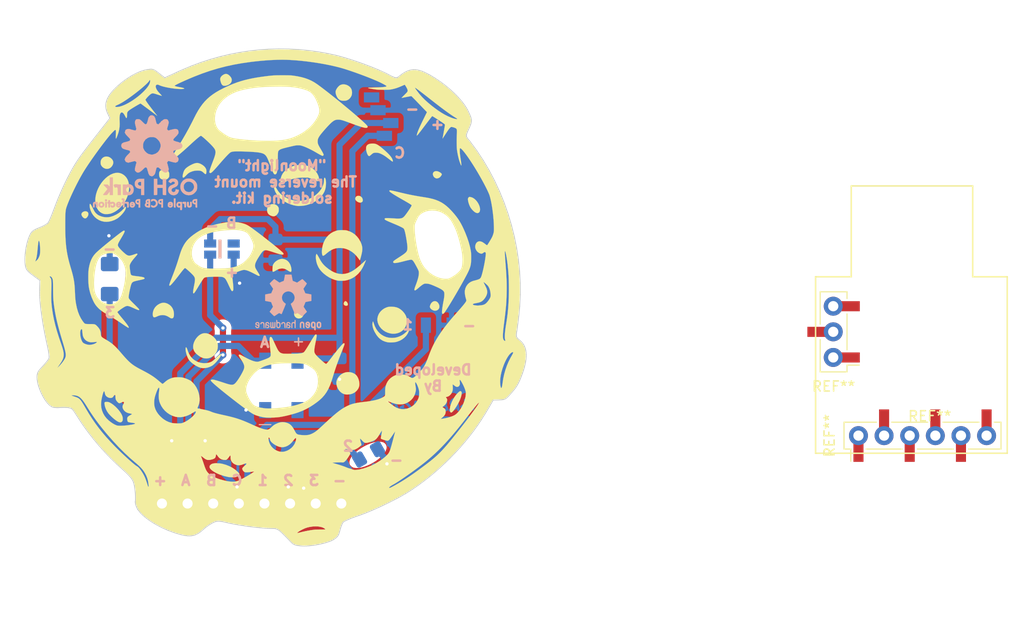
<source format=kicad_pcb>
(kicad_pcb (version 20171130) (host pcbnew 5.1.4-e60b266~84~ubuntu18.04.1)
  (layers (0 F.Cu signal) (31 B.Cu signal) (34 B.Paste user) (35 F.Paste user) (36 B.SilkS user) (37 F.SilkS user) (38 B.Mask user) (39 F.Mask user) (44 Edge.Cuts user))
  (net 0 "")
  (net 1 "Net-(D1-Pad2)")
  (net 2 /Port_A)
  (net 3 /Port_B)
  (net 4 /Port_C)
  (net 5 GND)
  (net 6 "Net-(LED1-Pad4)")
  (net 7 "Net-(LED2-Pad4)")
  (net 8 "Net-(LED3-Pad4)")
  (net 9 "Net-(D2-Pad2)")
  (net 10 "Net-(D3-Pad2)")
  (net 11 /Led_1)
  (net 12 /Led_2)
  (net 13 /Led_3)
  (net 14 VCC)
  (module Connector_PinSocket_2.54mm:PinSocket_1x06_P2.54mm_Vertical_SMD_Pin1Left (layer F.Cu) (at 222.885 106.68 90)
    (fp_text reference REF** (at 0 -9.22 90) (layer F.SilkS))
    (fp_text value PinSocket_1x06_P2.54mm_Vertical_SMD_Pin1Left)
    (pad 6 smd rect (at 1.65 6.35 90) (size 1.9 1) (layers F.Cu F.Paste F.Mask))
    (pad 4 smd rect (at 1.65 1.27 90) (size 1.9 1) (layers F.Cu F.Paste F.Mask))
    (pad 2 smd rect (at 1.65 -3.81 90) (size 1.9 1) (layers F.Cu F.Paste F.Mask))
    (pad 5 smd rect (at -1.65 3.81 90) (size 1.9 1) (layers F.Cu F.Paste F.Mask))
    (pad 3 smd rect (at -1.65 -1.27 90) (size 1.9 1) (layers F.Cu F.Paste F.Mask))
    (pad 1 smd rect (at -1.65 -6.35 90) (size 1.9 1) (layers F.Cu F.Paste F.Mask))
  )
  (module Connector_PinSocket_2.54mm:PinSocket_1x03_P2.54mm_Vertical_SMD_Pin1Left (layer F.Cu) (at 214.0712 96.393 180)
    (fp_text reference REF** (at 0 -5.41) (layer F.SilkS))
    (fp_text value PinSocket_1x03_P2.54mm_Vertical_SMD_Pin1Left)
    (pad 2 smd rect (at 1.65 0 180) (size 1.9 1) (layers F.Cu F.Paste F.Mask))
    (pad 3 smd rect (at -1.65 2.54 180) (size 1.9 1) (layers F.Cu F.Paste F.Mask))
    (pad 1 smd rect (at -1.65 -2.54 180) (size 1.9 1) (layers F.Cu F.Paste F.Mask))
  )
  (module Module:Digispark (layer F.Cu) (at 222.885 106.68)
    (fp_text reference REF** (at 0.72 -1.93) (layer F.SilkS))
    (fp_text value Digispark)
    (pad 9 thru_hole circle (at -8.85 -12.83) (size 1.8796 1.8796) (drill 1.016) (layers *.Cu *.Mask))
    (pad 8 thru_hole circle (at -8.85 -10.29) (size 1.8796 1.8796) (drill 1.016) (layers *.Cu *.Mask))
    (pad 7 thru_hole circle (at -8.85 -7.75) (size 1.8796 1.8796) (drill 1.016) (layers *.Cu *.Mask))
    (pad 6 thru_hole circle (at 6.35 0) (size 1.8796 1.8796) (drill 1.016) (layers *.Cu *.Mask))
    (pad 5 thru_hole circle (at 3.81 0) (size 1.8796 1.8796) (drill 1.016) (layers *.Cu *.Mask))
    (pad 4 thru_hole circle (at 1.27 0) (size 1.8796 1.8796) (drill 1.016) (layers *.Cu *.Mask))
    (pad 3 thru_hole circle (at -1.27 0) (size 1.8796 1.8796) (drill 1.016) (layers *.Cu *.Mask))
    (pad 2 thru_hole circle (at -3.81 0) (size 1.8796 1.8796) (drill 1.016) (layers *.Cu *.Mask))
    (pad 1 thru_hole circle (at -6.35 0) (size 1.8796 1.8796) (drill 1.016) (layers *.Cu *.Mask))
  )
  (module Reverse_Mount_Leds:LED_D5.0mm_Reverse (layer B.Cu) (at 174.9298 95.7326 180)
    (fp_text reference D1)
    (fp_text value LED)
    (pad 1 smd rect (at -1.27 0) (size 1 1.524) (layers B.Cu B.Paste B.Mask) (net 5 GND))
    (pad 2 smd rect (at 1.27 0) (size 1 1.524) (layers B.Cu B.Paste B.Mask) (net 1 "Net-(D1-Pad2)"))
  )
  (module Reverse_Mount_Leds:WS2812B-2020_Reverse (layer B.Cu) (at 153.4414 88.1888 180)
    (fp_text reference LED2)
    (fp_text value WS2812B-2020-Reverse)
    (pad 3 smd rect (at -1.165 -0.55 180) (size 1.2 0.8) (layers B.Cu B.Paste B.Mask) (net 5 GND))
    (pad 4 smd rect (at -1.165 0.55 180) (size 1.2 0.8) (layers B.Cu B.Paste B.Mask) (net 7 "Net-(LED2-Pad4)"))
    (pad 2 smd rect (at 1.165 -0.55 180) (size 1.2 0.8) (layers B.Cu B.Paste B.Mask) (net 3 /Port_B))
    (pad 1 smd rect (at 1.165 0.55 180) (size 1.2 0.8) (layers B.Cu B.Paste B.Mask) (net 14 VCC))
  )
  (module Reverse_Mount_Leds:P9823_Reverse_Mount (layer B.Cu) (at 166.878 75.057 270)
    (fp_text reference LED3)
    (fp_text value PL9223-F8-Reverse)
    (pad 4 smd rect (at -1.905 -1.397 90) (size 1 1.524) (layers B.Cu B.Paste B.Mask) (net 8 "Net-(LED3-Pad4)"))
    (pad 2 smd rect (at 1.905 -2.667 90) (size 1 1.524) (layers B.Cu B.Paste B.Mask) (net 4 /Port_C))
    (pad 1 smd rect (at 0.635 -3.302 270) (size 1 1.524) (layers B.Cu B.Paste B.Mask) (net 14 VCC))
    (pad 3 smd rect (at -0.635 -2.032 270) (size 1 1.524) (layers B.Cu B.Paste B.Mask) (net 5 GND))
  )
  (module Reverse_Mount_Leds:OSHW-Logo2_7.3x6mm_SilkScreen (layer B.Cu) (at 160.02 93.472 180)
    (fp_text reference REF*** hide)
    (fp_text value OSHW-Logo2_7.3x6mm_SilkScreen hide)
  )
  (module Reverse_Mount_Leds:OSHpark-1-1200 (layer B.Cu) (at 146.431 77.978)
    (fp_text reference PP-G*** hide)
    (fp_text value PP-LOGO hide)
  )
  (module Reverse_Mount_Leds:OSHpark-2-1800 (layer B.Cu) (at 145.923 82.677 180)
    (fp_text reference G*** hide)
    (fp_text value LOGO hide)
  )
  (module Reverse_Mount_Leds:firma_Cu_Mask (layer B.Cu) (at 174.244 103.632 180)
    (fp_text reference svg2mod hide)
    (fp_text value G*** hide)
    (fp_poly (pts (xy 4.151377 -0.452496) (xy 3.657161 -0.147681) (xy 3.750181 -0.140781) (xy 3.844921 -0.12528) (xy 3.819081 -0.018483) (xy 3.789801 0.093484) (xy 3.779461 0.076254) (xy 3.712281 -0.004707) (xy 3.658881 -0.089117) (xy 3.638211 -0.120127) (xy 3.619261 -0.151137) (xy 3.638211 -0.149437) (xy 3.657161 -0.147737) (xy 3.657161 -0.147681) (xy 4.151377 -0.452496) (xy 4.120367 -0.512786) (xy 4.073857 -0.566186) (xy 4.015287 -0.604086) (xy 3.946387 -0.621316) (xy 3.915377 -0.609256) (xy 3.899877 -0.598926) (xy 3.889537 -0.593726) (xy 3.882637 -0.588526) (xy 3.861967 -0.579926) (xy 3.868867 -0.557536) (xy 3.867167 -0.536866) (xy 3.846497 -0.514476) (xy 3.836157 -0.504135) (xy 3.827557 -0.493806) (xy 3.798277 -0.461076) (xy 3.844787 -0.449016) (xy 3.901637 -0.418006) (xy 3.913697 -0.354266) (xy 3.855127 -0.352566) (xy 3.808617 -0.364626) (xy 3.744887 -0.380126) (xy 3.675987 -0.385326) (xy 3.650147 -0.385326) (xy 3.624307 -0.381926) (xy 3.607087 -0.378526) (xy 3.600187 -0.357856) (xy 3.593287 -0.350956) (xy 3.574337 -0.328566) (xy 3.570937 -0.290666) (xy 3.560607 -0.259655) (xy 3.545107 -0.302716) (xy 3.538207 -0.319946) (xy 3.520977 -0.323346) (xy 3.515777 -0.331946) (xy 3.514077 -0.340546) (xy 3.505477 -0.369826) (xy 3.498577 -0.376726) (xy 3.491677 -0.381926) (xy 3.483077 -0.412936) (xy 3.472737 -0.442216) (xy 3.457237 -0.487006) (xy 3.453837 -0.528346) (xy 3.446937 -0.547296) (xy 3.427987 -0.564526) (xy 3.407317 -0.574856) (xy 3.396977 -0.581756) (xy 3.388377 -0.585156) (xy 3.383177 -0.604106) (xy 3.362507 -0.607506) (xy 3.334947 -0.612706) (xy 3.317717 -0.614406) (xy 3.300487 -0.612706) (xy 3.271207 -0.588586) (xy 3.247087 -0.569636) (xy 3.229867 -0.538626) (xy 3.226467 -0.519675) (xy 3.223067 -0.502446) (xy 3.217867 -0.492116) (xy 3.195477 -0.471446) (xy 3.214427 -0.455946) (xy 3.216127 -0.426666) (xy 3.288477 -0.257857) (xy 3.369437 -0.092492) (xy 3.395277 -0.037372) (xy 3.422837 0.017749) (xy 3.421137 0.029809) (xy 3.424537 0.045309) (xy 3.455547 0.096989) (xy 3.479667 0.145219) (xy 3.507227 0.202059) (xy 3.545127 0.258898) (xy 3.572687 0.270959) (xy 3.584747 0.274359) (xy 3.600247 0.277759) (xy 3.626087 0.274359) (xy 3.710487 0.336369) (xy 3.784557 0.434559) (xy 3.801787 0.458669) (xy 3.824177 0.444889) (xy 3.848297 0.434559) (xy 3.881027 0.425959) (xy 3.939597 0.410459) (xy 3.984387 0.384619) (xy 3.996447 0.343279) (xy 4.001647 0.315719) (xy 4.010247 0.257149) (xy 4.017147 0.191689) (xy 4.030927 0.133119) (xy 4.042987 0.076279) (xy 4.060217 -0.004682) (xy 4.082607 -0.077032) (xy 4.099837 -0.078732) (xy 4.117057 -0.073532) (xy 4.139447 -0.070132) (xy 4.158397 -0.068432) (xy 4.165297 -0.085662) (xy 4.182527 -0.102892) (xy 4.215257 -0.113232) (xy 4.234207 -0.128732) (xy 4.247987 -0.139072) (xy 4.273827 -0.149402) (xy 4.260047 -0.175242) (xy 4.210097 -0.235532) (xy 4.139477 -0.282042) (xy 4.141177 -0.302712) (xy 4.146377 -0.321662) (xy 4.154977 -0.381952) (xy 4.154977 -0.445682) (xy 4.151377 -0.452496)) (layer B.Cu) (width 0))
    (fp_poly (pts (xy 3.223076 -0.298824) (xy 3.114555 -0.414235) (xy 2.966416 -0.481415) (xy 2.795884 -0.527925) (xy 2.625351 -0.581325) (xy 2.582291 -0.583025) (xy 2.547841 -0.588225) (xy 2.516831 -0.593425) (xy 2.482381 -0.596825) (xy 2.473781 -0.600225) (xy 2.468581 -0.607125) (xy 2.415181 -0.612325) (xy 2.377281 -0.612325) (xy 2.334221 -0.617525) (xy 2.296321 -0.622725) (xy 2.09306 -0.531425) (xy 2.0121 -0.293713) (xy 2.0087 -0.283383) (xy 2.0018 -0.278183) (xy 2.0052 -0.248903) (xy 2.0069 -0.217893) (xy 2.10853 -0.042193) (xy 2.244611 0.102502) (xy 2.265281 0.123172) (xy 2.280781 0.143842) (xy 2.299731 0.161072) (xy 2.325571 0.173132) (xy 2.411701 0.248922) (xy 2.516776 0.314382) (xy 2.625296 0.378112) (xy 2.725206 0.450462) (xy 2.752766 0.445262) (xy 2.771716 0.445262) (xy 2.804446 0.409092) (xy 2.847506 0.386702) (xy 2.888846 0.360862) (xy 2.918126 0.319522) (xy 2.907786 0.310922) (xy 2.912986 0.295422) (xy 2.914686 0.279922) (xy 2.902626 0.273022) (xy 2.912956 0.262682) (xy 2.923296 0.254082) (xy 2.918096 0.240302) (xy 2.918096 0.223072) (xy 2.840576 0.180012) (xy 2.752726 0.135222) (xy 2.657986 0.085272) (xy 2.563246 0.024982) (xy 2.468506 -0.052539) (xy 2.375486 -0.140389) (xy 2.291076 -0.236849) (xy 2.223896 -0.333309) (xy 2.230796 -0.347089) (xy 2.239396 -0.359149) (xy 2.341026 -0.359149) (xy 2.437486 -0.364349) (xy 2.444386 -0.354009) (xy 2.452986 -0.343669) (xy 2.635576 -0.312659) (xy 2.807831 -0.266149) (xy 2.781991 -0.257549) (xy 2.761321 -0.248949) (xy 2.761321 -0.235169) (xy 2.778551 -0.221389) (xy 2.738931 -0.186939) (xy 2.721701 -0.131819) (xy 2.732031 -0.111149) (xy 2.721701 -0.092199) (xy 2.713101 -0.092199) (xy 2.709701 -0.097399) (xy 2.708001 -0.104299) (xy 2.699401 -0.102599) (xy 2.706301 -0.076759) (xy 2.716641 -0.052649) (xy 2.835496 0.026592) (xy 2.882006 -0.004419) (xy 2.938846 -0.037149) (xy 3.000856 -0.069879) (xy 3.061146 -0.100889) (xy 3.104206 -0.128449) (xy 3.140376 -0.164619) (xy 3.174826 -0.199069) (xy 3.217886 -0.228349) (xy 3.219586 -0.264519) (xy 3.222986 -0.298969) (xy 3.223076 -0.298824)) (layer B.Cu) (width 0))
    (fp_poly (pts (xy 1.886378 -0.464189) (xy 1.388562 -0.166188) (xy 1.481582 -0.159288) (xy 1.576322 -0.143788) (xy 1.550482 -0.03699) (xy 1.521202 0.074977) (xy 1.510872 0.057747) (xy 1.443692 -0.023214) (xy 1.390292 -0.107624) (xy 1.369622 -0.138634) (xy 1.350672 -0.169644) (xy 1.369622 -0.167944) (xy 1.388572 -0.166244) (xy 1.388562 -0.166188) (xy 1.886378 -0.464189) (xy 1.855368 -0.524479) (xy 1.808858 -0.577879) (xy 1.750288 -0.615779) (xy 1.681388 -0.633009) (xy 1.650378 -0.620949) (xy 1.634878 -0.610619) (xy 1.624538 -0.605419) (xy 1.617638 -0.600219) (xy 1.596968 -0.591619) (xy 1.603868 -0.569229) (xy 1.602168 -0.548559) (xy 1.581498 -0.526169) (xy 1.571158 -0.515829) (xy 1.562558 -0.505498) (xy 1.533278 -0.472769) (xy 1.579788 -0.460709) (xy 1.636638 -0.429699) (xy 1.648698 -0.365959) (xy 1.590128 -0.364259) (xy 1.543618 -0.376319) (xy 1.479888 -0.391819) (xy 1.410988 -0.397019) (xy 1.385148 -0.397019) (xy 1.359308 -0.393619) (xy 1.342088 -0.390219) (xy 1.335188 -0.369549) (xy 1.328288 -0.362649) (xy 1.309338 -0.340259) (xy 1.305938 -0.302359) (xy 1.295608 -0.271349) (xy 1.280108 -0.314409) (xy 1.273208 -0.331639) (xy 1.255978 -0.335039) (xy 1.250778 -0.343639) (xy 1.249078 -0.352239) (xy 1.240478 -0.381519) (xy 1.233578 -0.388419) (xy 1.226678 -0.393619) (xy 1.218078 -0.424629) (xy 1.207738 -0.453909) (xy 1.192238 -0.498699) (xy 1.188838 -0.540039) (xy 1.181938 -0.558989) (xy 1.162988 -0.576219) (xy 1.142318 -0.586549) (xy 1.131978 -0.593449) (xy 1.123378 -0.596849) (xy 1.118178 -0.615799) (xy 1.097508 -0.619199) (xy 1.069948 -0.624399) (xy 1.052718 -0.626099) (xy 1.035488 -0.624399) (xy 1.006208 -0.600279) (xy 0.982088 -0.581329) (xy 0.964868 -0.550319) (xy 0.961468 -0.531369) (xy 0.958068 -0.514139) (xy 0.952868 -0.503809) (xy 0.930478 -0.483139) (xy 0.949428 -0.467639) (xy 0.951128 -0.438359) (xy 1.023478 -0.26955) (xy 1.104438 -0.104185) (xy 1.130278 -0.049065) (xy 1.157838 0.006056) (xy 1.156138 0.018116) (xy 1.159538 0.033616) (xy 1.190548 0.085296) (xy 1.214668 0.133526) (xy 1.242228 0.190366) (xy 1.280128 0.247206) (xy 1.307688 0.259265) (xy 1.319748 0.262666) (xy 1.335248 0.266066) (xy 1.361088 0.262666) (xy 1.445488 0.324676) (xy 1.519558 0.422866) (xy 1.536788 0.446976) (xy 1.559178 0.433196) (xy 1.583298 0.422866) (xy 1.616028 0.414266) (xy 1.674598 0.398766) (xy 1.719388 0.372926) (xy 1.731448 0.331586) (xy 1.736648 0.304026) (xy 1.745248 0.245456) (xy 1.752148 0.179996) (xy 1.765928 0.121426) (xy 1.777988 0.064586) (xy 1.795208 -0.016375) (xy 1.817598 -0.088725) (xy 1.834828 -0.090425) (xy 1.852048 -0.085225) (xy 1.874438 -0.081825) (xy 1.893388 -0.080125) (xy 1.900288 -0.097355) (xy 1.917518 -0.114585) (xy 1.950248 -0.124925) (xy 1.969198 -0.140425) (xy 1.982978 -0.150765) (xy 2.008818 -0.161095) (xy 1.995038 -0.186935) (xy 1.945088 -0.247225) (xy 1.874468 -0.293735) (xy 1.876168 -0.314405) (xy 1.881368 -0.333355) (xy 1.889968 -0.393645) (xy 1.889968 -0.457375) (xy 1.886378 -0.464189)) (layer B.Cu) (width 0))
    (fp_poly (pts (xy 0.33264 -0.295379) (xy 0.31025 -0.314329) (xy 0.29647 -0.343609) (xy 0.28441 -0.372889) (xy 0.26718 -0.384949) (xy 0.25685 -0.409069) (xy 0.24307 -0.431459) (xy 0.23274 -0.455579) (xy 0.23614 -0.484859) (xy 0.21892 -0.514139) (xy 0.21032 -0.550309) (xy 0.19654 -0.579589) (xy 0.15864 -0.589929) (xy 0.15694 -0.598529) (xy 0.16214 -0.610589) (xy 0.13286 -0.612289) (xy 0.11047 -0.620889) (xy 0.05535 -0.584719) (xy 0.01745 -0.527879) (xy -0.01183 -0.462419) (xy -0.03595 -0.405579) (xy -0.03425 -0.369409) (xy -0.04631 -0.338399) (xy -0.02497 -0.293239) (xy -0.00314 -0.247319) (xy 0.01917 -0.200649) (xy 0.04197 -0.153229) (xy 0.06525 -0.105049) (xy 0.08902 -0.056119) (xy 0.11327 -0.006429) (xy 0.13801 0.044012) (xy 0.16283 0.094752) (xy 0.18732 0.145322) (xy 0.21149 0.195732) (xy 0.23534 0.245982) (xy 0.25886 0.296072) (xy 0.28206 0.346002) (xy 0.30494 0.395772) (xy 0.32749 0.445372) (xy 0.405 0.409202) (xy 0.47562 0.364412) (xy 0.53074 0.304122) (xy 0.56002 0.230052) (xy 0.55142 0.221452) (xy 0.54452 0.219752) (xy 0.55142 0.207692) (xy 0.55142 0.200792) (xy 0.55142 0.190452) (xy 0.55662 0.174952) (xy 0.54629 0.173252) (xy 0.53595 0.173252) (xy 0.53935 0.142242) (xy 0.53245 0.119852) (xy 0.52385 0.099182) (xy 0.52555 0.071622) (xy 0.51695 0.068222) (xy 0.51355 0.063021) (xy 0.50835 0.057822) (xy 0.50145 0.057822) (xy 0.50485 -0.017969) (xy 0.50145 -0.095479) (xy 0.50315 -0.176439) (xy 0.51521 -0.262569) (xy 0.61339 -0.169549) (xy 0.67368 -0.04208) (xy 0.70985 0.109505) (xy 0.73569 0.27487) (xy 0.75981 0.31277) (xy 0.77531 0.35928) (xy 0.78909 0.40923) (xy 0.80632 0.45574) (xy 0.84938 0.43851) (xy 0.88383 0.41095) (xy 0.91656 0.38339) (xy 0.95962 0.36789) (xy 0.99752 0.31105) (xy 1.01991 0.25248) (xy 1.00613 0.22147) (xy 0.99753 0.18702) (xy 0.98375 0.15429) (xy 0.95963 0.13017) (xy 0.94585 0.04749) (xy 0.93035 -0.024861) (xy 0.91829 -0.100651) (xy 0.91489 -0.185051) (xy 0.88561 -0.269451) (xy 0.86149 -0.350411) (xy 0.81843 -0.403811) (xy 0.7857 -0.465821) (xy 0.7771 -0.469221) (xy 0.76504 -0.464021) (xy 0.76504 -0.474361) (xy 0.75984 -0.481261) (xy 0.75644 -0.488161) (xy 0.75984 -0.501941) (xy 0.71678 -0.531221) (xy 0.67544 -0.565671) (xy 0.62376 -0.586341) (xy 0.54625 -0.574281) (xy 0.420504 -0.455425) (xy 0.332654 -0.295228) (xy 0.33264 -0.295379)) (layer B.Cu) (width 0))
    (fp_poly (pts (xy -0.175512 -0.157575) (xy -0.196182 -0.183415) (xy -0.213412 -0.212695) (xy -0.232362 -0.248865) (xy -0.258202 -0.279875) (xy -0.275432 -0.321215) (xy -0.302992 -0.353945) (xy -0.383952 -0.503807) (xy -0.394292 -0.534817) (xy -0.409792 -0.562377) (xy -0.416692 -0.574437) (xy -0.421892 -0.583037) (xy -0.425292 -0.600267) (xy -0.444242 -0.624387) (xy -0.463192 -0.643337) (xy -0.475252 -0.657117) (xy -0.501092 -0.667447) (xy -0.654398 -0.533089) (xy -0.652698 -0.515859) (xy -0.647498 -0.498639) (xy -0.640598 -0.477969) (xy -0.625098 -0.429739) (xy -0.595818 -0.386679) (xy -0.580318 -0.348779) (xy -0.538978 -0.267819) (xy -0.501078 -0.202359) (xy -0.478688 -0.164459) (xy -0.520028 -0.114509) (xy -0.559648 -0.031829) (xy -0.583768 0.038792) (xy -0.588968 0.076692) (xy -0.595868 0.109422) (xy -0.604468 0.147322) (xy -0.607868 0.186942) (xy -0.618198 0.211062) (xy -0.614798 0.228292) (xy -0.613098 0.259302) (xy -0.621698 0.300642) (xy -0.630298 0.338542) (xy -0.631998 0.379882) (xy -0.621658 0.417782) (xy -0.588928 0.450512) (xy -0.559648 0.452212) (xy -0.530368 0.434982) (xy -0.501088 0.419482) (xy -0.464918 0.402252) (xy -0.428748 0.379862) (xy -0.416688 0.355742) (xy -0.394298 0.336792) (xy -0.394298 0.317842) (xy -0.392598 0.298892) (xy -0.385698 0.271332) (xy -0.378798 0.250661) (xy -0.373598 0.204152) (xy -0.363268 0.164532) (xy -0.352938 0.124912) (xy -0.351238 0.080122) (xy -0.334008 0.092182) (xy -0.327108 0.097382) (xy -0.320208 0.102582) (xy -0.218578 0.240386) (xy -0.221978 0.257616) (xy -0.185808 0.292066) (xy -0.159968 0.317906) (xy -0.137578 0.343746) (xy -0.118628 0.357526) (xy 0.038124 0.464324) (xy 0.062244 0.467724) (xy 0.069144 0.445334) (xy 0.096704 0.410884) (xy 0.143214 0.381604) (xy 0.158714 0.371264) (xy 0.167314 0.345424) (xy 0.165614 0.329924) (xy 0.172514 0.312694) (xy 0.138064 0.252404) (xy 0.100164 0.217954) (xy 0.070884 0.192114) (xy 0.051934 0.164554) (xy 0.039874 0.150774) (xy -0.006636 0.095654) (xy -0.011836 0.074984) (xy -0.032506 0.074984) (xy -0.041106 0.068084) (xy -0.058336 0.038804) (xy -0.075556 0.016414) (xy -0.084156 0.007813) (xy -0.089356 -0.005967) (xy -0.094556 -0.019747) (xy -0.122116 -0.054197) (xy -0.134176 -0.078317) (xy -0.147956 -0.105877) (xy -0.166906 -0.131717) (xy -0.175512 -0.157575)) (layer B.Cu) (width 0))
    (fp_poly (pts (xy -0.685386 0.360913) (xy -0.685386 0.341963) (xy -0.687086 0.331633) (xy -0.687086 0.319573) (xy -0.683686 0.302343) (xy -0.768096 0.221383) (xy -0.869726 0.190373) (xy -0.983414 0.171423) (xy -1.097102 0.126633) (xy -1.138442 0.126633) (xy -1.190122 0.121433) (xy -1.215962 0.105933) (xy -1.246972 0.097333) (xy -1.241772 0.064602) (xy -1.236572 0.038763) (xy -1.103935 0.040463) (xy -0.959241 0.049063) (xy -0.960941 0.037003) (xy -0.962641 0.028403) (xy -0.938521 0.006013) (xy -0.914401 -0.018108) (xy -0.890281 -0.038778) (xy -0.859271 -0.043978) (xy -0.850671 -0.074988) (xy -0.854071 -0.107718) (xy -0.909191 -0.147338) (xy -0.967761 -0.181788) (xy -1.031491 -0.207628) (xy -1.105561 -0.214528) (xy -1.119341 -0.214528) (xy -1.129681 -0.209328) (xy -1.169301 -0.214528) (xy -1.207201 -0.219728) (xy -1.253711 -0.212828) (xy -1.300221 -0.205928) (xy -1.350171 -0.283438) (xy -1.389791 -0.371288) (xy -1.293331 -0.378188) (xy -1.219261 -0.372988) (xy -1.148641 -0.364388) (xy -1.057341 -0.360988) (xy -0.976381 -0.336868) (xy -0.888531 -0.316198) (xy -0.864411 -0.335148) (xy -0.845461 -0.359268) (xy -0.824791 -0.378218) (xy -0.798951 -0.385118) (xy -0.790351 -0.402348) (xy -0.785151 -0.419568) (xy -0.779951 -0.435068) (xy -0.764451 -0.438468) (xy -0.824741 -0.526318) (xy -0.900531 -0.571108) (xy -0.996991 -0.595218) (xy -1.112402 -0.615888) (xy -1.138242 -0.614188) (xy -1.162362 -0.610788) (xy -1.257102 -0.626288) (xy -1.369068 -0.631488) (xy -1.477588 -0.615988) (xy -1.561988 -0.571198) (xy -1.580938 -0.543638) (xy -1.603328 -0.517798) (xy -1.610228 -0.467848) (xy -1.620558 -0.411008) (xy -1.629158 -0.350718) (xy -1.625758 -0.297318) (xy -1.605088 -0.250808) (xy -1.593028 -0.206018) (xy -1.582688 -0.197418) (xy -1.568908 -0.190518) (xy -1.546518 -0.131948) (xy -1.522398 -0.078548) (xy -1.496558 -0.026868) (xy -1.470718 0.033423) (xy -1.506888 0.081653) (xy -1.522388 0.135053) (xy -1.530988 0.190173) (xy -1.543048 0.248743) (xy -1.501708 0.290083) (xy -1.446588 0.317643) (xy -1.382848 0.334873) (xy -1.310498 0.350373) (xy -1.188197 0.384823) (xy -1.081399 0.403773) (xy -0.971156 0.419273) (xy -0.841965 0.439943) (xy -0.812685 0.424443) (xy -0.797185 0.433043) (xy -0.788585 0.443373) (xy -0.745525 0.393423) (xy -0.685235 0.360693) (xy -0.685386 0.360913)) (layer B.Cu) (width 0))
    (fp_poly (pts (xy -2.738664 -0.460743) (xy -2.315093 0.148895) (xy -2.344373 0.069655) (xy -2.192789 0.109275) (xy -2.042927 0.171285) (xy -2.087717 0.272915) (xy -2.163507 0.326315) (xy -2.163513 0.326315) (xy -2.213463 0.266025) (xy -2.268583 0.210905) (xy -2.315093 0.148895) (xy -2.738664 -0.460743) (xy -2.754164 -0.448683) (xy -2.769664 -0.419403) (xy -2.750714 -0.419403) (xy -2.757614 -0.350503) (xy -2.742114 -0.288493) (xy -2.728334 -0.229923) (xy -2.733534 -0.169633) (xy -2.721474 -0.166233) (xy -2.714574 -0.142113) (xy -2.712874 -0.111103) (xy -2.714574 -0.083543) (xy -2.680124 0.026701) (xy -2.656004 0.138666) (xy -2.633614 0.247187) (xy -2.599164 0.347097) (xy -2.549214 0.340197) (xy -2.513044 0.317807) (xy -2.418304 0.417717) (xy -2.335624 0.531405) (xy -2.239164 0.631315) (xy -2.106527 0.682995) (xy -2.013507 0.619265) (xy -1.929097 0.536585) (xy -1.903257 0.517635) (xy -1.875697 0.500405) (xy -1.875697 0.474565) (xy -1.836077 0.421165) (xy -1.806797 0.357435) (xy -1.780957 0.290255) (xy -1.753397 0.226525) (xy -1.756797 0.207575) (xy -1.753397 0.192075) (xy -1.748197 0.174855) (xy -1.746497 0.152465) (xy -1.806787 0.004326) (xy -1.934256 -0.086975) (xy -2.09273 -0.147265) (xy -2.246037 -0.200665) (xy -2.239137 -0.207565) (xy -2.233937 -0.217895) (xy -2.154697 -0.267845) (xy -2.101297 -0.300575) (xy -2.046177 -0.321245) (xy -1.961767 -0.341915) (xy -1.879087 -0.362585) (xy -1.823967 -0.374645) (xy -1.772287 -0.381545) (xy -1.698217 -0.390145) (xy -1.667207 -0.434935) (xy -1.649977 -0.486615) (xy -1.648277 -0.536565) (xy -1.662057 -0.572735) (xy -1.653457 -0.579635) (xy -1.636237 -0.579635) (xy -1.656907 -0.600305) (xy -1.674137 -0.624425) (xy -1.694807 -0.646815) (xy -1.722367 -0.658875) (xy -1.880842 -0.660575) (xy -2.127166 -0.581335) (xy -2.247744 -0.531385) (xy -2.328704 -0.488325) (xy -2.392434 -0.441815) (xy -2.459614 -0.381525) (xy -2.466514 -0.388425) (xy -2.471714 -0.395325) (xy -2.499274 -0.507289) (xy -2.550954 -0.59514) (xy -2.588854 -0.60034) (xy -2.611244 -0.61929) (xy -2.637084 -0.61759) (xy -2.652584 -0.60899) (xy -2.668084 -0.59865) (xy -2.695644 -0.59525) (xy -2.705984 -0.56597) (xy -2.733544 -0.55219) (xy -2.730144 -0.52635) (xy -2.735344 -0.505679) (xy -2.742244 -0.48501) (xy -2.738844 -0.46089) (xy -2.738664 -0.460743)) (layer B.Cu) (width 0))
    (fp_poly (pts (xy -4.273799 -0.192371) (xy -4.268599 -0.157921) (xy -4.266899 -0.118301) (xy -4.14632 0.091851) (xy -3.982678 0.264106) (xy -3.958568 0.288226) (xy -3.939618 0.314066) (xy -3.917228 0.334736) (xy -3.886218 0.348516) (xy -3.782866 0.439816) (xy -3.65712 0.519056) (xy -3.526206 0.596566) (xy -3.405628 0.682696) (xy -3.376348 0.674096) (xy -3.352228 0.675796) (xy -3.312608 0.629286) (xy -3.260928 0.603446) (xy -3.210978 0.572436) (xy -3.174808 0.524206) (xy -3.186868 0.515606) (xy -3.181668 0.496656) (xy -3.178268 0.477706) (xy -3.193768 0.469106) (xy -3.181708 0.457046) (xy -3.169648 0.444986) (xy -3.174848 0.427766) (xy -3.174848 0.408816) (xy -3.267868 0.355416) (xy -3.374666 0.303736) (xy -3.488354 0.243446) (xy -3.602042 0.171096) (xy -3.717453 0.079796) (xy -3.827696 -0.027003) (xy -3.927606 -0.142414) (xy -4.006846 -0.257825) (xy -3.998246 -0.273325) (xy -3.987916 -0.288825) (xy -3.865615 -0.288825) (xy -3.751927 -0.295725) (xy -3.743327 -0.281945) (xy -3.732987 -0.269885) (xy -3.514223 -0.231985) (xy -3.307517 -0.176865) (xy -3.362637 -0.157915) (xy -3.362637 -0.140685) (xy -3.343687 -0.123465) (xy -3.390197 -0.082125) (xy -3.410867 -0.014945) (xy -3.398807 0.009166) (xy -3.410867 0.031556) (xy -3.421207 0.031556) (xy -3.424607 0.024656) (xy -3.428007 0.017756) (xy -3.436607 0.017756) (xy -3.428007 0.048766) (xy -3.417667 0.078046) (xy -3.274696 0.172786) (xy -3.219576 0.136616) (xy -3.150676 0.098716) (xy -3.076606 0.059096) (xy -3.005986 0.021196) (xy -2.952586 -0.013255) (xy -2.909526 -0.054595) (xy -2.868186 -0.095935) (xy -2.818236 -0.130384) (xy -2.814836 -0.175175) (xy -2.811436 -0.216515) (xy -2.890676 -0.316425) (xy -2.995751 -0.385325) (xy -3.118052 -0.435275) (xy -3.252411 -0.473175) (xy -3.391937 -0.511075) (xy -3.528018 -0.555865) (xy -3.577968 -0.557565) (xy -3.617588 -0.562765) (xy -3.655488 -0.569665) (xy -3.696828 -0.574865) (xy -3.708888 -0.578265) (xy -3.715788 -0.586865) (xy -3.777798 -0.592065) (xy -3.824308 -0.592065) (xy -3.874258 -0.598965) (xy -3.922488 -0.604165) (xy -4.165367 -0.493922) (xy -4.261827 -0.209701) (xy -4.265227 -0.199371) (xy -4.273827 -0.192471) (xy -4.273799 -0.192371)) (layer B.Cu) (width 0))
  )
  (module Reverse_Mount_Leds:LED_1206_Reverse (layer B.Cu) (at 142.3162 91.1606 270)
    (fp_text reference D2)
    (fp_text value LED)
    (pad 2 smd roundrect (at 1.4875 0 270) (size 1.425 1.75) (layers B.Cu B.Paste B.Mask) (roundrect_rratio 0.175439) (net 9 "Net-(D2-Pad2)"))
    (pad 1 smd roundrect (at -1.4875 0 270) (size 1.425 1.75) (layers B.Cu B.Paste B.Mask) (roundrect_rratio 0.175439) (net 5 GND))
  )
  (module Reverse_Mount_Leds:LED_0805_Reverse (layer B.Cu) (at 167.9702 108.5342 210)
    (fp_text reference D3)
    (fp_text value LED)
    (pad 2 smd roundrect (at 1.025 0 210) (size 1.15 1.4) (layers B.Cu B.Paste B.Mask) (roundrect_rratio 0.217391) (net 10 "Net-(D3-Pad2)"))
    (pad 1 smd roundrect (at -1.025 0 210) (size 1.15 1.4) (layers B.Cu B.Paste B.Mask) (roundrect_rratio 0.217391) (net 5 GND))
  )
  (module Reverse_Mount_Leds:C_0805_2012Metric_Pad1.15x1.40mm_HandSolder (layer B.Cu) (at 165.1 100.0506 270)
    (fp_text reference C1)
    (fp_text value 100nF)
    (pad 2 smd roundrect (at 1.025 0 270) (size 1.15 1.4) (layers B.Cu B.Paste B.Mask) (roundrect_rratio 0.217391) (net 5 GND))
    (pad 1 smd roundrect (at -1.025 0 270) (size 1.15 1.4) (layers B.Cu B.Paste B.Mask) (roundrect_rratio 0.217391) (net 14 VCC))
  )
  (module Reverse_Mount_Leds:C_0805_2012Metric_Pad1.15x1.40mm_HandSolder (layer B.Cu) (at 158.75 88.265 270)
    (fp_text reference C2)
    (fp_text value 100nF)
    (pad 1 smd roundrect (at -1.025 0 270) (size 1.15 1.4) (layers B.Cu B.Paste B.Mask) (roundrect_rratio 0.217391) (net 14 VCC))
    (pad 2 smd roundrect (at 1.025 0 270) (size 1.15 1.4) (layers B.Cu B.Paste B.Mask) (roundrect_rratio 0.217391) (net 5 GND))
  )
  (module Reverse_Mount_Leds:R_0805_2012Metric_Pad1.15x1.40mm_HandSolder (layer B.Cu) (at 158.115 108.6104 270)
    (fp_text reference R1)
    (fp_text value 330)
    (pad 2 smd roundrect (at 1.025 0 270) (size 1.15 1.4) (layers B.Cu B.Paste B.Mask) (roundrect_rratio 0.217391) (net 11 /Led_1))
    (pad 1 smd roundrect (at -1.025 0 270) (size 1.15 1.4) (layers B.Cu B.Paste B.Mask) (roundrect_rratio 0.217391) (net 1 "Net-(D1-Pad2)"))
  )
  (module Reverse_Mount_Leds:R_0805_2012Metric_Pad1.15x1.40mm_HandSolder (layer B.Cu) (at 153.67 108.6358 270)
    (fp_text reference R2)
    (fp_text value 330)
    (pad 1 smd roundrect (at -1.025 0 270) (size 1.15 1.4) (layers B.Cu B.Paste B.Mask) (roundrect_rratio 0.217391) (net 9 "Net-(D2-Pad2)"))
    (pad 2 smd roundrect (at 1.025 0 270) (size 1.15 1.4) (layers B.Cu B.Paste B.Mask) (roundrect_rratio 0.217391) (net 12 /Led_2))
  )
  (module Reverse_Mount_Leds:R_0805_2012Metric_Pad1.15x1.40mm_HandSolder (layer B.Cu) (at 163.195 108.6358 270)
    (fp_text reference R3)
    (fp_text value 330)
    (pad 2 smd roundrect (at 1.025 0 270) (size 1.15 1.4) (layers B.Cu B.Paste B.Mask) (roundrect_rratio 0.217391) (net 13 /Led_3))
    (pad 1 smd roundrect (at -1.025 0 270) (size 1.15 1.4) (layers B.Cu B.Paste B.Mask) (roundrect_rratio 0.217391) (net 10 "Net-(D3-Pad2)"))
  )
  (module Reverse_Mount_Leds:WS2812B__Reverse (layer B.Cu) (at 159.3342 101.7016 270)
    (fp_text reference LED1)
    (fp_text value WS2812B-Reverse)
    (fp_text user + (at -4.318 -1.6256 90) (layer B.SilkS) (effects (justify mirror)))
    (pad 4 smd rect (at 2.45 -1.6 270) (size 1.6 1.2) (layers B.Cu B.Paste B.Mask) (net 6 "Net-(LED1-Pad4)"))
    (pad 3 smd rect (at 2.45 1.6 270) (size 1.6 1.2) (layers B.Cu B.Paste B.Mask) (net 5 GND))
    (pad 1 smd rect (at -2.45 -1.6 270) (size 1.6 1.2) (layers B.Cu B.Paste B.Mask) (net 14 VCC))
    (pad 2 smd rect (at -2.45 1.6 90) (size 1.6 1.2) (layers B.Cu B.Paste B.Mask) (net 2 /Port_A))
  )
  (module Reverse_Mount_Leds:1x08_P2.54mm_Vertical (layer B.Cu) (at 147.4978 113.411 270)
    (fp_text reference J2)
    (fp_text value Conn_01x08)
    (pad 8 thru_hole oval (at 0 -17.78 270) (size 1.7 1.7) (drill 1) (layers *.Cu *.Mask) (net 5 GND))
    (pad 7 thru_hole oval (at 0 -15.24 270) (size 1.7 1.7) (drill 1) (layers *.Cu *.Mask) (net 13 /Led_3))
    (pad 6 thru_hole oval (at 0 -12.7 270) (size 1.7 1.7) (drill 1) (layers *.Cu *.Mask) (net 12 /Led_2))
    (pad 5 thru_hole oval (at 0 -10.16 270) (size 1.7 1.7) (drill 1) (layers *.Cu *.Mask) (net 11 /Led_1))
    (pad 4 thru_hole oval (at 0 -7.62 270) (size 1.7 1.7) (drill 1) (layers *.Cu *.Mask) (net 4 /Port_C))
    (pad 3 thru_hole oval (at 0 -5.08 270) (size 1.7 1.7) (drill 1) (layers *.Cu *.Mask) (net 3 /Port_B))
    (pad 2 thru_hole oval (at 0 -2.54 270) (size 1.7 1.7) (drill 1) (layers *.Cu *.Mask) (net 2 /Port_A))
    (pad 1 thru_hole circle (at 0 0 270) (size 1.7 1.7) (drill 1) (layers *.Cu *.Mask) (net 14 VCC))
  )
  (module Reverse_Mount_Leds:Regla_Leds (layer F.Cu) (at 158.75 92.71)
    (fp_text reference U1 hide)
    (fp_text value PCB hide)
    (fp_poly (pts (xy 4.215733 22.969251) (xy 4.43327 22.999008) (xy 4.625155 23.04891) (xy 4.709583 23.08168) (xy 4.786181 23.121175) (xy 4.8578 23.167661) (xy 4.914983 23.213925) (xy 4.948271 23.252754) (xy 4.953 23.267335) (xy 4.935483 23.276551) (xy 4.881662 23.28111) (xy 4.789631 23.281068) (xy 4.657487 23.276482) (xy 4.651375 23.276206) (xy 4.308324 23.27388) (xy 3.937008 23.296119) (xy 3.543095 23.342181) (xy 3.132257 23.411324) (xy 2.710163 23.502806) (xy 2.48533 23.559695) (xy 2.355821 23.592651) (xy 2.262655 23.612681) (xy 2.202004 23.620211) (xy 2.170039 23.615668) (xy 2.16293 23.59948) (xy 2.163937 23.595542) (xy 2.191256 23.559858) (xy 2.251093 23.511064) (xy 2.337072 23.452766) (xy 2.442819 23.38857) (xy 2.561958 23.32208) (xy 2.688113 23.256902) (xy 2.81491 23.196643) (xy 2.935973 23.144908) (xy 3.009904 23.11709) (xy 3.241428 23.048501) (xy 3.485392 22.999264) (xy 3.734175 22.969538) (xy 3.980162 22.95948) (xy 4.215733 22.969251)) (layer F.Cu) (width 0.01))
    (fp_poly (pts (xy 20.165304 10.70346) (xy 20.161922 10.736398) (xy 20.142631 10.789032) (xy 20.132914 10.809294) (xy 20.091562 10.880804) (xy 20.025594 10.982593) (xy 19.937021 11.112026) (xy 19.827853 11.266471) (xy 19.700101 11.443295) (xy 19.555776 11.639864) (xy 19.396887 11.853545) (xy 19.225445 12.081706) (xy 19.043462 12.321712) (xy 18.852947 12.570932) (xy 18.655911 12.826731) (xy 18.454365 13.086476) (xy 18.250319 13.347535) (xy 18.045784 13.607274) (xy 17.84277 13.86306) (xy 17.643288 14.11226) (xy 17.449348 14.352241) (xy 17.262961 14.580369) (xy 17.137726 14.732) (xy 16.99576 14.89845) (xy 16.835861 15.078001) (xy 16.663468 15.2651) (xy 16.484018 15.454195) (xy 16.302948 15.639734) (xy 16.125695 15.816165) (xy 15.957698 15.977934) (xy 15.804394 16.11949) (xy 15.671219 16.235281) (xy 15.642167 16.25918) (xy 15.201665 16.610417) (xy 14.756449 16.953427) (xy 14.310407 17.285546) (xy 13.867429 17.604104) (xy 13.431404 17.906437) (xy 13.006222 18.189877) (xy 12.595771 18.451758) (xy 12.203941 18.689413) (xy 11.834621 18.900175) (xy 11.629279 19.010609) (xy 11.497225 19.077787) (xy 11.397769 19.123297) (xy 11.327745 19.148125) (xy 11.283988 19.153252) (xy 11.263331 19.139662) (xy 11.260667 19.125137) (xy 11.279756 19.087148) (xy 11.335805 19.033566) (xy 11.426981 18.965756) (xy 11.551456 18.88508) (xy 11.705167 18.794172) (xy 11.865237 18.699293) (xy 12.054175 18.581158) (xy 12.267664 18.442798) (xy 12.501388 18.287242) (xy 12.751029 18.117519) (xy 13.012271 17.93666) (xy 13.280797 17.747694) (xy 13.552291 17.553651) (xy 13.822436 17.357561) (xy 14.086914 17.162453) (xy 14.341411 16.971356) (xy 14.581607 16.787302) (xy 14.73168 16.669994) (xy 15.134529 16.340182) (xy 15.544949 15.980062) (xy 15.964911 15.587759) (xy 16.396386 15.1614) (xy 16.841346 14.699111) (xy 17.115425 14.403917) (xy 17.256434 14.247957) (xy 17.403262 14.081135) (xy 17.558104 13.900769) (xy 17.723155 13.704177) (xy 17.900608 13.48868) (xy 18.092658 13.251595) (xy 18.3015 12.990241) (xy 18.529328 12.701938) (xy 18.778335 12.384003) (xy 18.96898 12.139083) (xy 19.180645 11.867115) (xy 19.368043 11.627573) (xy 19.53235 11.419046) (xy 19.67474 11.240125) (xy 19.796387 11.089399) (xy 19.898468 10.965458) (xy 19.982157 10.866893) (xy 20.048629 10.792294) (xy 20.099058 10.74025) (xy 20.134621 10.709352) (xy 20.156491 10.69819) (xy 20.165304 10.70346)) (layer F.Cu) (width 0.01))
    (fp_poly (pts (xy -19.960693 9.972643) (xy -19.870458 9.979986) (xy -19.786768 9.991579) (xy -19.737072 10.002146) (xy -19.650497 10.027901) (xy -19.569222 10.060342) (xy -19.490888 10.102115) (xy -19.413135 10.155865) (xy -19.333606 10.224237) (xy -19.24994 10.309876) (xy -19.159779 10.415427) (xy -19.060764 10.543535) (xy -18.950535 10.696845) (xy -18.826733 10.878002) (xy -18.687 11.089652) (xy -18.528976 11.33444) (xy -18.478742 11.413021) (xy -18.050195 12.055664) (xy -17.584385 12.70013) (xy -17.085802 13.341275) (xy -16.558939 13.973954) (xy -16.008288 14.593023) (xy -15.438341 15.193337) (xy -14.85359 15.769752) (xy -14.258526 16.317124) (xy -13.998316 16.544242) (xy -13.871886 16.653887) (xy -13.745241 16.76571) (xy -13.625347 16.873415) (xy -13.519169 16.970706) (xy -13.433671 17.051287) (xy -13.390969 17.093254) (xy -13.174807 17.336631) (xy -12.987339 17.598848) (xy -12.832868 17.873033) (xy -12.7157 18.152313) (xy -12.701856 18.193459) (xy -12.668529 18.310903) (xy -12.636855 18.449419) (xy -12.609195 18.595709) (xy -12.587909 18.736477) (xy -12.575359 18.858427) (xy -12.573 18.919175) (xy -12.578885 18.980849) (xy -12.593916 19.017109) (xy -12.61416 19.021228) (xy -12.625318 19.008635) (xy -12.635878 18.982771) (xy -12.65747 18.923422) (xy -12.687747 18.837267) (xy -12.724362 18.730984) (xy -12.764912 18.611415) (xy -12.877405 18.304049) (xy -12.999903 18.018879) (xy -13.130469 17.759105) (xy -13.267165 17.527927) (xy -13.408055 17.328545) (xy -13.551203 17.164159) (xy -13.69467 17.037969) (xy -13.734019 17.010325) (xy -13.842498 16.932813) (xy -13.976733 16.827714) (xy -14.133371 16.698182) (xy -14.30906 16.547369) (xy -14.500447 16.378425) (xy -14.70418 16.194503) (xy -14.916906 15.998756) (xy -15.135274 15.794336) (xy -15.355929 15.584393) (xy -15.575521 15.372081) (xy -15.790696 15.160552) (xy -15.998103 14.952957) (xy -16.194388 14.752449) (xy -16.376199 14.56218) (xy -16.540183 14.385301) (xy -16.618703 14.298083) (xy -17.038655 13.811797) (xy -17.426523 13.332061) (xy -17.789351 12.84926) (xy -18.134182 12.353781) (xy -18.468059 11.83601) (xy -18.688845 11.472333) (xy -18.829102 11.236899) (xy -18.950598 11.035349) (xy -19.055442 10.864738) (xy -19.145748 10.722123) (xy -19.223627 10.604558) (xy -19.291192 10.509099) (xy -19.350554 10.432801) (xy -19.403824 10.372719) (xy -19.453116 10.32591) (xy -19.500541 10.289428) (xy -19.548211 10.260328) (xy -19.564113 10.251967) (xy -19.610433 10.230783) (xy -19.682494 10.200541) (xy -19.771714 10.164554) (xy -19.869513 10.126132) (xy -19.967311 10.088585) (xy -20.056527 10.055225) (xy -20.128579 10.029362) (xy -20.174888 10.014308) (xy -20.186452 10.011833) (xy -20.192832 9.995423) (xy -20.193 9.990667) (xy -20.173629 9.978563) (xy -20.121984 9.971687) (xy -20.04777 9.969795) (xy -19.960693 9.972643)) (layer F.Cu) (width 0.01))
    (fp_poly (pts (xy -5.848773 15.830229) (xy -5.810466 15.871311) (xy -5.761233 15.933382) (xy -5.727235 15.980311) (xy -5.664966 16.062817) (xy -5.599718 16.138926) (xy -5.542041 16.196683) (xy -5.521495 16.21341) (xy -5.390033 16.288971) (xy -5.236855 16.345474) (xy -5.080765 16.376121) (xy -5.068066 16.377307) (xy -4.993437 16.380833) (xy -4.931037 16.374655) (xy -4.874849 16.354638) (xy -4.818856 16.316647) (xy -4.757038 16.256548) (xy -4.683379 16.170205) (xy -4.591861 16.053484) (xy -4.586346 16.046304) (xy -4.537355 15.985798) (xy -4.497792 15.943062) (xy -4.4745 15.925302) (xy -4.471856 15.925755) (xy -4.465108 15.950851) (xy -4.456821 16.008618) (xy -4.448219 16.089485) (xy -4.442825 16.15265) (xy -4.417243 16.333162) (xy -4.368741 16.481604) (xy -4.293567 16.60365) (xy -4.18797 16.704972) (xy -4.048199 16.791246) (xy -4.007511 16.811112) (xy -3.849634 16.869038) (xy -3.688963 16.894298) (xy -3.519089 16.886797) (xy -3.333599 16.846438) (xy -3.191799 16.798874) (xy -3.066027 16.754649) (xy -2.973865 16.729648) (xy -2.911542 16.723226) (xy -2.875287 16.734739) (xy -2.867706 16.743445) (xy -2.87721 16.765187) (xy -2.912536 16.80997) (xy -2.968566 16.871938) (xy -3.040183 16.945237) (xy -3.06754 16.972055) (xy -3.153287 17.05622) (xy -3.212639 17.117917) (xy -3.250322 17.163374) (xy -3.271066 17.198819) (xy -3.279596 17.23048) (xy -3.280833 17.253049) (xy -3.26465 17.331305) (xy -3.222354 17.417736) (xy -3.163331 17.49745) (xy -3.096964 17.555555) (xy -3.086248 17.561874) (xy -3.016561 17.584139) (xy -2.913798 17.595796) (xy -2.785865 17.596866) (xy -2.640663 17.587369) (xy -2.486097 17.567324) (xy -2.44475 17.560279) (xy -2.349946 17.544839) (xy -2.262166 17.533243) (xy -2.196009 17.52733) (xy -2.180167 17.526949) (xy -2.106083 17.527762) (xy -2.184034 17.595673) (xy -2.223312 17.624427) (xy -2.293922 17.670589) (xy -2.390279 17.730849) (xy -2.506795 17.801899) (xy -2.637886 17.88043) (xy -2.777964 17.963133) (xy -2.921444 18.0467) (xy -3.06274 18.127823) (xy -3.196265 18.203193) (xy -3.316434 18.2695) (xy -3.373926 18.300438) (xy -3.480079 18.3535) (xy -3.599411 18.407955) (xy -3.709362 18.453599) (xy -3.729111 18.461096) (xy -3.808739 18.489131) (xy -3.877444 18.508292) (xy -3.947653 18.520574) (xy -4.031793 18.527969) (xy -4.142289 18.532471) (xy -4.180417 18.533505) (xy -4.348464 18.533626) (xy -4.505323 18.525915) (xy -4.635783 18.511127) (xy -4.637606 18.510832) (xy -5.027114 18.435158) (xy -5.398447 18.338724) (xy -5.744455 18.223646) (xy -6.057987 18.092038) (xy -6.066191 18.088154) (xy -6.256044 17.991961) (xy -6.411916 17.898969) (xy -6.541361 17.8042) (xy -6.651933 17.702676) (xy -6.653471 17.701092) (xy -6.716559 17.633586) (xy -6.770718 17.568597) (xy -6.818709 17.500556) (xy -6.863292 17.42389) (xy -6.907227 17.333029) (xy -6.953274 17.222403) (xy -7.004192 17.086439) (xy -7.021743 17.036415) (xy -6.530217 17.036415) (xy -6.51759 17.130456) (xy -6.465469 17.23049) (xy -6.374256 17.335486) (xy -6.244353 17.444409) (xy -6.076163 17.556227) (xy -6.019957 17.589235) (xy -5.760287 17.722015) (xy -5.469625 17.842466) (xy -5.158422 17.946889) (xy -4.837128 18.031587) (xy -4.672573 18.066029) (xy -4.551565 18.08245) (xy -4.412255 18.090771) (xy -4.265629 18.091362) (xy -4.122675 18.084593) (xy -3.99438 18.070836) (xy -3.891731 18.050459) (xy -3.85486 18.038462) (xy -3.773214 18.002198) (xy -3.692976 17.960111) (xy -3.659068 17.939432) (xy -3.606993 17.899789) (xy -3.583063 17.862047) (xy -3.577171 17.809979) (xy -3.577167 17.807939) (xy -3.580334 17.770191) (xy -3.593455 17.734924) (xy -3.62196 17.694328) (xy -3.671279 17.640594) (xy -3.742508 17.570114) (xy -4.005645 17.343734) (xy -4.295059 17.148514) (xy -4.606464 16.986318) (xy -4.935578 16.859014) (xy -5.278116 16.768464) (xy -5.629794 16.716535) (xy -5.718497 16.709814) (xy -5.923584 16.706672) (xy -6.098206 16.725183) (xy -6.248829 16.766314) (xy -6.327105 16.800592) (xy -6.435377 16.87045) (xy -6.502946 16.949402) (xy -6.530217 17.036415) (xy -7.021743 17.036415) (xy -7.062741 16.919568) (xy -7.111101 16.777365) (xy -7.160718 16.631474) (xy -7.209463 16.490308) (xy -7.254586 16.361663) (xy -7.293341 16.253336) (xy -7.32298 16.173121) (xy -7.334338 16.143963) (xy -7.360988 16.072701) (xy -7.377627 16.017606) (xy -7.3811 15.989344) (xy -7.380418 15.988196) (xy -7.363867 15.988233) (xy -7.328654 16.006549) (xy -7.271418 16.045432) (xy -7.188802 16.107168) (xy -7.077444 16.194043) (xy -7.073945 16.196808) (xy -6.949498 16.284759) (xy -6.831811 16.342735) (xy -6.71164 16.372344) (xy -6.579739 16.375193) (xy -6.426864 16.35289) (xy -6.32028 16.327859) (xy -6.182897 16.284928) (xy -6.074602 16.235711) (xy -6.000744 16.182885) (xy -5.979227 16.157235) (xy -5.957197 16.108656) (xy -5.934622 16.035275) (xy -5.918727 15.964595) (xy -5.902485 15.89283) (xy -5.88485 15.839814) (xy -5.869908 15.817275) (xy -5.848773 15.830229)) (layer F.Cu) (width 0.01))
    (fp_poly (pts (xy 10.557132 13.500939) (xy 10.554262 13.541375) (xy 10.537793 13.633251) (xy 10.520589 13.740731) (xy 10.503725 13.855555) (xy 10.488276 13.969468) (xy 10.475317 14.074212) (xy 10.465925 14.161528) (xy 10.461172 14.223161) (xy 10.461939 14.250412) (xy 10.489557 14.276259) (xy 10.549805 14.308225) (xy 10.633931 14.343499) (xy 10.733184 14.379274) (xy 10.838811 14.412742) (xy 10.942061 14.441095) (xy 11.034183 14.461524) (xy 11.106424 14.471221) (xy 11.14418 14.469325) (xy 11.185151 14.450512) (xy 11.233987 14.41106) (xy 11.293274 14.347913) (xy 11.365602 14.258016) (xy 11.453558 14.138312) (xy 11.55973 13.985745) (xy 11.584502 13.949364) (xy 11.664669 13.833395) (xy 11.731479 13.741079) (xy 11.782565 13.675463) (xy 11.815558 13.639596) (xy 11.828007 13.635952) (xy 11.824591 13.665122) (xy 11.811529 13.729817) (xy 11.790159 13.824679) (xy 11.761819 13.944349) (xy 11.727847 14.083468) (xy 11.689583 14.236679) (xy 11.648363 14.398622) (xy 11.605527 14.56394) (xy 11.562411 14.727274) (xy 11.520356 14.883265) (xy 11.480894 15.025857) (xy 11.424001 15.220733) (xy 11.369582 15.3857) (xy 11.313283 15.526898) (xy 11.250752 15.650463) (xy 11.177636 15.762533) (xy 11.089584 15.869245) (xy 10.982241 15.976737) (xy 10.851256 16.091147) (xy 10.692276 16.218612) (xy 10.566123 16.315751) (xy 10.315122 16.49339) (xy 10.042219 16.661778) (xy 9.753692 16.818342) (xy 9.455817 16.960505) (xy 9.154873 17.085693) (xy 8.857137 17.191331) (xy 8.568886 17.274844) (xy 8.296397 17.333658) (xy 8.045948 17.365197) (xy 8.001 17.367912) (xy 7.899042 17.372094) (xy 7.82445 17.371401) (xy 7.762337 17.363579) (xy 7.697817 17.346372) (xy 7.616002 17.317525) (xy 7.58035 17.304196) (xy 7.492036 17.272385) (xy 7.415596 17.247342) (xy 7.361588 17.232399) (xy 7.344204 17.229667) (xy 7.312834 17.222202) (xy 7.249392 17.201505) (xy 7.161087 17.170126) (xy 7.05513 17.130611) (xy 6.960521 17.094078) (xy 6.825167 17.043153) (xy 6.663298 16.98561) (xy 6.489145 16.926307) (xy 6.316939 16.870104) (xy 6.180667 16.827779) (xy 6.051524 16.78835) (xy 5.936017 16.752083) (xy 5.840347 16.721006) (xy 5.770719 16.69715) (xy 5.754288 16.69073) (xy 7.327536 16.69073) (xy 7.34699 16.79575) (xy 7.389394 16.884692) (xy 7.463361 16.974121) (xy 7.559166 17.055181) (xy 7.667082 17.119012) (xy 7.729306 17.143972) (xy 7.85608 17.171382) (xy 8.012056 17.182432) (xy 8.187544 17.177475) (xy 8.372851 17.156865) (xy 8.558288 17.120957) (xy 8.592673 17.11245) (xy 8.867378 17.030058) (xy 9.141597 16.925255) (xy 9.411459 16.800904) (xy 9.673096 16.659869) (xy 9.922637 16.505013) (xy 10.156213 16.339199) (xy 10.369954 16.165292) (xy 10.559991 15.986154) (xy 10.722455 15.80465) (xy 10.853475 15.623641) (xy 10.949183 15.445993) (xy 10.988964 15.33921) (xy 11.021141 15.174774) (xy 11.013991 15.02427) (xy 10.967813 14.888891) (xy 10.882904 14.769834) (xy 10.835595 14.72484) (xy 10.742009 14.65872) (xy 10.635162 14.612558) (xy 10.505603 14.583264) (xy 10.357447 14.568508) (xy 10.132177 14.572437) (xy 9.886716 14.607723) (xy 9.626322 14.671891) (xy 9.356257 14.76247) (xy 9.081779 14.876988) (xy 8.808149 15.012971) (xy 8.540626 15.167947) (xy 8.28447 15.339444) (xy 8.044942 15.524989) (xy 7.827299 15.722111) (xy 7.761769 15.78866) (xy 7.592163 15.983994) (xy 7.464037 16.171625) (xy 7.377291 16.351795) (xy 7.331824 16.524749) (xy 7.327536 16.69073) (xy 5.754288 16.69073) (xy 5.733335 16.682544) (xy 5.729031 16.680007) (xy 5.72088 16.667244) (xy 5.728623 16.656974) (xy 5.756415 16.648722) (xy 5.80841 16.642015) (xy 5.888764 16.636379) (xy 6.001632 16.63134) (xy 6.151168 16.626425) (xy 6.215232 16.624582) (xy 6.356022 16.619857) (xy 6.486919 16.614014) (xy 6.600438 16.607501) (xy 6.68909 16.600766) (xy 6.745388 16.594259) (xy 6.75563 16.592228) (xy 6.819872 16.562279) (xy 6.894793 16.500961) (xy 6.981988 16.406521) (xy 7.083054 16.277204) (xy 7.199586 16.111254) (xy 7.217769 16.084185) (xy 7.302924 15.954413) (xy 7.362894 15.85291) (xy 7.397137 15.773522) (xy 7.405107 15.710096) (xy 7.386259 15.656475) (xy 7.340049 15.606506) (xy 7.265933 15.554035) (xy 7.165565 15.494176) (xy 7.053406 15.426901) (xy 6.976997 15.374731) (xy 6.933543 15.335269) (xy 6.920248 15.306116) (xy 6.927712 15.290232) (xy 6.952988 15.288589) (xy 7.01156 15.29478) (xy 7.095348 15.307676) (xy 7.196273 15.326149) (xy 7.223457 15.33155) (xy 7.385979 15.361874) (xy 7.51653 15.379762) (xy 7.623546 15.385404) (xy 7.715464 15.378989) (xy 7.800718 15.360707) (xy 7.84807 15.345575) (xy 7.961006 15.297304) (xy 8.08592 15.229908) (xy 8.2121 15.15051) (xy 8.328831 15.066235) (xy 8.425401 14.984207) (xy 8.481402 14.924412) (xy 8.527887 14.865833) (xy 8.463948 14.667005) (xy 8.434137 14.567199) (xy 8.40866 14.468972) (xy 8.391458 14.388056) (xy 8.387523 14.361964) (xy 8.381206 14.300359) (xy 8.383232 14.273198) (xy 8.396384 14.27296) (xy 8.415561 14.286178) (xy 8.446167 14.31249) (xy 8.499359 14.361494) (xy 8.5676 14.426138) (xy 8.641789 14.497844) (xy 8.827496 14.679083) (xy 8.969873 14.67811) (xy 9.085582 14.667081) (xy 9.22747 14.637333) (xy 9.385364 14.591845) (xy 9.549092 14.533592) (xy 9.708481 14.465552) (xy 9.728258 14.456188) (xy 9.824269 14.404493) (xy 9.911348 14.343792) (xy 9.994324 14.268859) (xy 10.078022 14.174467) (xy 10.167269 14.055388) (xy 10.266889 13.906396) (xy 10.333557 13.800616) (xy 10.398145 13.697992) (xy 10.455844 13.609187) (xy 10.502751 13.539982) (xy 10.53496 13.496155) (xy 10.547973 13.483169) (xy 10.557132 13.500939)) (layer F.Cu) (width 0.01))
    (fp_poly (pts (xy -0.635779 14.153137) (xy -0.61725 14.167991) (xy -0.578012 14.225834) (xy -0.542284 14.324604) (xy -0.518648 14.422097) (xy -0.490465 14.483373) (xy -0.431541 14.559596) (xy -0.347925 14.644771) (xy -0.245667 14.732902) (xy -0.130816 14.817994) (xy -0.09525 14.841745) (xy 0.125263 14.968847) (xy 0.33544 15.055798) (xy 0.537163 15.102981) (xy 0.732313 15.110778) (xy 0.922771 15.079571) (xy 0.98425 15.061001) (xy 1.175882 14.98351) (xy 1.343275 14.885664) (xy 1.495264 14.760958) (xy 1.640683 14.602887) (xy 1.68871 14.542326) (xy 1.792593 14.410718) (xy 1.878076 14.310078) (xy 1.943907 14.241757) (xy 1.988835 14.207109) (xy 2.002864 14.202833) (xy 2.025526 14.22103) (xy 2.041389 14.261042) (xy 2.044744 14.352591) (xy 2.02238 14.470867) (xy 1.975793 14.610171) (xy 1.912278 14.753112) (xy 1.859686 14.853856) (xy 1.808173 14.935819) (xy 1.747768 15.012556) (xy 1.668501 15.097625) (xy 1.631604 15.134713) (xy 1.467014 15.281054) (xy 1.296492 15.395231) (xy 1.105332 15.486481) (xy 1.021369 15.518076) (xy 0.913496 15.545643) (xy 0.781043 15.563867) (xy 0.638698 15.572129) (xy 0.501154 15.56981) (xy 0.383098 15.556289) (xy 0.341546 15.546754) (xy 0.147687 15.473246) (xy -0.042723 15.365326) (xy -0.217887 15.230081) (xy -0.274105 15.176906) (xy -0.435912 14.990635) (xy -0.55784 14.795814) (xy -0.639198 14.593885) (xy -0.679294 14.386294) (xy -0.683221 14.321574) (xy -0.683682 14.226195) (xy -0.67704 14.168917) (xy -0.661629 14.145858) (xy -0.635779 14.153137)) (layer F.Cu) (width 0.01))
    (fp_poly (pts (xy -16.969596 9.593329) (xy -16.943658 9.647193) (xy -16.91605 9.735234) (xy -16.89019 9.836318) (xy -16.839638 9.959736) (xy -16.755816 10.065595) (xy -16.646012 10.148458) (xy -16.517514 10.202891) (xy -16.377613 10.223458) (xy -16.370996 10.2235) (xy -16.264727 10.217912) (xy -16.187662 10.197156) (xy -16.127679 10.155243) (xy -16.072653 10.086183) (xy -16.062905 10.071288) (xy -15.99939 9.9843) (xy -15.946941 9.938144) (xy -15.90586 9.932707) (xy -15.876454 9.967879) (xy -15.859026 10.043547) (xy -15.853833 10.147852) (xy -15.841082 10.300948) (xy -15.799656 10.432207) (xy -15.724797 10.553197) (xy -15.653933 10.633902) (xy -15.584204 10.698111) (xy -15.521311 10.733962) (xy -15.455076 10.742545) (xy -15.375327 10.724952) (xy -15.271886 10.682273) (xy -15.258966 10.676255) (xy -15.169767 10.636578) (xy -15.109727 10.615894) (xy -15.071311 10.612086) (xy -15.053114 10.618411) (xy -15.021238 10.652668) (xy -15.014811 10.703355) (xy -15.034397 10.775845) (xy -15.079961 10.874354) (xy -15.135004 11.008214) (xy -15.153277 11.130995) (xy -15.133803 11.248292) (xy -15.075609 11.365699) (xy -14.977719 11.488809) (xy -14.971751 11.49523) (xy -14.884323 11.577105) (xy -14.787765 11.641932) (xy -14.67224 11.69479) (xy -14.527912 11.740758) (xy -14.464283 11.757275) (xy -14.377397 11.779603) (xy -14.306951 11.79922) (xy -14.26243 11.813404) (xy -14.25206 11.818218) (xy -14.247946 11.837591) (xy -14.270832 11.865177) (xy -14.324483 11.904251) (xy -14.412661 11.958093) (xy -14.412734 11.958135) (xy -14.493106 12.009954) (xy -14.567852 12.066434) (xy -14.621419 12.115775) (xy -14.623349 12.117941) (xy -14.66267 12.168638) (xy -14.682439 12.216599) (xy -14.688923 12.280529) (xy -14.689202 12.314445) (xy -14.678822 12.421272) (xy -14.651897 12.516234) (xy -14.648461 12.52413) (xy -14.626014 12.566826) (xy -14.598497 12.598559) (xy -14.558666 12.622331) (xy -14.499276 12.641146) (xy -14.413082 12.658004) (xy -14.29284 12.675909) (xy -14.276917 12.678114) (xy -14.122425 12.701717) (xy -14.010197 12.724101) (xy -13.940181 12.745281) (xy -13.912326 12.76527) (xy -13.912214 12.771138) (xy -13.941288 12.799118) (xy -14.007266 12.8273) (xy -14.104726 12.855093) (xy -14.228247 12.881909) (xy -14.372407 12.907157) (xy -14.531783 12.930248) (xy -14.700955 12.950593) (xy -14.8745 12.967602) (xy -15.046996 12.980686) (xy -15.213022 12.989255) (xy -15.367156 12.99272) (xy -15.503975 12.990492) (xy -15.618059 12.98198) (xy -15.703986 12.966595) (xy -15.705667 12.966134) (xy -15.904698 12.891843) (xy -16.113099 12.776948) (xy -16.330096 12.621947) (xy -16.554919 12.427337) (xy -16.582426 12.401309) (xy -16.736265 12.247971) (xy -16.860064 12.109185) (xy -16.959867 11.977367) (xy -17.041716 11.84493) (xy -17.073227 11.785246) (xy -17.160452 11.590123) (xy -17.220832 11.399339) (xy -17.259223 11.195553) (xy -17.272594 11.073138) (xy -17.283072 10.870415) (xy -17.28116 10.801462) (xy -16.933333 10.801462) (xy -16.917948 10.960351) (xy -16.874327 11.137079) (xy -16.806272 11.321815) (xy -16.717586 11.504726) (xy -16.61207 11.675981) (xy -16.57566 11.726333) (xy -16.467614 11.857579) (xy -16.337259 11.99632) (xy -16.192106 12.136045) (xy -16.039666 12.270246) (xy -15.88745 12.392414) (xy -15.742969 12.49604) (xy -15.613732 12.574615) (xy -15.573129 12.595165) (xy -15.473789 12.636882) (xy -15.397486 12.653989) (xy -15.333171 12.646985) (xy -15.269798 12.616367) (xy -15.259005 12.609309) (xy -15.18889 12.537863) (xy -15.147895 12.440364) (xy -15.135297 12.320781) (xy -15.150372 12.183086) (xy -15.192396 12.031247) (xy -15.260645 11.869236) (xy -15.354395 11.701022) (xy -15.450169 11.560734) (xy -15.577584 11.402515) (xy -15.724185 11.24338) (xy -15.882413 11.090078) (xy -16.044713 10.949358) (xy -16.203528 10.827972) (xy -16.3513 10.732667) (xy -16.415601 10.698406) (xy -16.504948 10.664557) (xy -16.608391 10.640367) (xy -16.713274 10.627267) (xy -16.806937 10.626688) (xy -16.876723 10.640064) (xy -16.887598 10.645013) (xy -16.913275 10.664617) (xy -16.927164 10.696161) (xy -16.932657 10.751248) (xy -16.933333 10.801462) (xy -17.28116 10.801462) (xy -17.277564 10.671866) (xy -17.25496 10.466585) (xy -17.214149 10.243666) (xy -17.168046 10.046893) (xy -17.122916 9.873557) (xy -17.084463 9.740723) (xy -17.051296 9.647338) (xy -17.022023 9.592347) (xy -16.995253 9.574696) (xy -16.969596 9.593329)) (layer F.Cu) (width 0.01))
    (fp_poly (pts (xy -11.537221 9.214218) (xy -11.523141 9.24292) (xy -11.51716 9.300265) (xy -11.519017 9.389364) (xy -11.528447 9.513325) (xy -11.545188 9.675258) (xy -11.549737 9.7155) (xy -11.5695 9.982601) (xy -11.563636 10.224897) (xy -11.531359 10.451857) (xy -11.471887 10.672954) (xy -11.470013 10.678583) (xy -11.361266 10.938475) (xy -11.215913 11.182814) (xy -11.037977 11.407935) (xy -10.831485 11.61017) (xy -10.600459 11.785852) (xy -10.348924 11.931315) (xy -10.080905 12.042891) (xy -9.920582 12.090357) (xy -9.842073 12.108407) (xy -9.769451 12.119931) (xy -9.691056 12.125738) (xy -9.595224 12.126634) (xy -9.470294 12.123427) (xy -9.452111 12.12278) (xy -9.2847 12.112893) (xy -9.13292 12.094486) (xy -8.989381 12.06508) (xy -8.846689 12.022199) (xy -8.697454 11.963364) (xy -8.534285 11.886098) (xy -8.349788 11.787923) (xy -8.199673 11.702943) (xy -8.104008 11.649759) (xy -8.020833 11.607204) (xy -7.957271 11.578653) (xy -7.920442 11.567479) (xy -7.915322 11.568208) (xy -7.899437 11.601288) (xy -7.908072 11.66006) (xy -7.939113 11.737305) (xy -7.99045 11.825809) (xy -7.99091 11.826503) (xy -8.087862 11.951042) (xy -8.214456 12.081118) (xy -8.363627 12.211919) (xy -8.528316 12.338634) (xy -8.701457 12.456449) (xy -8.875991 12.560552) (xy -9.044853 12.64613) (xy -9.200981 12.708372) (xy -9.3345 12.74204) (xy -9.436292 12.752675) (xy -9.565937 12.758896) (xy -9.711581 12.760859) (xy -9.861367 12.758717) (xy -10.00344 12.752626) (xy -10.125944 12.742741) (xy -10.210261 12.730609) (xy -10.490252 12.657298) (xy -10.748733 12.551517) (xy -10.993363 12.409668) (xy -11.169603 12.279661) (xy -11.407807 12.069402) (xy -11.605257 11.854203) (xy -11.763439 11.631921) (xy -11.883839 11.400414) (xy -11.967945 11.157539) (xy -11.979332 11.1125) (xy -12.007814 10.944998) (xy -12.021215 10.753706) (xy -12.019346 10.554459) (xy -12.002019 10.363095) (xy -11.98918 10.284046) (xy -11.962538 10.165218) (xy -11.925501 10.030766) (xy -11.880689 9.887623) (xy -11.830724 9.742724) (xy -11.778229 9.602999) (xy -11.725824 9.475384) (xy -11.676131 9.36681) (xy -11.631772 9.28421) (xy -11.595368 9.234518) (xy -11.590729 9.230309) (xy -11.559662 9.21105) (xy -11.537221 9.214218)) (layer F.Cu) (width 0.01))
    (fp_poly (pts (xy 18.305196 8.443296) (xy 18.344087 8.489118) (xy 18.393863 8.562471) (xy 18.45149 8.657726) (xy 18.513936 8.769252) (xy 18.578169 8.891419) (xy 18.641157 9.018596) (xy 18.699868 9.145154) (xy 18.751269 9.265461) (xy 18.792327 9.373887) (xy 18.799307 9.394485) (xy 18.831931 9.499032) (xy 18.852093 9.583944) (xy 18.862619 9.667161) (xy 18.866337 9.766627) (xy 18.866542 9.821333) (xy 18.851425 10.037499) (xy 18.808873 10.26668) (xy 18.741903 10.503219) (xy 18.653533 10.74146) (xy 18.546779 10.975744) (xy 18.424657 11.200416) (xy 18.290186 11.409817) (xy 18.146382 11.598291) (xy 17.996261 11.76018) (xy 17.842841 11.889828) (xy 17.723585 11.964532) (xy 17.59941 12.020954) (xy 17.438696 12.079758) (xy 17.247036 12.139209) (xy 17.030024 12.197573) (xy 16.793253 12.253117) (xy 16.791988 12.253393) (xy 16.668114 12.280372) (xy 16.579245 12.299191) (xy 16.519039 12.310781) (xy 16.481156 12.316073) (xy 16.459255 12.315998) (xy 16.446994 12.311487) (xy 16.439684 12.305128) (xy 16.447955 12.285423) (xy 16.480793 12.242165) (xy 16.532912 12.181816) (xy 16.596429 12.113539) (xy 16.694375 12.006791) (xy 16.763831 11.917241) (xy 16.809339 11.835609) (xy 16.83544 11.752619) (xy 16.846677 11.658991) (xy 16.848169 11.599333) (xy 16.843294 11.516537) (xy 17.314092 11.516537) (xy 17.316047 11.571594) (xy 17.322102 11.606165) (xy 17.333127 11.627524) (xy 17.34999 11.642945) (xy 17.358801 11.649246) (xy 17.401243 11.674675) (xy 17.427591 11.684) (xy 17.4498 11.669686) (xy 17.493403 11.631305) (xy 17.550865 11.575696) (xy 17.583389 11.542585) (xy 17.703069 11.404051) (xy 17.827981 11.233127) (xy 17.953127 11.038506) (xy 18.073507 10.828877) (xy 18.184125 10.61293) (xy 18.279981 10.399356) (xy 18.354245 10.202333) (xy 18.390126 10.077437) (xy 18.41639 9.949766) (xy 18.432047 9.828664) (xy 18.436105 9.723471) (xy 18.427574 9.64353) (xy 18.416739 9.612916) (xy 18.376873 9.5737) (xy 18.320696 9.569311) (xy 18.250776 9.596685) (xy 18.169684 9.652759) (xy 18.079988 9.734469) (xy 17.984259 9.838753) (xy 17.885066 9.962548) (xy 17.784978 10.10279) (xy 17.686565 10.256416) (xy 17.592397 10.420364) (xy 17.505044 10.591569) (xy 17.427074 10.766969) (xy 17.407371 10.816167) (xy 17.375773 10.899333) (xy 17.353647 10.966946) (xy 17.338956 11.030521) (xy 17.329665 11.101573) (xy 17.323737 11.191617) (xy 17.319137 11.312168) (xy 17.319015 11.315871) (xy 17.315371 11.43372) (xy 17.314092 11.516537) (xy 16.843294 11.516537) (xy 16.840723 11.472888) (xy 16.814948 11.377697) (xy 16.766865 11.305189) (xy 16.692498 11.246793) (xy 16.681594 11.240312) (xy 16.613533 11.194437) (xy 16.568983 11.151383) (xy 16.55263 11.116993) (xy 16.567263 11.097746) (xy 16.619423 11.067663) (xy 16.687065 11.013775) (xy 16.759801 10.945785) (xy 16.827243 10.873399) (xy 16.878588 10.806941) (xy 16.938141 10.699497) (xy 16.980706 10.586729) (xy 17.003028 10.480332) (xy 17.001854 10.392001) (xy 16.998284 10.376727) (xy 16.971042 10.309293) (xy 16.934835 10.246776) (xy 16.905473 10.200067) (xy 16.891249 10.166686) (xy 16.891 10.164086) (xy 16.909727 10.14811) (xy 16.959112 10.125592) (xy 17.028964 10.101091) (xy 17.038025 10.098299) (xy 17.186234 10.031575) (xy 17.315966 9.926964) (xy 17.427448 9.78427) (xy 17.455873 9.736667) (xy 17.503877 9.637556) (xy 17.537088 9.532531) (xy 17.557475 9.411595) (xy 17.567005 9.264751) (xy 17.568333 9.165374) (xy 17.570318 9.060516) (xy 17.575865 8.980516) (xy 17.584363 8.932121) (xy 17.590442 8.921167) (xy 17.617403 8.92596) (xy 17.666258 8.951845) (xy 17.722734 8.990545) (xy 17.807435 9.052306) (xy 17.870422 9.09151) (xy 17.922224 9.113027) (xy 17.973372 9.121733) (xy 18.008587 9.122833) (xy 18.106428 9.104473) (xy 18.182891 9.051369) (xy 18.235838 8.966483) (xy 18.263134 8.852781) (xy 18.266135 8.765675) (xy 18.26327 8.674761) (xy 18.260521 8.585136) (xy 18.258947 8.532113) (xy 18.262277 8.472222) (xy 18.274212 8.435556) (xy 18.28022 8.430637) (xy 18.305196 8.443296)) (layer F.Cu) (width 0.01))
    (fp_poly (pts (xy 13.908149 8.705201) (xy 13.948133 8.760901) (xy 13.995181 8.842123) (xy 14.045585 8.941738) (xy 14.095634 9.052618) (xy 14.141617 9.167635) (xy 14.163332 9.228597) (xy 14.191624 9.315971) (xy 14.21138 9.390492) (xy 14.224488 9.464384) (xy 14.232838 9.549871) (xy 14.23832 9.659179) (xy 14.240641 9.728684) (xy 14.242957 9.883593) (xy 14.237546 10.008701) (xy 14.221737 10.116234) (xy 14.192858 10.218422) (xy 14.14824 10.327491) (xy 14.08521 10.455671) (xy 14.079397 10.466917) (xy 14.025728 10.563442) (xy 13.969011 10.648081) (xy 13.900239 10.73265) (xy 13.810405 10.828968) (xy 13.779543 10.860367) (xy 13.687704 10.950776) (xy 13.61261 11.017828) (xy 13.543037 11.069947) (xy 13.46776 11.115555) (xy 13.377333 11.162201) (xy 13.270418 11.210562) (xy 13.154505 11.256287) (xy 13.048422 11.29217) (xy 13.008822 11.303209) (xy 12.864319 11.32956) (xy 12.702117 11.342792) (xy 12.536985 11.342854) (xy 12.383693 11.329692) (xy 12.265922 11.305888) (xy 12.118313 11.255912) (xy 11.970812 11.189368) (xy 11.817458 11.102712) (xy 11.652291 10.992403) (xy 11.469351 10.854898) (xy 11.361208 10.768199) (xy 11.260767 10.684173) (xy 11.193685 10.623121) (xy 11.158669 10.583697) (xy 11.154428 10.564554) (xy 11.163657 10.562167) (xy 11.185833 10.56893) (xy 11.239745 10.587354) (xy 11.317343 10.614641) (xy 11.410577 10.647991) (xy 11.412366 10.648635) (xy 11.600527 10.71496) (xy 11.757694 10.766365) (xy 11.891793 10.804586) (xy 12.010747 10.831357) (xy 12.122484 10.848414) (xy 12.234927 10.857492) (xy 12.356003 10.860326) (xy 12.379151 10.860308) (xy 12.628252 10.841548) (xy 12.85852 10.786283) (xy 13.073185 10.693139) (xy 13.275477 10.560744) (xy 13.452265 10.404265) (xy 13.622939 10.208641) (xy 13.752908 10.003043) (xy 13.842698 9.785767) (xy 13.892836 9.55511) (xy 13.903848 9.30937) (xy 13.87626 9.046842) (xy 13.87475 9.038167) (xy 13.852082 8.890886) (xy 13.842996 8.783089) (xy 13.847501 8.714164) (xy 13.865603 8.683497) (xy 13.87894 8.682151) (xy 13.908149 8.705201)) (layer F.Cu) (width 0.01))
    (fp_poly (pts (xy 23.539959 5.69766) (xy 23.557973 5.731501) (xy 23.558467 5.741458) (xy 23.548556 5.776989) (xy 23.521434 5.840866) (xy 23.480978 5.924729) (xy 23.431065 6.020216) (xy 23.418579 6.043083) (xy 23.203912 6.452995) (xy 23.021511 6.846307) (xy 22.868837 7.230513) (xy 22.743349 7.613107) (xy 22.642506 8.001584) (xy 22.563767 8.403438) (xy 22.521359 8.689664) (xy 22.494367 8.879534) (xy 22.467809 9.033037) (xy 22.442015 9.148698) (xy 22.417315 9.225041) (xy 22.394038 9.260591) (xy 22.393611 9.260863) (xy 22.373052 9.25202) (xy 22.347781 9.213857) (xy 22.340265 9.197426) (xy 22.312312 9.103483) (xy 22.290937 8.97664) (xy 22.276479 8.825872) (xy 22.269277 8.660149) (xy 22.26967 8.488444) (xy 22.277997 8.31973) (xy 22.294597 8.162978) (xy 22.299871 8.128) (xy 22.351052 7.86178) (xy 22.419155 7.587761) (xy 22.501726 7.311998) (xy 22.596307 7.040545) (xy 22.700444 6.779457) (xy 22.811679 6.534789) (xy 22.927558 6.312593) (xy 23.045623 6.118926) (xy 23.163419 5.959842) (xy 23.193482 5.925133) (xy 23.282737 5.833909) (xy 23.366281 5.763401) (xy 23.439845 5.715758) (xy 23.49916 5.693129) (xy 23.539959 5.69766)) (layer F.Cu) (width 0.01))
    (fp_poly (pts (xy -22.304479 -1.809729) (xy -22.242264 -1.773911) (xy -22.179601 -1.706984) (xy -22.124512 -1.619318) (xy -22.087373 -1.529121) (xy -22.078067 -1.494519) (xy -22.07016 -1.453109) (xy -22.063442 -1.40078) (xy -22.057703 -1.333418) (xy -22.052733 -1.246912) (xy -22.048323 -1.137149) (xy -22.044262 -1.000018) (xy -22.040342 -0.831406) (xy -22.036352 -0.627202) (xy -22.03367 -0.47625) (xy -22.029996 -0.277979) (xy -22.026038 -0.089777) (xy -22.021934 0.083483) (xy -22.017819 0.236926) (xy -22.01383 0.365681) (xy -22.010103 0.464872) (xy -22.006774 0.529627) (xy -22.004971 0.550333) (xy -21.997736 0.607588) (xy -21.987032 0.695471) (xy -21.974234 0.802551) (xy -21.960719 0.917402) (xy -21.959094 0.931333) (xy -21.915843 1.263391) (xy -21.86208 1.604757) (xy -21.796961 1.959071) (xy -21.719645 2.329969) (xy -21.629289 2.721089) (xy -21.525049 3.136068) (xy -21.406083 3.578544) (xy -21.271548 4.052154) (xy -21.120602 4.560537) (xy -21.11072 4.593167) (xy -21.036817 4.838893) (xy -20.975159 5.048921) (xy -20.924707 5.227745) (xy -20.884425 5.379862) (xy -20.853275 5.509768) (xy -20.83022 5.621961) (xy -20.814222 5.720935) (xy -20.804245 5.811189) (xy -20.799251 5.897217) (xy -20.798222 5.947833) (xy -20.798008 6.054801) (xy -20.800672 6.130672) (xy -20.808106 6.186671) (xy -20.822201 6.234022) (xy -20.844848 6.28395) (xy -20.85975 6.312966) (xy -20.920274 6.417694) (xy -21.002192 6.543348) (xy -21.098228 6.679707) (xy -21.201106 6.816552) (xy -21.30355 6.943661) (xy -21.335018 6.980571) (xy -21.414361 7.069172) (xy -21.470974 7.125052) (xy -21.506903 7.149816) (xy -21.524193 7.145069) (xy -21.5265 7.130821) (xy -21.515189 7.104575) (xy -21.484033 7.05028) (xy -21.437194 6.974749) (xy -21.378837 6.884799) (xy -21.347628 6.838015) (xy -21.23181 6.659075) (xy -21.142583 6.503638) (xy -21.077406 6.364496) (xy -21.033737 6.234439) (xy -21.009033 6.106258) (xy -21.000752 5.972742) (xy -21.003884 5.863167) (xy -21.008756 5.794905) (xy -21.015744 5.729206) (xy -21.026042 5.661615) (xy -21.040845 5.587679) (xy -21.061345 5.502947) (xy -21.088737 5.402966) (xy -21.124214 5.283282) (xy -21.16897 5.139443) (xy -21.2242 4.966997) (xy -21.291097 4.76149) (xy -21.335869 4.624917) (xy -21.454813 4.25968) (xy -21.56016 3.929126) (xy -21.653193 3.628302) (xy -21.735192 3.352258) (xy -21.807439 3.096043) (xy -21.871217 2.854706) (xy -21.927806 2.623296) (xy -21.978489 2.396862) (xy -22.024546 2.170453) (xy -22.067261 1.939118) (xy -22.107914 1.697907) (xy -22.130399 1.55575) (xy -22.151213 1.407811) (xy -22.169016 1.250193) (xy -22.183984 1.078947) (xy -22.196294 0.890124) (xy -22.206122 0.679775) (xy -22.213644 0.44395) (xy -22.219036 0.178701) (xy -22.222474 -0.119923) (xy -22.224133 -0.45587) (xy -22.224296 -0.550333) (xy -22.224925 -0.791471) (xy -22.226436 -0.994058) (xy -22.229151 -1.161876) (xy -22.233396 -1.298702) (xy -22.239493 -1.408317) (xy -22.247767 -1.494501) (xy -22.258542 -1.561033) (xy -22.272141 -1.611693) (xy -22.28889 -1.65026) (xy -22.309111 -1.680515) (xy -22.322473 -1.695654) (xy -22.359014 -1.747105) (xy -22.366457 -1.788456) (xy -22.346093 -1.811524) (xy -22.304479 -1.809729)) (layer F.Cu) (width 0.01))
    (fp_poly (pts (xy -19.206006 3.415863) (xy -19.186586 3.443314) (xy -19.169125 3.495226) (xy -19.152156 3.57664) (xy -19.134213 3.692596) (xy -19.123979 3.768469) (xy -19.084205 3.997716) (xy -19.029867 4.187724) (xy -18.961041 4.338247) (xy -18.933844 4.381124) (xy -18.855001 4.468236) (xy -18.745972 4.551565) (xy -18.618672 4.622882) (xy -18.531417 4.659027) (xy -18.481192 4.675706) (xy -18.434405 4.687229) (xy -18.38266 4.69414) (xy -18.317559 4.696982) (xy -18.230705 4.696298) (xy -18.113702 4.692632) (xy -18.049875 4.690189) (xy -17.902826 4.685527) (xy -17.796238 4.68476) (xy -17.728415 4.687927) (xy -17.697659 4.69507) (xy -17.695333 4.698673) (xy -17.712775 4.723119) (xy -17.758577 4.759884) (xy -17.822957 4.802926) (xy -17.896132 4.846202) (xy -17.968318 4.883669) (xy -18.029732 4.909284) (xy -18.042753 4.913264) (xy -18.218221 4.94959) (xy -18.396891 4.966237) (xy -18.560263 4.961576) (xy -18.57375 4.960035) (xy -18.723866 4.929876) (xy -18.872078 4.879739) (xy -18.924343 4.856043) (xy -19.05059 4.770102) (xy -19.15546 4.649336) (xy -19.238066 4.495965) (xy -19.297522 4.312206) (xy -19.332941 4.100279) (xy -19.343434 3.862404) (xy -19.342414 3.810232) (xy -19.333211 3.652515) (xy -19.315991 3.535039) (xy -19.290358 3.456402) (xy -19.255917 3.415202) (xy -19.228849 3.407833) (xy -19.206006 3.415863)) (layer F.Cu) (width 0.01))
    (fp_poly (pts (xy 22.763658 -4.325424) (xy 22.778081 -4.30405) (xy 22.794448 -4.257806) (xy 22.813943 -4.182609) (xy 22.837745 -4.074375) (xy 22.867036 -3.929021) (xy 22.871675 -3.905309) (xy 22.93104 -3.578019) (xy 22.981666 -3.247532) (xy 23.024045 -2.908186) (xy 23.05867 -2.554319) (xy 23.086032 -2.180269) (xy 23.106625 -1.780372) (xy 23.120942 -1.348968) (xy 23.128554 -0.9525) (xy 23.132383 -0.475904) (xy 23.129987 -0.033815) (xy 23.120878 0.381205) (xy 23.104571 0.77659) (xy 23.080579 1.159777) (xy 23.048416 1.538202) (xy 23.007595 1.919301) (xy 22.957631 2.310511) (xy 22.898036 2.719267) (xy 22.881469 2.82575) (xy 22.856919 2.983627) (xy 22.833203 3.139638) (xy 22.811599 3.285101) (xy 22.793388 3.411336) (xy 22.779847 3.509662) (xy 22.774497 3.551646) (xy 22.762645 3.677416) (xy 22.754075 3.824018) (xy 22.748939 3.980394) (xy 22.747385 4.135489) (xy 22.749562 4.278244) (xy 22.755622 4.397602) (xy 22.762192 4.460875) (xy 22.769592 4.543341) (xy 22.761631 4.586776) (xy 22.736267 4.592334) (xy 22.691455 4.561167) (xy 22.652132 4.523002) (xy 22.611153 4.474754) (xy 22.581579 4.422343) (xy 22.561672 4.357999) (xy 22.549699 4.273948) (xy 22.543922 4.162417) (xy 22.542588 4.03239) (xy 22.543154 3.968247) (xy 22.545042 3.90133) (xy 22.5486 3.828221) (xy 22.554177 3.745498) (xy 22.562121 3.649745) (xy 22.572779 3.53754) (xy 22.5865 3.405466) (xy 22.603633 3.250103) (xy 22.624524 3.068031) (xy 22.649523 2.855832) (xy 22.678977 2.610087) (xy 22.713234 2.327376) (xy 22.731166 2.180167) (xy 22.773091 1.827113) (xy 22.808317 1.507897) (xy 22.83735 1.214639) (xy 22.860697 0.93946) (xy 22.878864 0.674481) (xy 22.892357 0.411825) (xy 22.901683 0.143611) (xy 22.907349 -0.138038) (xy 22.90986 -0.441001) (xy 22.910092 -0.60325) (xy 22.909556 -0.840829) (xy 22.907996 -1.055399) (xy 22.905117 -1.253671) (xy 22.900625 -1.442359) (xy 22.894226 -1.628175) (xy 22.885627 -1.817831) (xy 22.874534 -2.01804) (xy 22.860652 -2.235514) (xy 22.843688 -2.476966) (xy 22.823349 -2.749108) (xy 22.806747 -2.964011) (xy 22.783671 -3.269995) (xy 22.76509 -3.538485) (xy 22.75103 -3.768832) (xy 22.741518 -3.960384) (xy 22.736582 -4.112493) (xy 22.736249 -4.224508) (xy 22.740545 -4.295779) (xy 22.749499 -4.325655) (xy 22.750002 -4.326009) (xy 22.763658 -4.325424)) (layer F.Cu) (width 0.01))
    (fp_poly (pts (xy 20.670922 -1.218918) (xy 20.719345 -1.190643) (xy 20.78524 -1.142432) (xy 20.862179 -1.079079) (xy 20.943731 -1.005382) (xy 20.965747 -0.984293) (xy 21.090539 -0.834611) (xy 21.191191 -0.652537) (xy 21.266385 -0.441331) (xy 21.314805 -0.204252) (xy 21.327692 -0.087808) (xy 21.327025 0.08054) (xy 21.294757 0.242094) (xy 21.22882 0.401637) (xy 21.127147 0.563957) (xy 20.98767 0.733839) (xy 20.959475 0.764431) (xy 20.869582 0.853701) (xy 20.781952 0.923475) (xy 20.689711 0.975955) (xy 20.585988 1.013345) (xy 20.463909 1.037849) (xy 20.316603 1.051669) (xy 20.137195 1.057011) (xy 20.046237 1.057242) (xy 19.903296 1.055517) (xy 19.795983 1.051052) (xy 19.717648 1.043294) (xy 19.661644 1.031689) (xy 19.637375 1.023229) (xy 19.578037 0.988344) (xy 19.558 0.950827) (xy 19.566368 0.929199) (xy 19.594366 0.908617) (xy 19.646333 0.887678) (xy 19.726611 0.864983) (xy 19.839538 0.839131) (xy 19.989454 0.808719) (xy 20.011553 0.804423) (xy 20.178118 0.766226) (xy 20.312461 0.720507) (xy 20.424602 0.66248) (xy 20.524565 0.58736) (xy 20.583686 0.53126) (xy 20.679829 0.429082) (xy 20.75391 0.338013) (xy 20.817028 0.242846) (xy 20.880282 0.128374) (xy 20.886458 0.116417) (xy 20.925135 0.036272) (xy 20.949147 -0.031032) (xy 20.962785 -0.102538) (xy 20.970337 -0.195286) (xy 20.971705 -0.222268) (xy 20.972086 -0.332397) (xy 20.960767 -0.43818) (xy 20.935438 -0.547571) (xy 20.893789 -0.668521) (xy 20.833509 -0.808985) (xy 20.752715 -0.976063) (xy 20.708727 -1.06638) (xy 20.674108 -1.142523) (xy 20.652134 -1.196902) (xy 20.646078 -1.221928) (xy 20.646404 -1.22246) (xy 20.670922 -1.218918)) (layer F.Cu) (width 0.01))
    (fp_poly (pts (xy -23.422338 -5.334257) (xy -23.396742 -5.272304) (xy -23.374794 -5.170471) (xy -23.356684 -5.02992) (xy -23.342597 -4.851815) (xy -23.332723 -4.637318) (xy -23.331987 -4.614333) (xy -23.327858 -4.405631) (xy -23.330106 -4.23233) (xy -23.339531 -4.087868) (xy -23.356932 -3.965683) (xy -23.383109 -3.859211) (xy -23.41886 -3.761892) (xy -23.441885 -3.711938) (xy -23.486154 -3.633208) (xy -23.541658 -3.550821) (xy -23.601822 -3.47276) (xy -23.660069 -3.407005) (xy -23.709823 -3.361537) (xy -23.744508 -3.344336) (xy -23.744787 -3.344333) (xy -23.765829 -3.361891) (xy -23.770167 -3.384006) (xy -23.763296 -3.428544) (xy -23.746173 -3.490799) (xy -23.739807 -3.509728) (xy -23.715843 -3.595411) (xy -23.690213 -3.720079) (xy -23.663405 -3.880436) (xy -23.63591 -4.073188) (xy -23.608219 -4.295041) (xy -23.580821 -4.542701) (xy -23.569398 -4.654844) (xy -23.548977 -4.854044) (xy -23.531013 -5.014429) (xy -23.514932 -5.13941) (xy -23.500159 -5.232398) (xy -23.486121 -5.296801) (xy -23.472241 -5.336031) (xy -23.457946 -5.353497) (xy -23.451397 -5.355167) (xy -23.422338 -5.334257)) (layer F.Cu) (width 0.01))
    (fp_poly (pts (xy 13.932869 -20.453131) (xy 13.971541 -20.429722) (xy 14.043108 -20.379904) (xy 14.147586 -20.303665) (xy 14.284992 -20.200992) (xy 14.45534 -20.071875) (xy 14.658646 -19.916301) (xy 14.894927 -19.734259) (xy 15.164197 -19.525736) (xy 15.324667 -19.401076) (xy 15.666685 -19.135829) (xy 15.978322 -18.895688) (xy 16.261933 -18.678918) (xy 16.519871 -18.483784) (xy 16.754493 -18.308551) (xy 16.968152 -18.151483) (xy 17.163203 -18.010844) (xy 17.342001 -17.884901) (xy 17.506901 -17.771917) (xy 17.660256 -17.670157) (xy 17.764125 -17.603323) (xy 17.876378 -17.528331) (xy 17.949906 -17.470423) (xy 17.984711 -17.42958) (xy 17.980792 -17.405785) (xy 17.93815 -17.399018) (xy 17.856786 -17.409263) (xy 17.769326 -17.428348) (xy 17.638181 -17.467092) (xy 17.479408 -17.525155) (xy 17.300959 -17.598913) (xy 17.110784 -17.684743) (xy 16.916833 -17.779021) (xy 16.727056 -17.878124) (xy 16.549405 -17.978429) (xy 16.507556 -18.003427) (xy 16.186952 -18.208159) (xy 15.865647 -18.433995) (xy 15.548381 -18.676625) (xy 15.239897 -18.931741) (xy 14.944936 -19.195032) (xy 14.668238 -19.462191) (xy 14.414545 -19.728909) (xy 14.188598 -19.990875) (xy 13.995139 -20.243783) (xy 13.917325 -20.357472) (xy 13.880272 -20.42265) (xy 13.873881 -20.458646) (xy 13.898151 -20.46547) (xy 13.932869 -20.453131)) (layer F.Cu) (width 0.01))
    (fp_poly (pts (xy -12.434945 -21.265886) (xy -12.426833 -21.141307) (xy -12.450243 -21.00873) (xy -12.506643 -20.860344) (xy -12.514044 -20.844566) (xy -12.604897 -20.685148) (xy -12.730292 -20.512312) (xy -12.885958 -20.329546) (xy -13.067626 -20.140339) (xy -13.271025 -19.94818) (xy -13.491888 -19.756557) (xy -13.725943 -19.568958) (xy -13.968922 -19.388873) (xy -14.216554 -19.21979) (xy -14.46457 -19.065197) (xy -14.7087 -18.928583) (xy -14.944675 -18.813436) (xy -15.060083 -18.764272) (xy -15.209572 -18.709492) (xy -15.358081 -18.665025) (xy -15.499428 -18.631844) (xy -15.627427 -18.61092) (xy -15.735894 -18.603225) (xy -15.818644 -18.609731) (xy -15.869493 -18.63141) (xy -15.874231 -18.636323) (xy -15.888807 -18.673383) (xy -15.884758 -18.691502) (xy -15.860411 -18.709889) (xy -15.805965 -18.741047) (xy -15.729914 -18.78035) (xy -15.655394 -18.81635) (xy -15.4783 -18.903379) (xy -15.299329 -18.999793) (xy -15.113877 -19.108537) (xy -14.917337 -19.232559) (xy -14.705102 -19.374806) (xy -14.472568 -19.538225) (xy -14.215129 -19.725764) (xy -14.097167 -19.813404) (xy -13.847584 -20.002802) (xy -13.611124 -20.18823) (xy -13.390269 -20.367458) (xy -13.187505 -20.538258) (xy -13.005316 -20.698402) (xy -12.846185 -20.84566) (xy -12.712597 -20.977806) (xy -12.607036 -21.092609) (xy -12.531987 -21.187843) (xy -12.494226 -21.251333) (xy -12.450263 -21.346583) (xy -12.434945 -21.265886)) (layer F.Cu) (width 0.01))
    (fp_line (start -13.642086 21.274099) (end -13.651486 21.259069) (layer Edge.Cuts) (width 0.1))
    (fp_line (start -13.651486 21.259069) (end -13.678916 21.212049) (layer Edge.Cuts) (width 0.1))
    (fp_line (start -13.678916 21.212049) (end -13.705166 21.163099) (layer Edge.Cuts) (width 0.1))
    (fp_line (start -13.705166 21.163099) (end -13.730206 21.112599) (layer Edge.Cuts) (width 0.1))
    (fp_line (start -13.730206 21.112599) (end -13.753816 21.060939) (layer Edge.Cuts) (width 0.1))
    (fp_line (start -13.753816 21.060939) (end -13.775976 21.008539) (layer Edge.Cuts) (width 0.1))
    (fp_line (start -13.775976 21.008539) (end -13.796456 20.955769) (layer Edge.Cuts) (width 0.1))
    (fp_line (start -13.796456 20.955769) (end -13.815326 20.903039) (layer Edge.Cuts) (width 0.1))
    (fp_line (start -13.815326 20.903039) (end -13.832166 20.850719) (layer Edge.Cuts) (width 0.1))
    (fp_line (start -13.832166 20.850719) (end -13.847146 20.799219) (layer Edge.Cuts) (width 0.1))
    (fp_line (start -13.847146 20.799219) (end -13.859846 20.748939) (layer Edge.Cuts) (width 0.1))
    (fp_line (start -13.859846 20.748939) (end -13.870446 20.700269) (layer Edge.Cuts) (width 0.1))
    (fp_line (start -13.870446 20.700269) (end -13.878646 20.653589) (layer Edge.Cuts) (width 0.1))
    (fp_line (start -13.878646 20.653589) (end -13.884246 20.609309) (layer Edge.Cuts) (width 0.1))
    (fp_line (start -13.884246 20.609309) (end -13.88731 20.567809) (layer Edge.Cuts) (width 0.1))
    (fp_line (start -13.88731 20.567809) (end -13.887588 20.529489) (layer Edge.Cuts) (width 0.1))
    (fp_line (start -13.887588 20.529489) (end -13.882646 20.468249) (layer Edge.Cuts) (width 0.1))
    (fp_line (start -13.882646 20.468249) (end -13.875246 20.348566) (layer Edge.Cuts) (width 0.1))
    (fp_line (start -13.875246 20.348566) (end -13.871246 20.222768) (layer Edge.Cuts) (width 0.1))
    (fp_line (start -13.871246 20.222768) (end -13.870448 20.092082) (layer Edge.Cuts) (width 0.1))
    (fp_line (start -13.870448 20.092082) (end -13.872669 19.957757) (layer Edge.Cuts) (width 0.1))
    (fp_line (start -13.872669 19.957757) (end -13.877946 19.821011) (layer Edge.Cuts) (width 0.1))
    (fp_line (start -13.877946 19.821011) (end -13.885946 19.683103) (layer Edge.Cuts) (width 0.1))
    (fp_line (start -13.885946 19.683103) (end -13.896746 19.545262) (layer Edge.Cuts) (width 0.1))
    (fp_line (start -13.896746 19.545262) (end -13.910146 19.408736) (layer Edge.Cuts) (width 0.1))
    (fp_line (start -13.910146 19.408736) (end -13.925946 19.274753) (layer Edge.Cuts) (width 0.1))
    (fp_line (start -13.925946 19.274753) (end -13.944116 19.144552) (layer Edge.Cuts) (width 0.1))
    (fp_line (start -13.944116 19.144552) (end -13.964436 19.019371) (layer Edge.Cuts) (width 0.1))
    (fp_line (start -13.964436 19.019371) (end -13.986886 18.900449) (layer Edge.Cuts) (width 0.1))
    (fp_line (start -13.986886 18.900449) (end -14.011226 18.789035) (layer Edge.Cuts) (width 0.1))
    (fp_line (start -14.011226 18.789035) (end -14.037446 18.686366) (layer Edge.Cuts) (width 0.1))
    (fp_line (start -14.037446 18.686366) (end -14.065406 18.593666) (layer Edge.Cuts) (width 0.1))
    (fp_line (start -14.065406 18.593666) (end -14.092296 18.519096) (layer Edge.Cuts) (width 0.1))
    (fp_line (start -14.092296 18.519096) (end -14.117976 18.459746) (layer Edge.Cuts) (width 0.1))
    (fp_line (start -14.117976 18.459746) (end -14.148426 18.399246) (layer Edge.Cuts) (width 0.1))
    (fp_line (start -14.148426 18.399246) (end -14.184056 18.337106) (layer Edge.Cuts) (width 0.1))
    (fp_line (start -14.184056 18.337106) (end -14.225326 18.272856) (layer Edge.Cuts) (width 0.1))
    (fp_line (start -14.225326 18.272856) (end -14.272646 18.206016) (layer Edge.Cuts) (width 0.1))
    (fp_line (start -14.272646 18.206016) (end -14.326426 18.136116) (layer Edge.Cuts) (width 0.1))
    (fp_line (start -14.326426 18.136116) (end -14.387096 18.062686) (layer Edge.Cuts) (width 0.1))
    (fp_line (start -14.387096 18.062686) (end -14.455076 17.985236) (layer Edge.Cuts) (width 0.1))
    (fp_line (start -14.455076 17.985236) (end -14.530786 17.903306) (layer Edge.Cuts) (width 0.1))
    (fp_line (start -14.530786 17.903306) (end -14.614646 17.816416) (layer Edge.Cuts) (width 0.1))
    (fp_line (start -14.614646 17.816416) (end -14.707076 17.724086) (layer Edge.Cuts) (width 0.1))
    (fp_line (start -14.707076 17.724086) (end -14.808506 17.625846) (layer Edge.Cuts) (width 0.1))
    (fp_line (start -14.808506 17.625846) (end -14.919357 17.52121) (layer Edge.Cuts) (width 0.1))
    (fp_line (start -14.919357 17.52121) (end -15.040032 17.409718) (layer Edge.Cuts) (width 0.1))
    (fp_line (start -15.040032 17.409718) (end -15.170968 17.290876) (layer Edge.Cuts) (width 0.1))
    (fp_line (start -15.170968 17.290876) (end -15.371761 17.111416) (layer Edge.Cuts) (width 0.1))
    (fp_line (start -15.371761 17.111416) (end -15.688592 16.820289) (layer Edge.Cuts) (width 0.1))
    (fp_line (start -15.688592 16.820289) (end -16.000293 16.523711) (layer Edge.Cuts) (width 0.1))
    (fp_line (start -16.000293 16.523711) (end -16.306711 16.221861) (layer Edge.Cuts) (width 0.1))
    (fp_line (start -16.306711 16.221861) (end -16.607695 15.914917) (layer Edge.Cuts) (width 0.1))
    (fp_line (start -16.607695 15.914917) (end -16.903093 15.603061) (layer Edge.Cuts) (width 0.1))
    (fp_line (start -16.903093 15.603061) (end -17.192752 15.28647) (layer Edge.Cuts) (width 0.1))
    (fp_line (start -17.192752 15.28647) (end -17.47652 14.965325) (layer Edge.Cuts) (width 0.1))
    (fp_line (start -17.47652 14.965325) (end -17.754244 14.639804) (layer Edge.Cuts) (width 0.1))
    (fp_line (start -17.754244 14.639804) (end -18.025774 14.310087) (layer Edge.Cuts) (width 0.1))
    (fp_line (start -18.025774 14.310087) (end -18.290957 13.976353) (layer Edge.Cuts) (width 0.1))
    (fp_line (start -18.290957 13.976353) (end -18.549641 13.638782) (layer Edge.Cuts) (width 0.1))
    (fp_line (start -18.549641 13.638782) (end -18.801673 13.297552) (layer Edge.Cuts) (width 0.1))
    (fp_line (start -18.801673 13.297552) (end -19.046902 12.952844) (layer Edge.Cuts) (width 0.1))
    (fp_line (start -19.046902 12.952844) (end -19.285176 12.604836) (layer Edge.Cuts) (width 0.1))
    (fp_line (start -19.285176 12.604836) (end -19.516341 12.253708) (layer Edge.Cuts) (width 0.1))
    (fp_line (start -19.516341 12.253708) (end -19.695942 11.970179) (layer Edge.Cuts) (width 0.1))
    (fp_line (start -19.695942 11.970179) (end -19.777172 11.841402) (layer Edge.Cuts) (width 0.1))
    (fp_line (start -19.777172 11.841402) (end -19.849316 11.728528) (layer Edge.Cuts) (width 0.1))
    (fp_line (start -19.849316 11.728528) (end -19.913612 11.630421) (layer Edge.Cuts) (width 0.1))
    (fp_line (start -19.913612 11.630421) (end -19.971295 11.545951) (layer Edge.Cuts) (width 0.1))
    (fp_line (start -19.971295 11.545951) (end -20.023605 11.473971) (layer Edge.Cuts) (width 0.1))
    (fp_line (start -20.023605 11.473971) (end -20.071776 11.413351) (layer Edge.Cuts) (width 0.1))
    (fp_line (start -20.071776 11.413351) (end -20.117047 11.362971) (layer Edge.Cuts) (width 0.1))
    (fp_line (start -20.117047 11.362971) (end -20.160654 11.321671) (layer Edge.Cuts) (width 0.1))
    (fp_line (start -20.160654 11.321671) (end -20.203835 11.288331) (layer Edge.Cuts) (width 0.1))
    (fp_line (start -20.203835 11.288331) (end -20.247826 11.261801) (layer Edge.Cuts) (width 0.1))
    (fp_line (start -20.247826 11.261801) (end -20.293865 11.240931) (layer Edge.Cuts) (width 0.1))
    (fp_line (start -20.293865 11.240931) (end -20.343188 11.224681) (layer Edge.Cuts) (width 0.1))
    (fp_line (start -20.343188 11.224681) (end -20.397033 11.211821) (layer Edge.Cuts) (width 0.1))
    (fp_line (start -20.397033 11.211821) (end -20.456636 11.201111) (layer Edge.Cuts) (width 0.1))
    (fp_line (start -20.456636 11.201111) (end -20.523235 11.191711) (layer Edge.Cuts) (width 0.1))
    (fp_line (start -20.523235 11.191711) (end -20.586942 11.183611) (layer Edge.Cuts) (width 0.1))
    (fp_line (start -20.586942 11.183611) (end -20.632806 11.178711) (layer Edge.Cuts) (width 0.1))
    (fp_line (start -20.632806 11.178711) (end -20.681736 11.174511) (layer Edge.Cuts) (width 0.1))
    (fp_line (start -20.681736 11.174511) (end -20.733291 11.171011) (layer Edge.Cuts) (width 0.1))
    (fp_line (start -20.733291 11.171011) (end -20.787034 11.168084) (layer Edge.Cuts) (width 0.1))
    (fp_line (start -20.787034 11.168084) (end -20.842525 11.165804) (layer Edge.Cuts) (width 0.1))
    (fp_line (start -20.842525 11.165804) (end -20.899328 11.164223) (layer Edge.Cuts) (width 0.1))
    (fp_line (start -20.899328 11.164223) (end -20.957002 11.163343) (layer Edge.Cuts) (width 0.1))
    (fp_line (start -20.957002 11.163343) (end -21.01511 11.163089) (layer Edge.Cuts) (width 0.1))
    (fp_line (start -21.01511 11.163089) (end -21.073214 11.163497) (layer Edge.Cuts) (width 0.1))
    (fp_line (start -21.073214 11.163497) (end -21.130875 11.164568) (layer Edge.Cuts) (width 0.1))
    (fp_line (start -21.130875 11.164568) (end -21.187654 11.166289) (layer Edge.Cuts) (width 0.1))
    (fp_line (start -21.187654 11.166289) (end -21.243113 11.168711) (layer Edge.Cuts) (width 0.1))
    (fp_line (start -21.243113 11.168711) (end -21.296812 11.171774) (layer Edge.Cuts) (width 0.1))
    (fp_line (start -21.296812 11.171774) (end -21.348314 11.175474) (layer Edge.Cuts) (width 0.1))
    (fp_line (start -21.348314 11.175474) (end -21.397181 11.179874) (layer Edge.Cuts) (width 0.1))
    (fp_line (start -21.397181 11.179874) (end -21.442974 11.184874) (layer Edge.Cuts) (width 0.1))
    (fp_line (start -21.442974 11.184874) (end -21.489751 11.188774) (layer Edge.Cuts) (width 0.1))
    (fp_line (start -21.489751 11.188774) (end -21.538035 11.191334) (layer Edge.Cuts) (width 0.1))
    (fp_line (start -21.538035 11.191334) (end -21.587453 11.19247) (layer Edge.Cuts) (width 0.1))
    (fp_line (start -21.587453 11.19247) (end -21.637635 11.192233) (layer Edge.Cuts) (width 0.1))
    (fp_line (start -21.637635 11.192233) (end -21.688206 11.190697) (layer Edge.Cuts) (width 0.1))
    (fp_line (start -21.688206 11.190697) (end -21.738795 11.187886) (layer Edge.Cuts) (width 0.1))
    (fp_line (start -21.738795 11.187886) (end -21.789031 11.183886) (layer Edge.Cuts) (width 0.1))
    (fp_line (start -21.789031 11.183886) (end -21.838539 11.178586) (layer Edge.Cuts) (width 0.1))
    (fp_line (start -21.838539 11.178586) (end -21.886949 11.172186) (layer Edge.Cuts) (width 0.1))
    (fp_line (start -21.886949 11.172186) (end -21.933888 11.164686) (layer Edge.Cuts) (width 0.1))
    (fp_line (start -21.933888 11.164686) (end -21.978984 11.156186) (layer Edge.Cuts) (width 0.1))
    (fp_line (start -21.978984 11.156186) (end -22.021865 11.146486) (layer Edge.Cuts) (width 0.1))
    (fp_line (start -22.021865 11.146486) (end -22.062158 11.135926) (layer Edge.Cuts) (width 0.1))
    (fp_line (start -22.062158 11.135926) (end -22.099491 11.124416) (layer Edge.Cuts) (width 0.1))
    (fp_line (start -22.099491 11.124416) (end -22.133493 11.111986) (layer Edge.Cuts) (width 0.1))
    (fp_line (start -22.133493 11.111986) (end -22.19555 11.084316) (layer Edge.Cuts) (width 0.1))
    (fp_line (start -22.19555 11.084316) (end -22.32364 11.000736) (layer Edge.Cuts) (width 0.1))
    (fp_line (start -22.32364 11.000736) (end -22.454038 10.887846) (layer Edge.Cuts) (width 0.1))
    (fp_line (start -22.454038 10.887846) (end -22.585139 10.7489) (layer Edge.Cuts) (width 0.1))
    (fp_line (start -22.585139 10.7489) (end -22.715337 10.587149) (layer Edge.Cuts) (width 0.1))
    (fp_line (start -22.715337 10.587149) (end -22.843027 10.405862) (layer Edge.Cuts) (width 0.1))
    (fp_line (start -22.843027 10.405862) (end -22.966605 10.208288) (layer Edge.Cuts) (width 0.1))
    (fp_line (start -22.966605 10.208288) (end -23.084464 9.997697) (layer Edge.Cuts) (width 0.1))
    (fp_line (start -23.084464 9.997697) (end -23.195 9.777348) (layer Edge.Cuts) (width 0.1))
    (fp_line (start -23.195 9.777348) (end -23.296609 9.55049) (layer Edge.Cuts) (width 0.1))
    (fp_line (start -23.296609 9.55049) (end -23.387684 9.320394) (layer Edge.Cuts) (width 0.1))
    (fp_line (start -23.387684 9.320394) (end -23.46662 9.090319) (layer Edge.Cuts) (width 0.1))
    (fp_line (start -23.46662 9.090319) (end -23.531813 8.863513) (layer Edge.Cuts) (width 0.1))
    (fp_line (start -23.531813 8.863513) (end -23.581656 8.643247) (layer Edge.Cuts) (width 0.1))
    (fp_line (start -23.581656 8.643247) (end -23.614544 8.43278) (layer Edge.Cuts) (width 0.1))
    (fp_line (start -23.614544 8.43278) (end -23.62888 8.235361) (layer Edge.Cuts) (width 0.1))
    (fp_line (start -23.62888 8.235361) (end -23.624907 8.08963) (layer Edge.Cuts) (width 0.1))
    (fp_line (start -23.624907 8.08963) (end -23.619787 8.02215) (layer Edge.Cuts) (width 0.1))
    (fp_line (start -23.619787 8.02215) (end -23.612587 7.95911) (layer Edge.Cuts) (width 0.1))
    (fp_line (start -23.612587 7.95911) (end -23.602817 7.89964) (layer Edge.Cuts) (width 0.1))
    (fp_line (start -23.602817 7.89964) (end -23.589977 7.84284) (layer Edge.Cuts) (width 0.1))
    (fp_line (start -23.589977 7.84284) (end -23.573558 7.78783) (layer Edge.Cuts) (width 0.1))
    (fp_line (start -23.573558 7.78783) (end -23.553058 7.73369) (layer Edge.Cuts) (width 0.1))
    (fp_line (start -23.553058 7.73369) (end -23.527986 7.67955) (layer Edge.Cuts) (width 0.1))
    (fp_line (start -23.527986 7.67955) (end -23.497827 7.62451) (layer Edge.Cuts) (width 0.1))
    (fp_line (start -23.497827 7.62451) (end -23.462087 7.56769) (layer Edge.Cuts) (width 0.1))
    (fp_line (start -23.462087 7.56769) (end -23.420265 7.50817) (layer Edge.Cuts) (width 0.1))
    (fp_line (start -23.420265 7.50817) (end -23.371857 7.44509) (layer Edge.Cuts) (width 0.1))
    (fp_line (start -23.371857 7.44509) (end -23.316363 7.37753) (layer Edge.Cuts) (width 0.1))
    (fp_line (start -23.316363 7.37753) (end -23.253282 7.30461) (layer Edge.Cuts) (width 0.1))
    (fp_line (start -23.253282 7.30461) (end -23.182111 7.22544) (layer Edge.Cuts) (width 0.1))
    (fp_line (start -23.182111 7.22544) (end -23.10235 7.13913) (layer Edge.Cuts) (width 0.1))
    (fp_line (start -23.10235 7.13913) (end -23.02442 7.05634) (layer Edge.Cuts) (width 0.1))
    (fp_line (start -23.02442 7.05634) (end -22.967466 6.99473) (layer Edge.Cuts) (width 0.1))
    (fp_line (start -22.967466 6.99473) (end -22.911652 6.93287) (layer Edge.Cuts) (width 0.1))
    (fp_line (start -22.911652 6.93287) (end -22.857294 6.87118) (layer Edge.Cuts) (width 0.1))
    (fp_line (start -22.857294 6.87118) (end -22.804707 6.81005) (layer Edge.Cuts) (width 0.1))
    (fp_line (start -22.804707 6.81005) (end -22.754206 6.74991) (layer Edge.Cuts) (width 0.1))
    (fp_line (start -22.754206 6.74991) (end -22.706106 6.69116) (layer Edge.Cuts) (width 0.1))
    (fp_line (start -22.706106 6.69116) (end -22.660723 6.63421) (layer Edge.Cuts) (width 0.1))
    (fp_line (start -22.660723 6.63421) (end -22.618372 6.57947) (layer Edge.Cuts) (width 0.1))
    (fp_line (start -22.618372 6.57947) (end -22.57937 6.52735) (layer Edge.Cuts) (width 0.1))
    (fp_line (start -22.57937 6.52735) (end -22.54403 6.47826) (layer Edge.Cuts) (width 0.1))
    (fp_line (start -22.54403 6.47826) (end -22.512669 6.43261) (layer Edge.Cuts) (width 0.1))
    (fp_line (start -22.512669 6.43261) (end -22.485604 6.39081) (layer Edge.Cuts) (width 0.1))
    (fp_line (start -22.485604 6.39081) (end -22.463143 6.35327) (layer Edge.Cuts) (width 0.1))
    (fp_line (start -22.463143 6.35327) (end -22.445611 6.3204) (layer Edge.Cuts) (width 0.1))
    (fp_line (start -22.445611 6.3204) (end -22.433325 6.29257) (layer Edge.Cuts) (width 0.1))
    (fp_line (start -22.433325 6.29257) (end -22.426575 6.27031) (layer Edge.Cuts) (width 0.1))
    (fp_line (start -22.426575 6.27031) (end -22.422875 6.2409) (layer Edge.Cuts) (width 0.1))
    (fp_line (start -22.422875 6.2409) (end -22.421583 6.20241) (layer Edge.Cuts) (width 0.1))
    (fp_line (start -22.421583 6.20241) (end -22.422606 6.15545) (layer Edge.Cuts) (width 0.1))
    (fp_line (start -22.422606 6.15545) (end -22.42587 6.10062) (layer Edge.Cuts) (width 0.1))
    (fp_line (start -22.42587 6.10062) (end -22.43127 6.03854) (layer Edge.Cuts) (width 0.1))
    (fp_line (start -22.43127 6.03854) (end -22.43872 5.9698) (layer Edge.Cuts) (width 0.1))
    (fp_line (start -22.43872 5.9698) (end -22.44814 5.89504) (layer Edge.Cuts) (width 0.1))
    (fp_line (start -22.44814 5.89504) (end -22.459441 5.81485) (layer Edge.Cuts) (width 0.1))
    (fp_line (start -22.459441 5.81485) (end -22.472535 5.72985) (layer Edge.Cuts) (width 0.1))
    (fp_line (start -22.472535 5.72985) (end -22.487344 5.64066) (layer Edge.Cuts) (width 0.1))
    (fp_line (start -22.487344 5.64066) (end -22.50376 5.54786) (layer Edge.Cuts) (width 0.1))
    (fp_line (start -22.50376 5.54786) (end -22.521716 5.4521) (layer Edge.Cuts) (width 0.1))
    (fp_line (start -22.521716 5.4521) (end -22.541105 5.35396) (layer Edge.Cuts) (width 0.1))
    (fp_line (start -22.541105 5.35396) (end -22.561859 5.25407) (layer Edge.Cuts) (width 0.1))
    (fp_line (start -22.561859 5.25407) (end -22.58388 5.153036) (layer Edge.Cuts) (width 0.1))
    (fp_line (start -22.58388 5.153036) (end -22.628864 4.956829) (layer Edge.Cuts) (width 0.1))
    (fp_line (start -22.628864 4.956829) (end -22.714624 4.567638) (layer Edge.Cuts) (width 0.1))
    (fp_line (start -22.714624 4.567638) (end -22.796518 4.176001) (layer Edge.Cuts) (width 0.1))
    (fp_line (start -22.796518 4.176001) (end -22.874243 3.784028) (layer Edge.Cuts) (width 0.1))
    (fp_line (start -22.874243 3.784028) (end -22.947498 3.393827) (layer Edge.Cuts) (width 0.1))
    (fp_line (start -22.947498 3.393827) (end -23.015983 3.007506) (layer Edge.Cuts) (width 0.1))
    (fp_line (start -23.015983 3.007506) (end -23.079397 2.627176) (layer Edge.Cuts) (width 0.1))
    (fp_line (start -23.079397 2.627176) (end -23.137439 2.254943) (layer Edge.Cuts) (width 0.1))
    (fp_line (start -23.137439 2.254943) (end -23.189807 1.892917) (layer Edge.Cuts) (width 0.1))
    (fp_line (start -23.189807 1.892917) (end -23.236202 1.543207) (layer Edge.Cuts) (width 0.1))
    (fp_line (start -23.236202 1.543207) (end -23.276321 1.207921) (layer Edge.Cuts) (width 0.1))
    (fp_line (start -23.276321 1.207921) (end -23.309866 0.889167) (layer Edge.Cuts) (width 0.1))
    (fp_line (start -23.309866 0.889167) (end -23.336537 0.589058) (layer Edge.Cuts) (width 0.1))
    (fp_line (start -23.336537 0.589058) (end -23.356026 0.309692) (layer Edge.Cuts) (width 0.1))
    (fp_line (start -23.356026 0.309692) (end -23.368037 0.053192) (layer Edge.Cuts) (width 0.1))
    (fp_line (start -23.368037 0.053192) (end -23.372264 -0.178344) (layer Edge.Cuts) (width 0.1))
    (fp_line (start -23.372264 -0.178344) (end -23.368347 -0.385327) (layer Edge.Cuts) (width 0.1))
    (fp_line (start -23.368347 -0.385327) (end -23.366537 -0.454417) (layer Edge.Cuts) (width 0.1))
    (fp_line (start -23.366537 -0.454417) (end -23.364727 -0.523507) (layer Edge.Cuts) (width 0.1))
    (fp_line (start -23.364727 -0.523507) (end -23.362917 -0.592597) (layer Edge.Cuts) (width 0.1))
    (fp_line (start -23.362917 -0.592597) (end -23.361107 -0.661687) (layer Edge.Cuts) (width 0.1))
    (fp_line (start -23.361107 -0.661687) (end -23.359297 -0.730777) (layer Edge.Cuts) (width 0.1))
    (fp_line (start -23.359297 -0.730777) (end -23.357487 -0.799867) (layer Edge.Cuts) (width 0.1))
    (fp_line (start -23.357487 -0.799867) (end -23.355677 -0.868957) (layer Edge.Cuts) (width 0.1))
    (fp_line (start -23.355677 -0.868957) (end -23.353867 -0.938047) (layer Edge.Cuts) (width 0.1))
    (fp_line (start -23.353867 -0.938047) (end -23.352057 -1.007137) (layer Edge.Cuts) (width 0.1))
    (fp_line (start -23.352057 -1.007137) (end -23.350247 -1.076227) (layer Edge.Cuts) (width 0.1))
    (fp_line (start -23.350247 -1.076227) (end -23.348437 -1.145317) (layer Edge.Cuts) (width 0.1))
    (fp_line (start -23.348437 -1.145317) (end -23.346627 -1.214407) (layer Edge.Cuts) (width 0.1))
    (fp_line (start -23.346627 -1.214407) (end -23.344817 -1.283497) (layer Edge.Cuts) (width 0.1))
    (fp_line (start -23.344817 -1.283497) (end -23.343007 -1.352587) (layer Edge.Cuts) (width 0.1))
    (fp_line (start -23.343007 -1.352587) (end -23.341197 -1.421677) (layer Edge.Cuts) (width 0.1))
    (fp_line (start -23.341197 -1.421677) (end -23.382403 -1.451857) (layer Edge.Cuts) (width 0.1))
    (fp_line (start -23.382403 -1.451857) (end -23.42361 -1.482037) (layer Edge.Cuts) (width 0.1))
    (fp_line (start -23.42361 -1.482037) (end -23.464816 -1.512217) (layer Edge.Cuts) (width 0.1))
    (fp_line (start -23.464816 -1.512217) (end -23.506023 -1.542397) (layer Edge.Cuts) (width 0.1))
    (fp_line (start -23.506023 -1.542397) (end -23.547229 -1.572577) (layer Edge.Cuts) (width 0.1))
    (fp_line (start -23.547229 -1.572577) (end -23.588436 -1.602757) (layer Edge.Cuts) (width 0.1))
    (fp_line (start -23.588436 -1.602757) (end -23.629642 -1.632937) (layer Edge.Cuts) (width 0.1))
    (fp_line (start -23.629642 -1.632937) (end -23.670849 -1.663117) (layer Edge.Cuts) (width 0.1))
    (fp_line (start -23.670849 -1.663117) (end -23.712055 -1.693297) (layer Edge.Cuts) (width 0.1))
    (fp_line (start -23.712055 -1.693297) (end -23.753262 -1.723477) (layer Edge.Cuts) (width 0.1))
    (fp_line (start -23.753262 -1.723477) (end -23.794468 -1.753657) (layer Edge.Cuts) (width 0.1))
    (fp_line (start -23.794468 -1.753657) (end -23.835674 -1.783837) (layer Edge.Cuts) (width 0.1))
    (fp_line (start -23.835674 -1.783837) (end -23.87688 -1.814017) (layer Edge.Cuts) (width 0.1))
    (fp_line (start -23.87688 -1.814017) (end -23.918086 -1.844197) (layer Edge.Cuts) (width 0.1))
    (fp_line (start -23.918086 -1.844197) (end -23.959292 -1.874377) (layer Edge.Cuts) (width 0.1))
    (fp_line (start -23.959292 -1.874377) (end -24.000498 -1.904557) (layer Edge.Cuts) (width 0.1))
    (fp_line (start -24.000498 -1.904557) (end -24.033849 -1.928987) (layer Edge.Cuts) (width 0.1))
    (fp_line (start -24.033849 -1.928987) (end -24.12647 -1.998077) (layer Edge.Cuts) (width 0.1))
    (fp_line (start -24.12647 -1.998077) (end -24.21062 -2.062647) (layer Edge.Cuts) (width 0.1))
    (fp_line (start -24.21062 -2.062647) (end -24.286776 -2.123247) (layer Edge.Cuts) (width 0.1))
    (fp_line (start -24.286776 -2.123247) (end -24.355413 -2.180407) (layer Edge.Cuts) (width 0.1))
    (fp_line (start -24.355413 -2.180407) (end -24.41701 -2.234687) (layer Edge.Cuts) (width 0.1))
    (fp_line (start -24.41701 -2.234687) (end -24.472043 -2.286647) (layer Edge.Cuts) (width 0.1))
    (fp_line (start -24.472043 -2.286647) (end -24.520988 -2.336807) (layer Edge.Cuts) (width 0.1))
    (fp_line (start -24.520988 -2.336807) (end -24.564324 -2.385737) (layer Edge.Cuts) (width 0.1))
    (fp_line (start -24.564324 -2.385737) (end -24.602527 -2.433977) (layer Edge.Cuts) (width 0.1))
    (fp_line (start -24.602527 -2.433977) (end -24.636074 -2.482087) (layer Edge.Cuts) (width 0.1))
    (fp_line (start -24.636074 -2.482087) (end -24.665442 -2.530587) (layer Edge.Cuts) (width 0.1))
    (fp_line (start -24.665442 -2.530587) (end -24.691107 -2.580047) (layer Edge.Cuts) (width 0.1))
    (fp_line (start -24.691107 -2.580047) (end -24.713547 -2.631017) (layer Edge.Cuts) (width 0.1))
    (fp_line (start -24.713547 -2.631017) (end -24.733239 -2.684047) (layer Edge.Cuts) (width 0.1))
    (fp_line (start -24.733239 -2.684047) (end -24.750659 -2.739657) (layer Edge.Cuts) (width 0.1))
    (fp_line (start -24.750659 -2.739657) (end -24.773389 -2.825847) (layer Edge.Cuts) (width 0.1))
    (fp_line (start -24.773389 -2.825847) (end -24.801735 -2.984107) (layer Edge.Cuts) (width 0.1))
    (fp_line (start -24.801735 -2.984107) (end -24.820412 -3.159979) (layer Edge.Cuts) (width 0.1))
    (fp_line (start -24.820412 -3.159979) (end -24.829793 -3.350869) (layer Edge.Cuts) (width 0.1))
    (fp_line (start -24.829793 -3.350869) (end -24.830245 -3.55422) (layer Edge.Cuts) (width 0.1))
    (fp_line (start -24.830245 -3.55422) (end -24.822142 -3.767448) (layer Edge.Cuts) (width 0.1))
    (fp_line (start -24.822142 -3.767448) (end -24.805852 -3.987977) (layer Edge.Cuts) (width 0.1))
    (fp_line (start -24.805852 -3.987977) (end -24.781748 -4.213232) (layer Edge.Cuts) (width 0.1))
    (fp_line (start -24.781748 -4.213232) (end -24.7502 -4.440647) (layer Edge.Cuts) (width 0.1))
    (fp_line (start -24.7502 -4.440647) (end -24.711578 -4.667627) (layer Edge.Cuts) (width 0.1))
    (fp_line (start -24.711578 -4.667627) (end -24.666253 -4.891617) (layer Edge.Cuts) (width 0.1))
    (fp_line (start -24.666253 -4.891617) (end -24.614597 -5.11003) (layer Edge.Cuts) (width 0.1))
    (fp_line (start -24.614597 -5.11003) (end -24.55698 -5.320292) (layer Edge.Cuts) (width 0.1))
    (fp_line (start -24.55698 -5.320292) (end -24.493772 -5.519828) (layer Edge.Cuts) (width 0.1))
    (fp_line (start -24.493772 -5.519828) (end -24.425345 -5.706061) (layer Edge.Cuts) (width 0.1))
    (fp_line (start -24.425345 -5.706061) (end -24.352069 -5.876427) (layer Edge.Cuts) (width 0.1))
    (fp_line (start -24.352069 -5.876427) (end -24.290533 -5.99762) (layer Edge.Cuts) (width 0.1))
    (fp_line (start -24.290533 -5.99762) (end -24.260124 -6.05084) (layer Edge.Cuts) (width 0.1))
    (fp_line (start -24.260124 -6.05084) (end -24.228495 -6.10059) (layer Edge.Cuts) (width 0.1))
    (fp_line (start -24.228495 -6.10059) (end -24.195118 -6.14726) (layer Edge.Cuts) (width 0.1))
    (fp_line (start -24.195118 -6.14726) (end -24.159463 -6.19125) (layer Edge.Cuts) (width 0.1))
    (fp_line (start -24.159463 -6.19125) (end -24.121001 -6.23292) (layer Edge.Cuts) (width 0.1))
    (fp_line (start -24.121001 -6.23292) (end -24.079202 -6.27268) (layer Edge.Cuts) (width 0.1))
    (fp_line (start -24.079202 -6.27268) (end -24.033538 -6.31092) (layer Edge.Cuts) (width 0.1))
    (fp_line (start -24.033538 -6.31092) (end -23.983479 -6.34803) (layer Edge.Cuts) (width 0.1))
    (fp_line (start -23.983479 -6.34803) (end -23.928495 -6.38438) (layer Edge.Cuts) (width 0.1))
    (fp_line (start -23.928495 -6.38438) (end -23.868058 -6.42036) (layer Edge.Cuts) (width 0.1))
    (fp_line (start -23.868058 -6.42036) (end -23.801638 -6.45637) (layer Edge.Cuts) (width 0.1))
    (fp_line (start -23.801638 -6.45637) (end -23.728707 -6.49279) (layer Edge.Cuts) (width 0.1))
    (fp_line (start -23.728707 -6.49279) (end -23.648735 -6.53001) (layer Edge.Cuts) (width 0.1))
    (fp_line (start -23.648735 -6.53001) (end -23.561192 -6.56841) (layer Edge.Cuts) (width 0.1))
    (fp_line (start -23.561192 -6.56841) (end -23.46555 -6.6084) (layer Edge.Cuts) (width 0.1))
    (fp_line (start -23.46555 -6.6084) (end -23.372287 -6.64595) (layer Edge.Cuts) (width 0.1))
    (fp_line (start -23.372287 -6.64595) (end -23.29959 -6.67619) (layer Edge.Cuts) (width 0.1))
    (fp_line (start -23.29959 -6.67619) (end -23.227367 -6.70769) (layer Edge.Cuts) (width 0.1))
    (fp_line (start -23.227367 -6.70769) (end -23.156065 -6.74017) (layer Edge.Cuts) (width 0.1))
    (fp_line (start -23.156065 -6.74017) (end -23.086133 -6.77339) (layer Edge.Cuts) (width 0.1))
    (fp_line (start -23.086133 -6.77339) (end -23.018019 -6.80709) (layer Edge.Cuts) (width 0.1))
    (fp_line (start -23.018019 -6.80709) (end -22.952171 -6.84101) (layer Edge.Cuts) (width 0.1))
    (fp_line (start -22.952171 -6.84101) (end -22.889037 -6.87491) (layer Edge.Cuts) (width 0.1))
    (fp_line (start -22.889037 -6.87491) (end -22.829065 -6.90853) (layer Edge.Cuts) (width 0.1))
    (fp_line (start -22.829065 -6.90853) (end -22.772703 -6.94162) (layer Edge.Cuts) (width 0.1))
    (fp_line (start -22.772703 -6.94162) (end -22.720398 -6.97393) (layer Edge.Cuts) (width 0.1))
    (fp_line (start -22.720398 -6.97393) (end -22.6726 -7.0052) (layer Edge.Cuts) (width 0.1))
    (fp_line (start -22.6726 -7.0052) (end -22.629756 -7.03516) (layer Edge.Cuts) (width 0.1))
    (fp_line (start -22.629756 -7.03516) (end -22.592314 -7.06362) (layer Edge.Cuts) (width 0.1))
    (fp_line (start -22.592314 -7.06362) (end -22.560722 -7.09027) (layer Edge.Cuts) (width 0.1))
    (fp_line (start -22.560722 -7.09027) (end -22.535433 -7.11485) (layer Edge.Cuts) (width 0.1))
    (fp_line (start -22.535433 -7.11485) (end -22.516882 -7.13711) (layer Edge.Cuts) (width 0.1))
    (fp_line (start -22.516882 -7.13711) (end -22.49538 -7.17089) (layer Edge.Cuts) (width 0.1))
    (fp_line (start -22.49538 -7.17089) (end -22.469256 -7.21821) (layer Edge.Cuts) (width 0.1))
    (fp_line (start -22.469256 -7.21821) (end -22.438858 -7.27821) (layer Edge.Cuts) (width 0.1))
    (fp_line (start -22.438858 -7.27821) (end -22.404545 -7.35005) (layer Edge.Cuts) (width 0.1))
    (fp_line (start -22.404545 -7.35005) (end -22.366667 -7.43287) (layer Edge.Cuts) (width 0.1))
    (fp_line (start -22.366667 -7.43287) (end -22.325579 -7.52583) (layer Edge.Cuts) (width 0.1))
    (fp_line (start -22.325579 -7.52583) (end -22.281633 -7.62809) (layer Edge.Cuts) (width 0.1))
    (fp_line (start -22.281633 -7.62809) (end -22.235182 -7.738808) (layer Edge.Cuts) (width 0.1))
    (fp_line (start -22.235182 -7.738808) (end -22.186581 -7.857135) (layer Edge.Cuts) (width 0.1))
    (fp_line (start -22.186581 -7.857135) (end -22.136181 -7.982228) (layer Edge.Cuts) (width 0.1))
    (fp_line (start -22.136181 -7.982228) (end -22.084337 -8.113241) (layer Edge.Cuts) (width 0.1))
    (fp_line (start -22.084337 -8.113241) (end -22.031401 -8.24932) (layer Edge.Cuts) (width 0.1))
    (fp_line (start -22.031401 -8.24932) (end -21.977727 -8.389629) (layer Edge.Cuts) (width 0.1))
    (fp_line (start -21.977727 -8.389629) (end -21.923667 -8.533323) (layer Edge.Cuts) (width 0.1))
    (fp_line (start -21.923667 -8.533323) (end -21.869576 -8.679557) (layer Edge.Cuts) (width 0.1))
    (fp_line (start -21.869576 -8.679557) (end -21.815806 -8.827486) (layer Edge.Cuts) (width 0.1))
    (fp_line (start -21.815806 -8.827486) (end -21.756454 -8.98555) (layer Edge.Cuts) (width 0.1))
    (fp_line (start -21.756454 -8.98555) (end -21.690918 -9.154149) (layer Edge.Cuts) (width 0.1))
    (fp_line (start -21.690918 -9.154149) (end -21.619867 -9.331763) (layer Edge.Cuts) (width 0.1))
    (fp_line (start -21.619867 -9.331763) (end -21.543971 -9.516892) (layer Edge.Cuts) (width 0.1))
    (fp_line (start -21.543971 -9.516892) (end -21.463901 -9.708026) (layer Edge.Cuts) (width 0.1))
    (fp_line (start -21.463901 -9.708026) (end -21.380327 -9.903645) (layer Edge.Cuts) (width 0.1))
    (fp_line (start -21.380327 -9.903645) (end -21.29392 -10.10225) (layer Edge.Cuts) (width 0.1))
    (fp_line (start -21.29392 -10.10225) (end -21.205349 -10.30233) (layer Edge.Cuts) (width 0.1))
    (fp_line (start -21.205349 -10.30233) (end -21.115285 -10.502367) (layer Edge.Cuts) (width 0.1))
    (fp_line (start -21.115285 -10.502367) (end -21.024397 -10.70086) (layer Edge.Cuts) (width 0.1))
    (fp_line (start -21.024397 -10.70086) (end -20.933358 -10.896299) (layer Edge.Cuts) (width 0.1))
    (fp_line (start -20.933358 -10.896299) (end -20.842836 -11.087165) (layer Edge.Cuts) (width 0.1))
    (fp_line (start -20.842836 -11.087165) (end -20.753502 -11.271957) (layer Edge.Cuts) (width 0.1))
    (fp_line (start -20.753502 -11.271957) (end -20.666025 -11.449167) (layer Edge.Cuts) (width 0.1))
    (fp_line (start -20.666025 -11.449167) (end -20.581077 -11.617283) (layer Edge.Cuts) (width 0.1))
    (fp_line (start -20.581077 -11.617283) (end -20.483227 -11.805657) (layer Edge.Cuts) (width 0.1))
    (fp_line (start -20.483227 -11.805657) (end -20.360628 -12.037831) (layer Edge.Cuts) (width 0.1))
    (fp_line (start -20.360628 -12.037831) (end -20.244117 -12.253941) (layer Edge.Cuts) (width 0.1))
    (fp_line (start -20.244117 -12.253941) (end -20.131421 -12.457371) (layer Edge.Cuts) (width 0.1))
    (fp_line (start -20.131421 -12.457371) (end -20.020265 -12.651484) (layer Edge.Cuts) (width 0.1))
    (fp_line (start -20.020265 -12.651484) (end -19.908372 -12.839664) (layer Edge.Cuts) (width 0.1))
    (fp_line (start -19.908372 -12.839664) (end -19.79347 -13.025274) (layer Edge.Cuts) (width 0.1))
    (fp_line (start -19.79347 -13.025274) (end -19.673281 -13.211698) (layer Edge.Cuts) (width 0.1))
    (fp_line (start -19.673281 -13.211698) (end -19.545533 -13.402298) (layer Edge.Cuts) (width 0.1))
    (fp_line (start -19.545533 -13.402298) (end -19.407948 -13.60046) (layer Edge.Cuts) (width 0.1))
    (fp_line (start -19.407948 -13.60046) (end -19.258252 -13.809545) (layer Edge.Cuts) (width 0.1))
    (fp_line (start -19.258252 -13.809545) (end -19.094171 -14.032928) (layer Edge.Cuts) (width 0.1))
    (fp_line (start -19.094171 -14.032928) (end -18.913429 -14.273992) (layer Edge.Cuts) (width 0.1))
    (fp_line (start -18.913429 -14.273992) (end -18.713751 -14.536111) (layer Edge.Cuts) (width 0.1))
    (fp_line (start -18.713751 -14.536111) (end -18.492863 -14.822637) (layer Edge.Cuts) (width 0.1))
    (fp_line (start -18.492863 -14.822637) (end -18.248518 -15.136828) (layer Edge.Cuts) (width 0.1))
    (fp_line (start -18.248518 -15.136828) (end -17.965593 -15.498679) (layer Edge.Cuts) (width 0.1))
    (fp_line (start -17.965593 -15.498679) (end -17.861242 -15.632054) (layer Edge.Cuts) (width 0.1))
    (fp_line (start -17.861242 -15.632054) (end -17.756892 -15.765429) (layer Edge.Cuts) (width 0.1))
    (fp_line (start -17.756892 -15.765429) (end -17.652541 -15.898803) (layer Edge.Cuts) (width 0.1))
    (fp_line (start -17.652541 -15.898803) (end -17.548191 -16.032178) (layer Edge.Cuts) (width 0.1))
    (fp_line (start -17.548191 -16.032178) (end -17.44384 -16.165552) (layer Edge.Cuts) (width 0.1))
    (fp_line (start -17.44384 -16.165552) (end -17.33949 -16.298927) (layer Edge.Cuts) (width 0.1))
    (fp_line (start -17.33949 -16.298927) (end -17.235139 -16.432302) (layer Edge.Cuts) (width 0.1))
    (fp_line (start -17.235139 -16.432302) (end -17.130789 -16.565676) (layer Edge.Cuts) (width 0.1))
    (fp_line (start -17.130789 -16.565676) (end -17.026438 -16.699051) (layer Edge.Cuts) (width 0.1))
    (fp_line (start -17.026438 -16.699051) (end -16.922088 -16.832426) (layer Edge.Cuts) (width 0.1))
    (fp_line (start -16.922088 -16.832426) (end -16.817737 -16.9658) (layer Edge.Cuts) (width 0.1))
    (fp_line (start -16.817737 -16.9658) (end -16.713387 -17.099175) (layer Edge.Cuts) (width 0.1))
    (fp_line (start -16.713387 -17.099175) (end -16.609036 -17.23255) (layer Edge.Cuts) (width 0.1))
    (fp_line (start -16.609036 -17.23255) (end -16.504686 -17.365924) (layer Edge.Cuts) (width 0.1))
    (fp_line (start -16.504686 -17.365924) (end -16.400335 -17.499299) (layer Edge.Cuts) (width 0.1))
    (fp_line (start -16.400335 -17.499299) (end -16.415591 -17.531706) (layer Edge.Cuts) (width 0.1))
    (fp_line (start -16.415591 -17.531706) (end -16.430846 -17.564113) (layer Edge.Cuts) (width 0.1))
    (fp_line (start -16.430846 -17.564113) (end -16.446102 -17.59652) (layer Edge.Cuts) (width 0.1))
    (fp_line (start -16.446102 -17.59652) (end -16.461358 -17.628927) (layer Edge.Cuts) (width 0.1))
    (fp_line (start -16.461358 -17.628927) (end -16.476613 -17.661334) (layer Edge.Cuts) (width 0.1))
    (fp_line (start -16.476613 -17.661334) (end -16.491869 -17.693742) (layer Edge.Cuts) (width 0.1))
    (fp_line (start -16.491869 -17.693742) (end -16.507125 -17.726149) (layer Edge.Cuts) (width 0.1))
    (fp_line (start -16.507125 -17.726149) (end -16.52238 -17.758556) (layer Edge.Cuts) (width 0.1))
    (fp_line (start -16.52238 -17.758556) (end -16.537636 -17.790963) (layer Edge.Cuts) (width 0.1))
    (fp_line (start -16.537636 -17.790963) (end -16.552892 -17.82337) (layer Edge.Cuts) (width 0.1))
    (fp_line (start -16.552892 -17.82337) (end -16.568148 -17.855777) (layer Edge.Cuts) (width 0.1))
    (fp_line (start -16.568148 -17.855777) (end -16.583403 -17.888185) (layer Edge.Cuts) (width 0.1))
    (fp_line (start -16.583403 -17.888185) (end -16.598659 -17.920592) (layer Edge.Cuts) (width 0.1))
    (fp_line (start -16.598659 -17.920592) (end -16.613914 -17.952999) (layer Edge.Cuts) (width 0.1))
    (fp_line (start -16.613914 -17.952999) (end -16.62917 -17.985406) (layer Edge.Cuts) (width 0.1))
    (fp_line (start -16.62917 -17.985406) (end -16.644426 -18.017813) (layer Edge.Cuts) (width 0.1))
    (fp_line (start -16.644426 -18.017813) (end -16.669201 -18.070442) (layer Edge.Cuts) (width 0.1))
    (fp_line (start -16.669201 -18.070442) (end -16.730105 -18.22748) (layer Edge.Cuts) (width 0.1))
    (fp_line (start -16.730105 -18.22748) (end -16.774789 -18.383817) (layer Edge.Cuts) (width 0.1))
    (fp_line (start -16.774789 -18.383817) (end -16.803126 -18.539798) (layer Edge.Cuts) (width 0.1))
    (fp_line (start -16.803126 -18.539798) (end -16.814998 -18.695764) (layer Edge.Cuts) (width 0.1))
    (fp_line (start -16.814998 -18.695764) (end -16.810268 -18.85206) (layer Edge.Cuts) (width 0.1))
    (fp_line (start -16.810268 -18.85206) (end -16.788819 -19.009028) (layer Edge.Cuts) (width 0.1))
    (fp_line (start -16.788819 -19.009028) (end -16.75052 -19.167013) (layer Edge.Cuts) (width 0.1))
    (fp_line (start -16.75052 -19.167013) (end -16.695255 -19.326356) (layer Edge.Cuts) (width 0.1))
    (fp_line (start -16.695255 -19.326356) (end -16.622893 -19.487401) (layer Edge.Cuts) (width 0.1))
    (fp_line (start -16.622893 -19.487401) (end -16.533311 -19.650491) (layer Edge.Cuts) (width 0.1))
    (fp_line (start -16.533311 -19.650491) (end -16.426384 -19.815971) (layer Edge.Cuts) (width 0.1))
    (fp_line (start -16.426384 -19.815971) (end -16.301986 -19.984182) (layer Edge.Cuts) (width 0.1))
    (fp_line (start -16.301986 -19.984182) (end -16.159993 -20.155468) (layer Edge.Cuts) (width 0.1))
    (fp_line (start -16.159993 -20.155468) (end -16.000279 -20.330172) (layer Edge.Cuts) (width 0.1))
    (fp_line (start -16.000279 -20.330172) (end -15.822719 -20.508638) (layer Edge.Cuts) (width 0.1))
    (fp_line (start -15.822719 -20.508638) (end -15.63677 -20.682364) (layer Edge.Cuts) (width 0.1))
    (fp_line (start -15.63677 -20.682364) (end -15.461911 -20.835884) (layer Edge.Cuts) (width 0.1))
    (fp_line (start -15.461911 -20.835884) (end -15.281897 -20.98499) (layer Edge.Cuts) (width 0.1))
    (fp_line (start -15.281897 -20.98499) (end -15.097708 -21.129117) (layer Edge.Cuts) (width 0.1))
    (fp_line (start -15.097708 -21.129117) (end -14.910327 -21.267701) (layer Edge.Cuts) (width 0.1))
    (fp_line (start -14.910327 -21.267701) (end -14.720737 -21.400176) (layer Edge.Cuts) (width 0.1))
    (fp_line (start -14.720737 -21.400176) (end -14.52991 -21.525977) (layer Edge.Cuts) (width 0.1))
    (fp_line (start -14.52991 -21.525977) (end -14.338838 -21.64454) (layer Edge.Cuts) (width 0.1))
    (fp_line (start -14.338838 -21.64454) (end -14.148502 -21.755299) (layer Edge.Cuts) (width 0.1))
    (fp_line (start -14.148502 -21.755299) (end -13.959884 -21.857692) (layer Edge.Cuts) (width 0.1))
    (fp_line (start -13.959884 -21.857692) (end -13.773956 -21.951151) (layer Edge.Cuts) (width 0.1))
    (fp_line (start -13.773956 -21.951151) (end -13.59171 -22.035111) (layer Edge.Cuts) (width 0.1))
    (fp_line (start -13.59171 -22.035111) (end -13.414126 -22.10901) (layer Edge.Cuts) (width 0.1))
    (fp_line (start -13.414126 -22.10901) (end -13.242187 -22.17228) (layer Edge.Cuts) (width 0.1))
    (fp_line (start -13.242187 -22.17228) (end -13.076865 -22.224358) (layer Edge.Cuts) (width 0.1))
    (fp_line (start -13.076865 -22.224358) (end -12.91915 -22.264678) (layer Edge.Cuts) (width 0.1))
    (fp_line (start -12.91915 -22.264678) (end -12.778795 -22.291139) (layer Edge.Cuts) (width 0.1))
    (fp_line (start -12.778795 -22.291139) (end -12.668728 -22.309795) (layer Edge.Cuts) (width 0.1))
    (fp_line (start -12.668728 -22.309795) (end -12.570566 -22.324923) (layer Edge.Cuts) (width 0.1))
    (fp_line (start -12.570566 -22.324923) (end -12.482666 -22.336071) (layer Edge.Cuts) (width 0.1))
    (fp_line (start -12.482666 -22.336071) (end -12.403376 -22.342801) (layer Edge.Cuts) (width 0.1))
    (fp_line (start -12.403376 -22.342801) (end -12.331076 -22.344668) (layer Edge.Cuts) (width 0.1))
    (fp_line (start -12.331076 -22.344668) (end -12.264116 -22.341241) (layer Edge.Cuts) (width 0.1))
    (fp_line (start -12.264116 -22.341241) (end -12.200866 -22.332061) (layer Edge.Cuts) (width 0.1))
    (fp_line (start -12.200866 -22.332061) (end -12.139686 -22.316698) (layer Edge.Cuts) (width 0.1))
    (fp_line (start -12.139686 -22.316698) (end -12.078936 -22.294716) (layer Edge.Cuts) (width 0.1))
    (fp_line (start -12.078936 -22.294716) (end -12.016976 -22.265661) (layer Edge.Cuts) (width 0.1))
    (fp_line (start -12.016976 -22.265661) (end -11.952166 -22.2291) (layer Edge.Cuts) (width 0.1))
    (fp_line (start -11.952166 -22.2291) (end -11.882866 -22.184588) (layer Edge.Cuts) (width 0.1))
    (fp_line (start -11.882866 -22.184588) (end -11.807446 -22.131685) (layer Edge.Cuts) (width 0.1))
    (fp_line (start -11.807446 -22.131685) (end -11.724256 -22.069949) (layer Edge.Cuts) (width 0.1))
    (fp_line (start -11.724256 -22.069949) (end -11.631656 -21.998938) (layer Edge.Cuts) (width 0.1))
    (fp_line (start -11.631656 -21.998938) (end -11.526696 -21.917172) (layer Edge.Cuts) (width 0.1))
    (fp_line (start -11.526696 -21.917172) (end -11.490146 -21.888668) (layer Edge.Cuts) (width 0.1))
    (fp_line (start -11.490146 -21.888668) (end -11.453596 -21.860164) (layer Edge.Cuts) (width 0.1))
    (fp_line (start -11.453596 -21.860164) (end -11.417046 -21.83166) (layer Edge.Cuts) (width 0.1))
    (fp_line (start -11.417046 -21.83166) (end -11.380496 -21.803156) (layer Edge.Cuts) (width 0.1))
    (fp_line (start -11.380496 -21.803156) (end -11.343946 -21.774652) (layer Edge.Cuts) (width 0.1))
    (fp_line (start -11.343946 -21.774652) (end -11.307396 -21.746148) (layer Edge.Cuts) (width 0.1))
    (fp_line (start -11.307396 -21.746148) (end -11.270846 -21.717644) (layer Edge.Cuts) (width 0.1))
    (fp_line (start -11.270846 -21.717644) (end -11.234296 -21.68914) (layer Edge.Cuts) (width 0.1))
    (fp_line (start -11.234296 -21.68914) (end -11.197746 -21.660636) (layer Edge.Cuts) (width 0.1))
    (fp_line (start -11.197746 -21.660636) (end -11.161196 -21.632132) (layer Edge.Cuts) (width 0.1))
    (fp_line (start -11.161196 -21.632132) (end -11.124646 -21.603628) (layer Edge.Cuts) (width 0.1))
    (fp_line (start -11.124646 -21.603628) (end -11.088096 -21.575124) (layer Edge.Cuts) (width 0.1))
    (fp_line (start -11.088096 -21.575124) (end -11.051546 -21.54662) (layer Edge.Cuts) (width 0.1))
    (fp_line (start -11.051546 -21.54662) (end -11.014996 -21.518116) (layer Edge.Cuts) (width 0.1))
    (fp_line (start -11.014996 -21.518116) (end -10.978446 -21.489612) (layer Edge.Cuts) (width 0.1))
    (fp_line (start -10.978446 -21.489612) (end -10.887986 -21.531098) (layer Edge.Cuts) (width 0.1))
    (fp_line (start -10.887986 -21.531098) (end -10.797526 -21.572584) (layer Edge.Cuts) (width 0.1))
    (fp_line (start -10.797526 -21.572584) (end -10.707066 -21.61407) (layer Edge.Cuts) (width 0.1))
    (fp_line (start -10.707066 -21.61407) (end -10.616606 -21.655556) (layer Edge.Cuts) (width 0.1))
    (fp_line (start -10.616606 -21.655556) (end -10.526146 -21.697042) (layer Edge.Cuts) (width 0.1))
    (fp_line (start -10.526146 -21.697042) (end -10.435686 -21.738528) (layer Edge.Cuts) (width 0.1))
    (fp_line (start -10.435686 -21.738528) (end -10.345226 -21.780014) (layer Edge.Cuts) (width 0.1))
    (fp_line (start -10.345226 -21.780014) (end -10.254766 -21.8215) (layer Edge.Cuts) (width 0.1))
    (fp_line (start -10.254766 -21.8215) (end -10.164306 -21.862986) (layer Edge.Cuts) (width 0.1))
    (fp_line (start -10.164306 -21.862986) (end -10.073846 -21.904472) (layer Edge.Cuts) (width 0.1))
    (fp_line (start -10.073846 -21.904472) (end -9.983386 -21.945958) (layer Edge.Cuts) (width 0.1))
    (fp_line (start -9.983386 -21.945958) (end -9.892926 -21.987444) (layer Edge.Cuts) (width 0.1))
    (fp_line (start -9.892926 -21.987444) (end -9.802466 -22.02893) (layer Edge.Cuts) (width 0.1))
    (fp_line (start -9.802466 -22.02893) (end -9.712006 -22.070416) (layer Edge.Cuts) (width 0.1))
    (fp_line (start -9.712006 -22.070416) (end -9.621546 -22.111902) (layer Edge.Cuts) (width 0.1))
    (fp_line (start -9.621546 -22.111902) (end -9.531086 -22.153388) (layer Edge.Cuts) (width 0.1))
    (fp_line (start -9.531086 -22.153388) (end -9.228568 -22.292131) (layer Edge.Cuts) (width 0.1))
    (fp_line (start -9.228568 -22.292131) (end -8.310571 -22.675949) (layer Edge.Cuts) (width 0.1))
    (fp_line (start -8.310571 -22.675949) (end -7.381139 -23.020755) (layer Edge.Cuts) (width 0.1))
    (fp_line (start -7.381139 -23.020755) (end -6.44145 -23.326429) (layer Edge.Cuts) (width 0.1))
    (fp_line (start -6.44145 -23.326429) (end -5.492681 -23.592846) (layer Edge.Cuts) (width 0.1))
    (fp_line (start -5.492681 -23.592846) (end -4.536008 -23.819885) (layer Edge.Cuts) (width 0.1))
    (fp_line (start -4.536008 -23.819885) (end -3.57261 -24.007422) (layer Edge.Cuts) (width 0.1))
    (fp_line (start -3.57261 -24.007422) (end -2.603663 -24.155335) (layer Edge.Cuts) (width 0.1))
    (fp_line (start -2.603663 -24.155335) (end -1.630344 -24.263501) (layer Edge.Cuts) (width 0.1))
    (fp_line (start -1.630344 -24.263501) (end -0.653831 -24.331797) (layer Edge.Cuts) (width 0.1))
    (fp_line (start -0.653831 -24.331797) (end 0.3247 -24.360101) (layer Edge.Cuts) (width 0.1))
    (fp_line (start 0.3247 -24.360101) (end 1.304072 -24.34829) (layer Edge.Cuts) (width 0.1))
    (fp_line (start 1.304072 -24.34829) (end 2.283107 -24.29624) (layer Edge.Cuts) (width 0.1))
    (fp_line (start 2.283107 -24.29624) (end 3.260628 -24.20383) (layer Edge.Cuts) (width 0.1))
    (fp_line (start 3.260628 -24.20383) (end 4.235458 -24.070936) (layer Edge.Cuts) (width 0.1))
    (fp_line (start 4.235458 -24.070936) (end 5.206421 -23.897436) (layer Edge.Cuts) (width 0.1))
    (fp_line (start 5.206421 -23.897436) (end 5.9452 -23.735236) (layer Edge.Cuts) (width 0.1))
    (fp_line (start 5.9452 -23.735236) (end 6.24929 -23.658893) (layer Edge.Cuts) (width 0.1))
    (fp_line (start 6.24929 -23.658893) (end 6.57455 -23.570142) (layer Edge.Cuts) (width 0.1))
    (fp_line (start 6.57455 -23.570142) (end 6.917218 -23.470348) (layer Edge.Cuts) (width 0.1))
    (fp_line (start 6.917218 -23.470348) (end 7.273535 -23.360875) (layer Edge.Cuts) (width 0.1))
    (fp_line (start 7.273535 -23.360875) (end 7.63974 -23.243084) (layer Edge.Cuts) (width 0.1))
    (fp_line (start 7.63974 -23.243084) (end 8.012074 -23.11834) (layer Edge.Cuts) (width 0.1))
    (fp_line (start 8.012074 -23.11834) (end 8.386776 -22.988005) (layer Edge.Cuts) (width 0.1))
    (fp_line (start 8.386776 -22.988005) (end 8.760087 -22.853444) (layer Edge.Cuts) (width 0.1))
    (fp_line (start 8.760087 -22.853444) (end 9.128247 -22.716019) (layer Edge.Cuts) (width 0.1))
    (fp_line (start 9.128247 -22.716019) (end 9.487495 -22.577092) (layer Edge.Cuts) (width 0.1))
    (fp_line (start 9.487495 -22.577092) (end 9.834071 -22.438029) (layer Edge.Cuts) (width 0.1))
    (fp_line (start 9.834071 -22.438029) (end 10.164216 -22.300192) (layer Edge.Cuts) (width 0.1))
    (fp_line (start 10.164216 -22.300192) (end 10.47417 -22.164944) (layer Edge.Cuts) (width 0.1))
    (fp_line (start 10.47417 -22.164944) (end 10.760168 -22.033648) (layer Edge.Cuts) (width 0.1))
    (fp_line (start 10.760168 -22.033648) (end 11.018465 -21.907667) (layer Edge.Cuts) (width 0.1))
    (fp_line (start 11.018465 -21.907667) (end 11.216123 -21.803929) (layer Edge.Cuts) (width 0.1))
    (fp_line (start 11.216123 -21.803929) (end 11.338289 -21.739504) (layer Edge.Cuts) (width 0.1))
    (fp_line (start 11.338289 -21.739504) (end 11.447638 -21.683177) (layer Edge.Cuts) (width 0.1))
    (fp_line (start 11.447638 -21.683177) (end 11.545214 -21.634723) (layer Edge.Cuts) (width 0.1))
    (fp_line (start 11.545214 -21.634723) (end 11.632114 -21.593918) (layer Edge.Cuts) (width 0.1))
    (fp_line (start 11.632114 -21.593918) (end 11.709374 -21.560537) (layer Edge.Cuts) (width 0.1))
    (fp_line (start 11.709374 -21.560537) (end 11.778064 -21.534351) (layer Edge.Cuts) (width 0.1))
    (fp_line (start 11.778064 -21.534351) (end 11.839264 -21.515151) (layer Edge.Cuts) (width 0.1))
    (fp_line (start 11.839264 -21.515151) (end 11.894034 -21.502686) (layer Edge.Cuts) (width 0.1))
    (fp_line (start 11.894034 -21.502686) (end 11.943414 -21.496756) (layer Edge.Cuts) (width 0.1))
    (fp_line (start 11.943414 -21.496756) (end 11.988504 -21.49712) (layer Edge.Cuts) (width 0.1))
    (fp_line (start 11.988504 -21.49712) (end 12.030354 -21.503566) (layer Edge.Cuts) (width 0.1))
    (fp_line (start 12.030354 -21.503566) (end 12.070024 -21.515863) (layer Edge.Cuts) (width 0.1))
    (fp_line (start 12.070024 -21.515863) (end 12.108584 -21.533781) (layer Edge.Cuts) (width 0.1))
    (fp_line (start 12.108584 -21.533781) (end 12.147094 -21.557106) (layer Edge.Cuts) (width 0.1))
    (fp_line (start 12.147094 -21.557106) (end 12.186624 -21.585603) (layer Edge.Cuts) (width 0.1))
    (fp_line (start 12.186624 -21.585603) (end 12.287634 -21.667422) (layer Edge.Cuts) (width 0.1))
    (fp_line (start 12.287634 -21.667422) (end 12.499345 -21.82759) (layer Edge.Cuts) (width 0.1))
    (fp_line (start 12.499345 -21.82759) (end 12.702751 -21.964668) (layer Edge.Cuts) (width 0.1))
    (fp_line (start 12.702751 -21.964668) (end 12.899991 -22.078578) (layer Edge.Cuts) (width 0.1))
    (fp_line (start 12.899991 -22.078578) (end 13.09321 -22.169247) (layer Edge.Cuts) (width 0.1))
    (fp_line (start 13.09321 -22.169247) (end 13.284534 -22.2366) (layer Edge.Cuts) (width 0.1))
    (fp_line (start 13.284534 -22.2366) (end 13.476101 -22.280562) (layer Edge.Cuts) (width 0.1))
    (fp_line (start 13.476101 -22.280562) (end 13.670047 -22.301062) (layer Edge.Cuts) (width 0.1))
    (fp_line (start 13.670047 -22.301062) (end 13.868517 -22.298012) (layer Edge.Cuts) (width 0.1))
    (fp_line (start 13.868517 -22.298012) (end 14.07363 -22.271358) (layer Edge.Cuts) (width 0.1))
    (fp_line (start 14.07363 -22.271358) (end 14.287542 -22.221009) (layer Edge.Cuts) (width 0.1))
    (fp_line (start 14.287542 -22.221009) (end 14.512378 -22.146895) (layer Edge.Cuts) (width 0.1))
    (fp_line (start 14.512378 -22.146895) (end 14.750285 -22.048943) (layer Edge.Cuts) (width 0.1))
    (fp_line (start 14.750285 -22.048943) (end 15.003381 -21.927076) (layer Edge.Cuts) (width 0.1))
    (fp_line (start 15.003381 -21.927076) (end 15.273821 -21.78122) (layer Edge.Cuts) (width 0.1))
    (fp_line (start 15.273821 -21.78122) (end 15.563732 -21.611302) (layer Edge.Cuts) (width 0.1))
    (fp_line (start 15.563732 -21.611302) (end 15.864791 -21.423814) (layer Edge.Cuts) (width 0.1))
    (fp_line (start 15.864791 -21.423814) (end 16.144801 -21.238588) (layer Edge.Cuts) (width 0.1))
    (fp_line (start 16.144801 -21.238588) (end 16.419153 -21.046022) (layer Edge.Cuts) (width 0.1))
    (fp_line (start 16.419153 -21.046022) (end 16.686911 -20.847058) (layer Edge.Cuts) (width 0.1))
    (fp_line (start 16.686911 -20.847058) (end 16.947118 -20.642636) (layer Edge.Cuts) (width 0.1))
    (fp_line (start 16.947118 -20.642636) (end 17.198835 -20.433695) (layer Edge.Cuts) (width 0.1))
    (fp_line (start 17.198835 -20.433695) (end 17.441106 -20.221179) (layer Edge.Cuts) (width 0.1))
    (fp_line (start 17.441106 -20.221179) (end 17.672983 -20.006026) (layer Edge.Cuts) (width 0.1))
    (fp_line (start 17.672983 -20.006026) (end 17.89353 -19.789177) (layer Edge.Cuts) (width 0.1))
    (fp_line (start 17.89353 -19.789177) (end 18.101788 -19.571572) (layer Edge.Cuts) (width 0.1))
    (fp_line (start 18.101788 -19.571572) (end 18.29682 -19.354152) (layer Edge.Cuts) (width 0.1))
    (fp_line (start 18.29682 -19.354152) (end 18.47767 -19.137858) (layer Edge.Cuts) (width 0.1))
    (fp_line (start 18.47767 -19.137858) (end 18.643399 -18.92363) (layer Edge.Cuts) (width 0.1))
    (fp_line (start 18.643399 -18.92363) (end 18.793041 -18.71241) (layer Edge.Cuts) (width 0.1))
    (fp_line (start 18.793041 -18.71241) (end 18.925677 -18.505136) (layer Edge.Cuts) (width 0.1))
    (fp_line (start 18.925677 -18.505136) (end 19.040342 -18.30275) (layer Edge.Cuts) (width 0.1))
    (fp_line (start 19.040342 -18.30275) (end 19.130887 -18.117184) (layer Edge.Cuts) (width 0.1))
    (fp_line (start 19.130887 -18.117184) (end 19.199777 -17.968825) (layer Edge.Cuts) (width 0.1))
    (fp_line (start 19.199777 -17.968825) (end 19.259067 -17.835364) (layer Edge.Cuts) (width 0.1))
    (fp_line (start 19.259067 -17.835364) (end 19.308747 -17.714572) (layer Edge.Cuts) (width 0.1))
    (fp_line (start 19.308747 -17.714572) (end 19.348837 -17.60422) (layer Edge.Cuts) (width 0.1))
    (fp_line (start 19.348837 -17.60422) (end 19.379297 -17.50208) (layer Edge.Cuts) (width 0.1))
    (fp_line (start 19.379297 -17.50208) (end 19.400197 -17.405921) (layer Edge.Cuts) (width 0.1))
    (fp_line (start 19.400197 -17.405921) (end 19.411507 -17.313514) (layer Edge.Cuts) (width 0.1))
    (fp_line (start 19.411507 -17.313514) (end 19.413253 -17.222631) (layer Edge.Cuts) (width 0.1))
    (fp_line (start 19.413253 -17.222631) (end 19.405407 -17.131042) (layer Edge.Cuts) (width 0.1))
    (fp_line (start 19.405407 -17.131042) (end 19.387977 -17.036518) (layer Edge.Cuts) (width 0.1))
    (fp_line (start 19.387977 -17.036518) (end 19.360977 -16.93683) (layer Edge.Cuts) (width 0.1))
    (fp_line (start 19.360977 -16.93683) (end 19.324387 -16.829749) (layer Edge.Cuts) (width 0.1))
    (fp_line (start 19.324387 -16.829749) (end 19.278257 -16.713047) (layer Edge.Cuts) (width 0.1))
    (fp_line (start 19.278257 -16.713047) (end 19.222577 -16.584493) (layer Edge.Cuts) (width 0.1))
    (fp_line (start 19.222577 -16.584493) (end 19.157327 -16.44186) (layer Edge.Cuts) (width 0.1))
    (fp_line (start 19.157327 -16.44186) (end 19.093247 -16.305641) (layer Edge.Cuts) (width 0.1))
    (fp_line (start 19.093247 -16.305641) (end 19.053377 -16.218834) (layer Edge.Cuts) (width 0.1))
    (fp_line (start 19.053377 -16.218834) (end 19.018707 -16.13972) (layer Edge.Cuts) (width 0.1))
    (fp_line (start 19.018707 -16.13972) (end 18.989117 -16.067646) (layer Edge.Cuts) (width 0.1))
    (fp_line (start 18.989117 -16.067646) (end 18.964657 -16.001958) (layer Edge.Cuts) (width 0.1))
    (fp_line (start 18.964657 -16.001958) (end 18.945237 -15.942) (layer Edge.Cuts) (width 0.1))
    (fp_line (start 18.945237 -15.942) (end 18.930687 -15.887117) (layer Edge.Cuts) (width 0.1))
    (fp_line (start 18.930687 -15.887117) (end 18.921167 -15.836656) (layer Edge.Cuts) (width 0.1))
    (fp_line (start 18.921167 -15.836656) (end 18.916467 -15.789958) (layer Edge.Cuts) (width 0.1))
    (fp_line (start 18.916467 -15.789958) (end 18.916551 -15.746372) (layer Edge.Cuts) (width 0.1))
    (fp_line (start 18.916551 -15.746372) (end 18.921367 -15.705241) (layer Edge.Cuts) (width 0.1))
    (fp_line (start 18.921367 -15.705241) (end 18.930767 -15.665911) (layer Edge.Cuts) (width 0.1))
    (fp_line (start 18.930767 -15.665911) (end 18.944937 -15.627726) (layer Edge.Cuts) (width 0.1))
    (fp_line (start 18.944937 -15.627726) (end 18.963597 -15.590033) (layer Edge.Cuts) (width 0.1))
    (fp_line (start 18.963597 -15.590033) (end 18.986787 -15.552176) (layer Edge.Cuts) (width 0.1))
    (fp_line (start 18.986787 -15.552176) (end 19.014457 -15.513499) (layer Edge.Cuts) (width 0.1))
    (fp_line (start 19.014457 -15.513499) (end 19.274753 -15.191596) (layer Edge.Cuts) (width 0.1))
    (fp_line (start 19.274753 -15.191596) (end 19.955193 -14.26995) (layer Edge.Cuts) (width 0.1))
    (fp_line (start 19.955193 -14.26995) (end 20.590022 -13.308599) (layer Edge.Cuts) (width 0.1))
    (fp_line (start 20.590022 -13.308599) (end 21.178176 -12.311185) (layer Edge.Cuts) (width 0.1))
    (fp_line (start 21.178176 -12.311185) (end 21.718586 -11.281346) (layer Edge.Cuts) (width 0.1))
    (fp_line (start 21.718586 -11.281346) (end 22.210187 -10.222725) (layer Edge.Cuts) (width 0.1))
    (fp_line (start 22.210187 -10.222725) (end 22.651912 -9.138961) (layer Edge.Cuts) (width 0.1))
    (fp_line (start 22.651912 -9.138961) (end 23.042694 -8.033695) (layer Edge.Cuts) (width 0.1))
    (fp_line (start 23.042694 -8.033695) (end 23.381467 -6.910566) (layer Edge.Cuts) (width 0.1))
    (fp_line (start 23.381467 -6.910566) (end 23.667169 -5.773217) (layer Edge.Cuts) (width 0.1))
    (fp_line (start 23.667169 -5.773217) (end 23.89872 -4.625286) (layer Edge.Cuts) (width 0.1))
    (fp_line (start 23.89872 -4.625286) (end 24.075068 -3.470414) (layer Edge.Cuts) (width 0.1))
    (fp_line (start 24.075068 -3.470414) (end 24.195135 -2.312242) (layer Edge.Cuts) (width 0.1))
    (fp_line (start 24.195135 -2.312242) (end 24.257855 -1.15441) (layer Edge.Cuts) (width 0.1))
    (fp_line (start 24.257855 -1.15441) (end 24.262225 -0.000559) (layer Edge.Cuts) (width 0.1))
    (fp_line (start 24.262225 -0.000559) (end 24.207025 1.145671) (layer Edge.Cuts) (width 0.1))
    (fp_line (start 24.207025 1.145671) (end 24.128895 1.942318) (layer Edge.Cuts) (width 0.1))
    (fp_line (start 24.128895 1.942318) (end 24.115265 2.062636) (layer Edge.Cuts) (width 0.1))
    (fp_line (start 24.115265 2.062636) (end 24.101015 2.185237) (layer Edge.Cuts) (width 0.1))
    (fp_line (start 24.101015 2.185237) (end 24.086365 2.309248) (layer Edge.Cuts) (width 0.1))
    (fp_line (start 24.086365 2.309248) (end 24.071325 2.433783) (layer Edge.Cuts) (width 0.1))
    (fp_line (start 24.071325 2.433783) (end 24.056015 2.557949) (layer Edge.Cuts) (width 0.1))
    (fp_line (start 24.056015 2.557949) (end 24.040645 2.680863) (layer Edge.Cuts) (width 0.1))
    (fp_line (start 24.040645 2.680863) (end 24.025235 2.801651) (layer Edge.Cuts) (width 0.1))
    (fp_line (start 24.025235 2.801651) (end 24.009895 2.919429) (layer Edge.Cuts) (width 0.1))
    (fp_line (start 24.009895 2.919429) (end 23.994845 3.033302) (layer Edge.Cuts) (width 0.1))
    (fp_line (start 23.994845 3.033302) (end 23.980095 3.142397) (layer Edge.Cuts) (width 0.1))
    (fp_line (start 23.980095 3.142397) (end 23.965865 3.245821) (layer Edge.Cuts) (width 0.1))
    (fp_line (start 23.965865 3.245821) (end 23.952165 3.342691) (layer Edge.Cuts) (width 0.1))
    (fp_line (start 23.952165 3.342691) (end 23.939115 3.432141) (layer Edge.Cuts) (width 0.1))
    (fp_line (start 23.939115 3.432141) (end 23.926935 3.513261) (layer Edge.Cuts) (width 0.1))
    (fp_line (start 23.926935 3.513261) (end 23.915625 3.585181) (layer Edge.Cuts) (width 0.1))
    (fp_line (start 23.915625 3.585181) (end 23.903115 3.660541) (layer Edge.Cuts) (width 0.1))
    (fp_line (start 23.903115 3.660541) (end 23.888505 3.752381) (layer Edge.Cuts) (width 0.1))
    (fp_line (start 23.888505 3.752381) (end 23.876965 3.834601) (layer Edge.Cuts) (width 0.1))
    (fp_line (start 23.876965 3.834601) (end 23.868865 3.908221) (layer Edge.Cuts) (width 0.1))
    (fp_line (start 23.868865 3.908221) (end 23.864565 3.974211) (layer Edge.Cuts) (width 0.1))
    (fp_line (start 23.864565 3.974211) (end 23.86419 4.033591) (layer Edge.Cuts) (width 0.1))
    (fp_line (start 23.86419 4.033591) (end 23.868265 4.087351) (layer Edge.Cuts) (width 0.1))
    (fp_line (start 23.868265 4.087351) (end 23.876965 4.136491) (layer Edge.Cuts) (width 0.1))
    (fp_line (start 23.876965 4.136491) (end 23.890715 4.181991) (layer Edge.Cuts) (width 0.1))
    (fp_line (start 23.890715 4.181991) (end 23.909795 4.224861) (layer Edge.Cuts) (width 0.1))
    (fp_line (start 23.909795 4.224861) (end 23.934535 4.266091) (layer Edge.Cuts) (width 0.1))
    (fp_line (start 23.934535 4.266091) (end 23.965245 4.306681) (layer Edge.Cuts) (width 0.1))
    (fp_line (start 23.965245 4.306681) (end 24.002285 4.347641) (layer Edge.Cuts) (width 0.1))
    (fp_line (start 24.002285 4.347641) (end 24.045965 4.389961) (layer Edge.Cuts) (width 0.1))
    (fp_line (start 24.045965 4.389961) (end 24.096605 4.434621) (layer Edge.Cuts) (width 0.1))
    (fp_line (start 24.096605 4.434621) (end 24.154515 4.482631) (layer Edge.Cuts) (width 0.1))
    (fp_line (start 24.154515 4.482631) (end 24.247845 4.557121) (layer Edge.Cuts) (width 0.1))
    (fp_line (start 24.247845 4.557121) (end 24.383608 4.686514) (layer Edge.Cuts) (width 0.1))
    (fp_line (start 24.383608 4.686514) (end 24.502021 4.827793) (layer Edge.Cuts) (width 0.1))
    (fp_line (start 24.502021 4.827793) (end 24.603072 4.981143) (layer Edge.Cuts) (width 0.1))
    (fp_line (start 24.603072 4.981143) (end 24.686792 5.146729) (layer Edge.Cuts) (width 0.1))
    (fp_line (start 24.686792 5.146729) (end 24.753182 5.324707) (layer Edge.Cuts) (width 0.1))
    (fp_line (start 24.753182 5.324707) (end 24.802242 5.515253) (layer Edge.Cuts) (width 0.1))
    (fp_line (start 24.802242 5.515253) (end 24.833972 5.718522) (layer Edge.Cuts) (width 0.1))
    (fp_line (start 24.833972 5.718522) (end 24.848482 5.934689) (layer Edge.Cuts) (width 0.1))
    (fp_line (start 24.848482 5.934689) (end 24.845582 6.163911) (layer Edge.Cuts) (width 0.1))
    (fp_line (start 24.845582 6.163911) (end 24.825402 6.406362) (layer Edge.Cuts) (width 0.1))
    (fp_line (start 24.825402 6.406362) (end 24.788012 6.662199) (layer Edge.Cuts) (width 0.1))
    (fp_line (start 24.788012 6.662199) (end 24.733312 6.931597) (layer Edge.Cuts) (width 0.1))
    (fp_line (start 24.733312 6.931597) (end 24.661362 7.214711) (layer Edge.Cuts) (width 0.1))
    (fp_line (start 24.661362 7.214711) (end 24.572152 7.511717) (layer Edge.Cuts) (width 0.1))
    (fp_line (start 24.572152 7.511717) (end 24.465697 7.822773) (layer Edge.Cuts) (width 0.1))
    (fp_line (start 24.465697 7.822773) (end 24.365233 8.087907) (layer Edge.Cuts) (width 0.1))
    (fp_line (start 24.365233 8.087907) (end 24.310303 8.226561) (layer Edge.Cuts) (width 0.1))
    (fp_line (start 24.310303 8.226561) (end 24.257123 8.355844) (layer Edge.Cuts) (width 0.1))
    (fp_line (start 24.257123 8.355844) (end 24.205123 8.476768) (layer Edge.Cuts) (width 0.1))
    (fp_line (start 24.205123 8.476768) (end 24.153703 8.590327) (layer Edge.Cuts) (width 0.1))
    (fp_line (start 24.153703 8.590327) (end 24.102263 8.697534) (layer Edge.Cuts) (width 0.1))
    (fp_line (start 24.102263 8.697534) (end 24.050223 8.799383) (layer Edge.Cuts) (width 0.1))
    (fp_line (start 24.050223 8.799383) (end 23.996983 8.896873) (layer Edge.Cuts) (width 0.1))
    (fp_line (start 23.996983 8.896873) (end 23.941953 8.991023) (layer Edge.Cuts) (width 0.1))
    (fp_line (start 23.941953 8.991023) (end 23.884533 9.082833) (layer Edge.Cuts) (width 0.1))
    (fp_line (start 23.884533 9.082833) (end 23.824133 9.173303) (layer Edge.Cuts) (width 0.1))
    (fp_line (start 23.824133 9.173303) (end 23.760173 9.263423) (layer Edge.Cuts) (width 0.1))
    (fp_line (start 23.760173 9.263423) (end 23.692043 9.354213) (layer Edge.Cuts) (width 0.1))
    (fp_line (start 23.692043 9.354213) (end 23.619153 9.446663) (layer Edge.Cuts) (width 0.1))
    (fp_line (start 23.619153 9.446663) (end 23.540903 9.541783) (layer Edge.Cuts) (width 0.1))
    (fp_line (start 23.540903 9.541783) (end 23.456723 9.640583) (layer Edge.Cuts) (width 0.1))
    (fp_line (start 23.456723 9.640583) (end 23.359563 9.751377) (layer Edge.Cuts) (width 0.1))
    (fp_line (start 23.359563 9.751377) (end 23.258764 9.865215) (layer Edge.Cuts) (width 0.1))
    (fp_line (start 23.258764 9.865215) (end 23.168894 9.965003) (layer Edge.Cuts) (width 0.1))
    (fp_line (start 23.168894 9.965003) (end 23.088324 10.051683) (layer Edge.Cuts) (width 0.1))
    (fp_line (start 23.088324 10.051683) (end 23.015434 10.126223) (layer Edge.Cuts) (width 0.1))
    (fp_line (start 23.015434 10.126223) (end 22.948584 10.189563) (layer Edge.Cuts) (width 0.1))
    (fp_line (start 22.948584 10.189563) (end 22.886164 10.242653) (layer Edge.Cuts) (width 0.1))
    (fp_line (start 22.886164 10.242653) (end 22.826524 10.286463) (layer Edge.Cuts) (width 0.1))
    (fp_line (start 22.826524 10.286463) (end 22.768044 10.321923) (layer Edge.Cuts) (width 0.1))
    (fp_line (start 22.768044 10.321923) (end 22.709104 10.350013) (layer Edge.Cuts) (width 0.1))
    (fp_line (start 22.709104 10.350013) (end 22.648064 10.371633) (layer Edge.Cuts) (width 0.1))
    (fp_line (start 22.648064 10.371633) (end 22.583304 10.387753) (layer Edge.Cuts) (width 0.1))
    (fp_line (start 22.583304 10.387753) (end 22.513184 10.399423) (layer Edge.Cuts) (width 0.1))
    (fp_line (start 22.513184 10.399423) (end 22.436104 10.407423) (layer Edge.Cuts) (width 0.1))
    (fp_line (start 22.436104 10.407423) (end 22.350404 10.412823) (layer Edge.Cuts) (width 0.1))
    (fp_line (start 22.350404 10.412823) (end 22.254464 10.416523) (layer Edge.Cuts) (width 0.1))
    (fp_line (start 22.254464 10.416523) (end 22.145611 10.419523) (layer Edge.Cuts) (width 0.1))
    (fp_line (start 22.145611 10.419523) (end 22.107901 10.420523) (layer Edge.Cuts) (width 0.1))
    (fp_line (start 22.107901 10.420523) (end 22.070191 10.421523) (layer Edge.Cuts) (width 0.1))
    (fp_line (start 22.070191 10.421523) (end 22.032481 10.422523) (layer Edge.Cuts) (width 0.1))
    (fp_line (start 22.032481 10.422523) (end 21.994771 10.423523) (layer Edge.Cuts) (width 0.1))
    (fp_line (start 21.994771 10.423523) (end 21.957061 10.424523) (layer Edge.Cuts) (width 0.1))
    (fp_line (start 21.957061 10.424523) (end 21.919351 10.425523) (layer Edge.Cuts) (width 0.1))
    (fp_line (start 21.919351 10.425523) (end 21.881641 10.426523) (layer Edge.Cuts) (width 0.1))
    (fp_line (start 21.881641 10.426523) (end 21.843931 10.427523) (layer Edge.Cuts) (width 0.1))
    (fp_line (start 21.843931 10.427523) (end 21.806221 10.428523) (layer Edge.Cuts) (width 0.1))
    (fp_line (start 21.806221 10.428523) (end 21.768511 10.429523) (layer Edge.Cuts) (width 0.1))
    (fp_line (start 21.768511 10.429523) (end 21.730801 10.430523) (layer Edge.Cuts) (width 0.1))
    (fp_line (start 21.730801 10.430523) (end 21.693091 10.431523) (layer Edge.Cuts) (width 0.1))
    (fp_line (start 21.693091 10.431523) (end 21.655381 10.432523) (layer Edge.Cuts) (width 0.1))
    (fp_line (start 21.655381 10.432523) (end 21.617671 10.433523) (layer Edge.Cuts) (width 0.1))
    (fp_line (start 21.617671 10.433523) (end 21.579961 10.434523) (layer Edge.Cuts) (width 0.1))
    (fp_line (start 21.579961 10.434523) (end 21.535981 10.509103) (layer Edge.Cuts) (width 0.1))
    (fp_line (start 21.535981 10.509103) (end 21.492001 10.583683) (layer Edge.Cuts) (width 0.1))
    (fp_line (start 21.492001 10.583683) (end 21.448021 10.658263) (layer Edge.Cuts) (width 0.1))
    (fp_line (start 21.448021 10.658263) (end 21.404041 10.732843) (layer Edge.Cuts) (width 0.1))
    (fp_line (start 21.404041 10.732843) (end 21.360061 10.807423) (layer Edge.Cuts) (width 0.1))
    (fp_line (start 21.360061 10.807423) (end 21.316081 10.882003) (layer Edge.Cuts) (width 0.1))
    (fp_line (start 21.316081 10.882003) (end 21.272101 10.956583) (layer Edge.Cuts) (width 0.1))
    (fp_line (start 21.272101 10.956583) (end 21.228121 11.031163) (layer Edge.Cuts) (width 0.1))
    (fp_line (start 21.228121 11.031163) (end 21.184141 11.105743) (layer Edge.Cuts) (width 0.1))
    (fp_line (start 21.184141 11.105743) (end 21.140161 11.180323) (layer Edge.Cuts) (width 0.1))
    (fp_line (start 21.140161 11.180323) (end 21.096181 11.254903) (layer Edge.Cuts) (width 0.1))
    (fp_line (start 21.096181 11.254903) (end 21.052201 11.329483) (layer Edge.Cuts) (width 0.1))
    (fp_line (start 21.052201 11.329483) (end 21.008221 11.404063) (layer Edge.Cuts) (width 0.1))
    (fp_line (start 21.008221 11.404063) (end 20.964241 11.478643) (layer Edge.Cuts) (width 0.1))
    (fp_line (start 20.964241 11.478643) (end 20.920261 11.553223) (layer Edge.Cuts) (width 0.1))
    (fp_line (start 20.920261 11.553223) (end 20.876281 11.627803) (layer Edge.Cuts) (width 0.1))
    (fp_line (start 20.876281 11.627803) (end 20.765356 11.815914) (layer Edge.Cuts) (width 0.1))
    (fp_line (start 20.765356 11.815914) (end 20.411423 12.378814) (layer Edge.Cuts) (width 0.1))
    (fp_line (start 20.411423 12.378814) (end 20.033408 12.938655) (layer Edge.Cuts) (width 0.1))
    (fp_line (start 20.033408 12.938655) (end 19.632712 13.493995) (layer Edge.Cuts) (width 0.1))
    (fp_line (start 19.632712 13.493995) (end 19.210736 14.043397) (layer Edge.Cuts) (width 0.1))
    (fp_line (start 19.210736 14.043397) (end 18.76888 14.585419) (layer Edge.Cuts) (width 0.1))
    (fp_line (start 18.76888 14.585419) (end 18.308545 15.118624) (layer Edge.Cuts) (width 0.1))
    (fp_line (start 18.308545 15.118624) (end 17.831134 15.641572) (layer Edge.Cuts) (width 0.1))
    (fp_line (start 17.831134 15.641572) (end 17.338045 16.152823) (layer Edge.Cuts) (width 0.1))
    (fp_line (start 17.338045 16.152823) (end 16.830681 16.650938) (layer Edge.Cuts) (width 0.1))
    (fp_line (start 16.830681 16.650938) (end 16.310443 17.134478) (layer Edge.Cuts) (width 0.1))
    (fp_line (start 16.310443 17.134478) (end 15.77873 17.602003) (layer Edge.Cuts) (width 0.1))
    (fp_line (start 15.77873 17.602003) (end 15.236945 18.052074) (layer Edge.Cuts) (width 0.1))
    (fp_line (start 15.236945 18.052074) (end 14.686488 18.483251) (layer Edge.Cuts) (width 0.1))
    (fp_line (start 14.686488 18.483251) (end 14.128761 18.894096) (layer Edge.Cuts) (width 0.1))
    (fp_line (start 14.128761 18.894096) (end 13.565163 19.283169) (layer Edge.Cuts) (width 0.1))
    (fp_line (start 13.565163 19.283169) (end 13.108889 19.577899) (layer Edge.Cuts) (width 0.1))
    (fp_line (start 13.108889 19.577899) (end 12.854864 19.73228) (layer Edge.Cuts) (width 0.1))
    (fp_line (start 12.854864 19.73228) (end 12.578738 19.892477) (layer Edge.Cuts) (width 0.1))
    (fp_line (start 12.578738 19.892477) (end 12.283459 20.057078) (layer Edge.Cuts) (width 0.1))
    (fp_line (start 12.283459 20.057078) (end 11.972008 20.224674) (layer Edge.Cuts) (width 0.1))
    (fp_line (start 11.972008 20.224674) (end 11.647346 20.393855) (layer Edge.Cuts) (width 0.1))
    (fp_line (start 11.647346 20.393855) (end 11.312443 20.563208) (layer Edge.Cuts) (width 0.1))
    (fp_line (start 11.312443 20.563208) (end 10.970266 20.731325) (layer Edge.Cuts) (width 0.1))
    (fp_line (start 10.970266 20.731325) (end 10.623782 20.896794) (layer Edge.Cuts) (width 0.1))
    (fp_line (start 10.623782 20.896794) (end 10.27596 21.058206) (layer Edge.Cuts) (width 0.1))
    (fp_line (start 10.27596 21.058206) (end 9.929766 21.214149) (layer Edge.Cuts) (width 0.1))
    (fp_line (start 9.929766 21.214149) (end 9.588168 21.363204) (layer Edge.Cuts) (width 0.1))
    (fp_line (start 9.588168 21.363204) (end 9.254134 21.503979) (layer Edge.Cuts) (width 0.1))
    (fp_line (start 9.254134 21.503979) (end 8.93063 21.635054) (layer Edge.Cuts) (width 0.1))
    (fp_line (start 8.93063 21.635054) (end 8.620626 21.755019) (layer Edge.Cuts) (width 0.1))
    (fp_line (start 8.620626 21.755019) (end 8.327089 21.862464) (layer Edge.Cuts) (width 0.1))
    (fp_line (start 8.327089 21.862464) (end 8.098592 21.940624) (layer Edge.Cuts) (width 0.1))
    (fp_line (start 8.098592 21.940624) (end 7.966295 21.986354) (layer Edge.Cuts) (width 0.1))
    (fp_line (start 7.966295 21.986354) (end 7.836421 22.032674) (layer Edge.Cuts) (width 0.1))
    (fp_line (start 7.836421 22.032674) (end 7.709691 22.079264) (layer Edge.Cuts) (width 0.1))
    (fp_line (start 7.709691 22.079264) (end 7.586861 22.125784) (layer Edge.Cuts) (width 0.1))
    (fp_line (start 7.586861 22.125784) (end 7.468674 22.171934) (layer Edge.Cuts) (width 0.1))
    (fp_line (start 7.468674 22.171934) (end 7.355863 22.217374) (layer Edge.Cuts) (width 0.1))
    (fp_line (start 7.355863 22.217374) (end 7.249191 22.261784) (layer Edge.Cuts) (width 0.1))
    (fp_line (start 7.249191 22.261784) (end 7.149383 22.304844) (layer Edge.Cuts) (width 0.1))
    (fp_line (start 7.149383 22.304844) (end 7.057193 22.346224) (layer Edge.Cuts) (width 0.1))
    (fp_line (start 7.057193 22.346224) (end 6.973363 22.385624) (layer Edge.Cuts) (width 0.1))
    (fp_line (start 6.973363 22.385624) (end 6.898623 22.422704) (layer Edge.Cuts) (width 0.1))
    (fp_line (start 6.898623 22.422704) (end 6.833743 22.457134) (layer Edge.Cuts) (width 0.1))
    (fp_line (start 6.833743 22.457134) (end 6.779443 22.488604) (layer Edge.Cuts) (width 0.1))
    (fp_line (start 6.779443 22.488604) (end 6.736483 22.516784) (layer Edge.Cuts) (width 0.1))
    (fp_line (start 6.736483 22.516784) (end 6.705593 22.541374) (layer Edge.Cuts) (width 0.1))
    (fp_line (start 6.705593 22.541374) (end 6.687513 22.561944) (layer Edge.Cuts) (width 0.1))
    (fp_line (start 6.687513 22.561944) (end 6.670653 22.586624) (layer Edge.Cuts) (width 0.1))
    (fp_line (start 6.670653 22.586624) (end 6.652783 22.616574) (layer Edge.Cuts) (width 0.1))
    (fp_line (start 6.652783 22.616574) (end 6.633953 22.651384) (layer Edge.Cuts) (width 0.1))
    (fp_line (start 6.633953 22.651384) (end 6.614323 22.690644) (layer Edge.Cuts) (width 0.1))
    (fp_line (start 6.614323 22.690644) (end 6.594253 22.733974) (layer Edge.Cuts) (width 0.1))
    (fp_line (start 6.594253 22.733974) (end 6.573603 22.780964) (layer Edge.Cuts) (width 0.1))
    (fp_line (start 6.573603 22.780964) (end 6.552733 22.831224) (layer Edge.Cuts) (width 0.1))
    (fp_line (start 6.552733 22.831224) (end 6.531793 22.884314) (layer Edge.Cuts) (width 0.1))
    (fp_line (start 6.531793 22.884314) (end 6.510843 22.939874) (layer Edge.Cuts) (width 0.1))
    (fp_line (start 6.510843 22.939874) (end 6.490153 22.997464) (layer Edge.Cuts) (width 0.1))
    (fp_line (start 6.490153 22.997464) (end 6.469763 23.056694) (layer Edge.Cuts) (width 0.1))
    (fp_line (start 6.469763 23.056694) (end 6.449943 23.117164) (layer Edge.Cuts) (width 0.1))
    (fp_line (start 6.449943 23.117164) (end 6.430853 23.178474) (layer Edge.Cuts) (width 0.1))
    (fp_line (start 6.430853 23.178474) (end 6.412443 23.240204) (layer Edge.Cuts) (width 0.1))
    (fp_line (start 6.412443 23.240204) (end 6.395173 23.301954) (layer Edge.Cuts) (width 0.1))
    (fp_line (start 6.395173 23.301954) (end 6.375803 23.375524) (layer Edge.Cuts) (width 0.1))
    (fp_line (start 6.375803 23.375524) (end 6.351393 23.465554) (layer Edge.Cuts) (width 0.1))
    (fp_line (start 6.351393 23.465554) (end 6.327873 23.546994) (layer Edge.Cuts) (width 0.1))
    (fp_line (start 6.327873 23.546994) (end 6.304523 23.620674) (layer Edge.Cuts) (width 0.1))
    (fp_line (start 6.304523 23.620674) (end 6.280993 23.687414) (layer Edge.Cuts) (width 0.1))
    (fp_line (start 6.280993 23.687414) (end 6.256643 23.748044) (layer Edge.Cuts) (width 0.1))
    (fp_line (start 6.256643 23.748044) (end 6.231043 23.803404) (layer Edge.Cuts) (width 0.1))
    (fp_line (start 6.231043 23.803404) (end 6.203463 23.854294) (layer Edge.Cuts) (width 0.1))
    (fp_line (start 6.203463 23.854294) (end 6.173523 23.901544) (layer Edge.Cuts) (width 0.1))
    (fp_line (start 6.173523 23.901544) (end 6.140643 23.945994) (layer Edge.Cuts) (width 0.1))
    (fp_line (start 6.140643 23.945994) (end 6.104283 23.988474) (layer Edge.Cuts) (width 0.1))
    (fp_line (start 6.104283 23.988474) (end 6.063903 24.029794) (layer Edge.Cuts) (width 0.1))
    (fp_line (start 6.063903 24.029794) (end 6.018973 24.070794) (layer Edge.Cuts) (width 0.1))
    (fp_line (start 6.018973 24.070794) (end 5.968963 24.112284) (layer Edge.Cuts) (width 0.1))
    (fp_line (start 5.968963 24.112284) (end 5.913313 24.155104) (layer Edge.Cuts) (width 0.1))
    (fp_line (start 5.913313 24.155104) (end 5.851513 24.200064) (layer Edge.Cuts) (width 0.1))
    (fp_line (start 5.851513 24.200064) (end 5.772303 24.255454) (layer Edge.Cuts) (width 0.1))
    (fp_line (start 5.772303 24.255454) (end 5.647918 24.325784) (layer Edge.Cuts) (width 0.1))
    (fp_line (start 5.647918 24.325784) (end 5.499181 24.394874) (layer Edge.Cuts) (width 0.1))
    (fp_line (start 5.499181 24.394874) (end 5.32904 24.462124) (layer Edge.Cuts) (width 0.1))
    (fp_line (start 5.32904 24.462124) (end 5.140474 24.526924) (layer Edge.Cuts) (width 0.1))
    (fp_line (start 5.140474 24.526924) (end 4.936449 24.588674) (layer Edge.Cuts) (width 0.1))
    (fp_line (start 4.936449 24.588674) (end 4.719933 24.646744) (layer Edge.Cuts) (width 0.1))
    (fp_line (start 4.719933 24.646744) (end 4.493893 24.700534) (layer Edge.Cuts) (width 0.1))
    (fp_line (start 4.493893 24.700534) (end 4.261298 24.749424) (layer Edge.Cuts) (width 0.1))
    (fp_line (start 4.261298 24.749424) (end 4.025115 24.792824) (layer Edge.Cuts) (width 0.1))
    (fp_line (start 4.025115 24.792824) (end 3.788311 24.830094) (layer Edge.Cuts) (width 0.1))
    (fp_line (start 3.788311 24.830094) (end 3.553854 24.860664) (layer Edge.Cuts) (width 0.1))
    (fp_line (start 3.553854 24.860664) (end 3.324702 24.883864) (layer Edge.Cuts) (width 0.1))
    (fp_line (start 3.324702 24.883864) (end 3.103843 24.899114) (layer Edge.Cuts) (width 0.1))
    (fp_line (start 3.103843 24.899114) (end 2.894223 24.905814) (layer Edge.Cuts) (width 0.1))
    (fp_line (start 2.894223 24.905814) (end 2.69883 24.903352) (layer Edge.Cuts) (width 0.1))
    (fp_line (start 2.69883 24.903352) (end 2.540873 24.892852) (layer Edge.Cuts) (width 0.1))
    (fp_line (start 2.540873 24.892852) (end 2.434977 24.883352) (layer Edge.Cuts) (width 0.1))
    (fp_line (start 2.434977 24.883352) (end 2.338307 24.873012) (layer Edge.Cuts) (width 0.1))
    (fp_line (start 2.338307 24.873012) (end 2.250047 24.861552) (layer Edge.Cuts) (width 0.1))
    (fp_line (start 2.250047 24.861552) (end 2.169367 24.848652) (layer Edge.Cuts) (width 0.1))
    (fp_line (start 2.169367 24.848652) (end 2.095467 24.834002) (layer Edge.Cuts) (width 0.1))
    (fp_line (start 2.095467 24.834002) (end 2.027517 24.817282) (layer Edge.Cuts) (width 0.1))
    (fp_line (start 2.027517 24.817282) (end 1.964687 24.798172) (layer Edge.Cuts) (width 0.1))
    (fp_line (start 1.964687 24.798172) (end 1.906167 24.776362) (layer Edge.Cuts) (width 0.1))
    (fp_line (start 1.906167 24.776362) (end 1.851137 24.751432) (layer Edge.Cuts) (width 0.1))
    (fp_line (start 1.851137 24.751432) (end 1.798767 24.723262) (layer Edge.Cuts) (width 0.1))
    (fp_line (start 1.798767 24.723262) (end 1.748247 24.691412) (layer Edge.Cuts) (width 0.1))
    (fp_line (start 1.748247 24.691412) (end 1.698757 24.655572) (layer Edge.Cuts) (width 0.1))
    (fp_line (start 1.698757 24.655572) (end 1.649467 24.615462) (layer Edge.Cuts) (width 0.1))
    (fp_line (start 1.649467 24.615462) (end 1.599567 24.570732) (layer Edge.Cuts) (width 0.1))
    (fp_line (start 1.599567 24.570732) (end 1.548237 24.521082) (layer Edge.Cuts) (width 0.1))
    (fp_line (start 1.548237 24.521082) (end 1.429327 24.398802) (layer Edge.Cuts) (width 0.1))
    (fp_line (start 1.429327 24.398802) (end 1.206249 24.168236) (layer Edge.Cuts) (width 0.1))
    (fp_line (start 1.206249 24.168236) (end 1.012294 23.968527) (layer Edge.Cuts) (width 0.1))
    (fp_line (start 1.012294 23.968527) (end 0.844072 23.797441) (layer Edge.Cuts) (width 0.1))
    (fp_line (start 0.844072 23.797441) (end 0.698192 23.652735) (layer Edge.Cuts) (width 0.1))
    (fp_line (start 0.698192 23.652735) (end 0.571261 23.532187) (layer Edge.Cuts) (width 0.1))
    (fp_line (start 0.571261 23.532187) (end 0.45989 23.433555) (layer Edge.Cuts) (width 0.1))
    (fp_line (start 0.45989 23.433555) (end 0.360678 23.354615) (layer Edge.Cuts) (width 0.1))
    (fp_line (start 0.360678 23.354615) (end 0.270248 23.293125) (layer Edge.Cuts) (width 0.1))
    (fp_line (start 0.270248 23.293125) (end 0.185208 23.246865) (layer Edge.Cuts) (width 0.1))
    (fp_line (start 0.185208 23.246865) (end 0.102158 23.213595) (layer Edge.Cuts) (width 0.1))
    (fp_line (start 0.102158 23.213595) (end 0.017718 23.191065) (layer Edge.Cuts) (width 0.1))
    (fp_line (start 0.017718 23.191065) (end -0.071522 23.177055) (layer Edge.Cuts) (width 0.1))
    (fp_line (start -0.071522 23.177055) (end -0.168932 23.169355) (layer Edge.Cuts) (width 0.1))
    (fp_line (start -0.168932 23.169355) (end -0.277917 23.165655) (layer Edge.Cuts) (width 0.1))
    (fp_line (start -0.277917 23.165655) (end -0.401853 23.163868) (layer Edge.Cuts) (width 0.1))
    (fp_line (start -0.401853 23.163868) (end -0.560971 23.161355) (layer Edge.Cuts) (width 0.1))
    (fp_line (start -0.560971 23.161355) (end -0.777862 23.152755) (layer Edge.Cuts) (width 0.1))
    (fp_line (start -0.777862 23.152755) (end -1.016612 23.138475) (layer Edge.Cuts) (width 0.1))
    (fp_line (start -1.016612 23.138475) (end -1.274035 23.118945) (layer Edge.Cuts) (width 0.1))
    (fp_line (start -1.274035 23.118945) (end -1.546936 23.094495) (layer Edge.Cuts) (width 0.1))
    (fp_line (start -1.546936 23.094495) (end -1.832151 23.065535) (layer Edge.Cuts) (width 0.1))
    (fp_line (start -1.832151 23.065535) (end -2.126475 23.032595) (layer Edge.Cuts) (width 0.1))
    (fp_line (start -2.126475 23.032595) (end -2.42673 22.996015) (layer Edge.Cuts) (width 0.1))
    (fp_line (start -2.42673 22.996015) (end -2.729735 22.956235) (layer Edge.Cuts) (width 0.1))
    (fp_line (start -2.729735 22.956235) (end -3.032303 22.913685) (layer Edge.Cuts) (width 0.1))
    (fp_line (start -3.032303 22.913685) (end -3.331248 22.868785) (layer Edge.Cuts) (width 0.1))
    (fp_line (start -3.331248 22.868785) (end -3.623381 22.821955) (layer Edge.Cuts) (width 0.1))
    (fp_line (start -3.623381 22.821955) (end -3.905523 22.773625) (layer Edge.Cuts) (width 0.1))
    (fp_line (start -3.905523 22.773625) (end -4.1745 22.724225) (layer Edge.Cuts) (width 0.1))
    (fp_line (start -4.1745 22.724225) (end -4.427095 22.674155) (layer Edge.Cuts) (width 0.1))
    (fp_line (start -4.427095 22.674155) (end -4.660155 22.623865) (layer Edge.Cuts) (width 0.1))
    (fp_line (start -4.660155 22.623865) (end -4.854184 22.577715) (layer Edge.Cuts) (width 0.1))
    (fp_line (start -4.854184 22.577715) (end -4.999009 22.543595) (layer Edge.Cuts) (width 0.1))
    (fp_line (start -4.999009 22.543595) (end -5.13011 22.514335) (layer Edge.Cuts) (width 0.1))
    (fp_line (start -5.13011 22.514335) (end -5.248846 22.490085) (layer Edge.Cuts) (width 0.1))
    (fp_line (start -5.248846 22.490085) (end -5.356577 22.470665) (layer Edge.Cuts) (width 0.1))
    (fp_line (start -5.356577 22.470665) (end -5.454633 22.456315) (layer Edge.Cuts) (width 0.1))
    (fp_line (start -5.454633 22.456315) (end -5.544373 22.446845) (layer Edge.Cuts) (width 0.1))
    (fp_line (start -5.544373 22.446845) (end -5.627163 22.442445) (layer Edge.Cuts) (width 0.1))
    (fp_line (start -5.627163 22.442445) (end -5.704323 22.443151) (layer Edge.Cuts) (width 0.1))
    (fp_line (start -5.704323 22.443151) (end -5.777223 22.448945) (layer Edge.Cuts) (width 0.1))
    (fp_line (start -5.777223 22.448945) (end -5.847213 22.459845) (layer Edge.Cuts) (width 0.1))
    (fp_line (start -5.847213 22.459845) (end -5.915623 22.475815) (layer Edge.Cuts) (width 0.1))
    (fp_line (start -5.915623 22.475815) (end -5.983823 22.496935) (layer Edge.Cuts) (width 0.1))
    (fp_line (start -5.983823 22.496935) (end -6.053163 22.523335) (layer Edge.Cuts) (width 0.1))
    (fp_line (start -6.053163 22.523335) (end -6.124983 22.554835) (layer Edge.Cuts) (width 0.1))
    (fp_line (start -6.124983 22.554835) (end -6.200633 22.591615) (layer Edge.Cuts) (width 0.1))
    (fp_line (start -6.200633 22.591615) (end -6.271283 22.628345) (layer Edge.Cuts) (width 0.1))
    (fp_line (start -6.271283 22.628345) (end -6.324963 22.657845) (layer Edge.Cuts) (width 0.1))
    (fp_line (start -6.324963 22.657845) (end -6.381093 22.690275) (layer Edge.Cuts) (width 0.1))
    (fp_line (start -6.381093 22.690275) (end -6.439233 22.725255) (layer Edge.Cuts) (width 0.1))
    (fp_line (start -6.439233 22.725255) (end -6.498913 22.762485) (layer Edge.Cuts) (width 0.1))
    (fp_line (start -6.498913 22.762485) (end -6.559683 22.801625) (layer Edge.Cuts) (width 0.1))
    (fp_line (start -6.559683 22.801625) (end -6.621063 22.842345) (layer Edge.Cuts) (width 0.1))
    (fp_line (start -6.621063 22.842345) (end -6.682593 22.884325) (layer Edge.Cuts) (width 0.1))
    (fp_line (start -6.682593 22.884325) (end -6.743833 22.927255) (layer Edge.Cuts) (width 0.1))
    (fp_line (start -6.743833 22.927255) (end -6.804303 22.970785) (layer Edge.Cuts) (width 0.1))
    (fp_line (start -6.804303 22.970785) (end -6.863543 23.014615) (layer Edge.Cuts) (width 0.1))
    (fp_line (start -6.863543 23.014615) (end -6.921093 23.058405) (layer Edge.Cuts) (width 0.1))
    (fp_line (start -6.921093 23.058405) (end -6.976503 23.101835) (layer Edge.Cuts) (width 0.1))
    (fp_line (start -6.976503 23.101835) (end -7.029303 23.144585) (layer Edge.Cuts) (width 0.1))
    (fp_line (start -7.029303 23.144585) (end -7.079033 23.186315) (layer Edge.Cuts) (width 0.1))
    (fp_line (start -7.079033 23.186315) (end -7.125223 23.226715) (layer Edge.Cuts) (width 0.1))
    (fp_line (start -7.125223 23.226715) (end -7.204313 23.299625) (layer Edge.Cuts) (width 0.1))
    (fp_line (start -7.204313 23.299625) (end -7.351706 23.427296) (layer Edge.Cuts) (width 0.1))
    (fp_line (start -7.351706 23.427296) (end -7.494977 23.539297) (layer Edge.Cuts) (width 0.1))
    (fp_line (start -7.494977 23.539297) (end -7.635857 23.635828) (layer Edge.Cuts) (width 0.1))
    (fp_line (start -7.635857 23.635828) (end -7.776038 23.717108) (layer Edge.Cuts) (width 0.1))
    (fp_line (start -7.776038 23.717108) (end -7.917251 23.783368) (layer Edge.Cuts) (width 0.1))
    (fp_line (start -7.917251 23.783368) (end -8.061199 23.834828) (layer Edge.Cuts) (width 0.1))
    (fp_line (start -8.061199 23.834828) (end -8.209583 23.871708) (layer Edge.Cuts) (width 0.1))
    (fp_line (start -8.209583 23.871708) (end -8.364134 23.894208) (layer Edge.Cuts) (width 0.1))
    (fp_line (start -8.364134 23.894208) (end -8.526555 23.902588) (layer Edge.Cuts) (width 0.1))
    (fp_line (start -8.526555 23.902588) (end -8.698556 23.897082) (layer Edge.Cuts) (width 0.1))
    (fp_line (start -8.698556 23.897082) (end -8.881849 23.877812) (layer Edge.Cuts) (width 0.1))
    (fp_line (start -8.881849 23.877812) (end -9.078146 23.845152) (layer Edge.Cuts) (width 0.1))
    (fp_line (start -9.078146 23.845152) (end -9.289159 23.799202) (layer Edge.Cuts) (width 0.1))
    (fp_line (start -9.289159 23.799202) (end -9.516599 23.740212) (layer Edge.Cuts) (width 0.1))
    (fp_line (start -9.516599 23.740212) (end -9.762178 23.668432) (layer Edge.Cuts) (width 0.1))
    (fp_line (start -9.762178 23.668432) (end -10.038423 23.580582) (layer Edge.Cuts) (width 0.1))
    (fp_line (start -10.038423 23.580582) (end -10.338776 23.474607) (layer Edge.Cuts) (width 0.1))
    (fp_line (start -10.338776 23.474607) (end -10.636483 23.358632) (layer Edge.Cuts) (width 0.1))
    (fp_line (start -10.636483 23.358632) (end -10.930034 23.233609) (layer Edge.Cuts) (width 0.1))
    (fp_line (start -10.930034 23.233609) (end -11.217898 23.100498) (layer Edge.Cuts) (width 0.1))
    (fp_line (start -11.217898 23.100498) (end -11.498551 22.960253) (layer Edge.Cuts) (width 0.1))
    (fp_line (start -11.498551 22.960253) (end -11.77048 22.813853) (layer Edge.Cuts) (width 0.1))
    (fp_line (start -11.77048 22.813853) (end -12.032153 22.662251) (layer Edge.Cuts) (width 0.1))
    (fp_line (start -12.032153 22.662251) (end -12.282047 22.506408) (layer Edge.Cuts) (width 0.1))
    (fp_line (start -12.282047 22.506408) (end -12.518638 22.347287) (layer Edge.Cuts) (width 0.1))
    (fp_line (start -12.518638 22.347287) (end -12.740405 22.185847) (layer Edge.Cuts) (width 0.1))
    (fp_line (start -12.740405 22.185847) (end -12.945833 22.023062) (layer Edge.Cuts) (width 0.1))
    (fp_line (start -12.945833 22.023062) (end -13.133391 21.859871) (layer Edge.Cuts) (width 0.1))
    (fp_line (start -13.133391 21.859871) (end -13.301556 21.697248) (layer Edge.Cuts) (width 0.1))
    (fp_line (start -13.301556 21.697248) (end -13.448814 21.536154) (layer Edge.Cuts) (width 0.1))
    (fp_line (start -13.448814 21.536154) (end -13.573623 21.37756) (layer Edge.Cuts) (width 0.1))
    (fp_line (start -13.573623 21.37756) (end -13.642249 21.273896) (layer Edge.Cuts) (width 0.1))
    (fp_line (start -13.642249 21.273896) (end -13.642248 21.273895) (layer Edge.Cuts) (width 0.1))
    (fp_line (start -13.642248 21.273895) (end -13.642246 21.273894) (layer Edge.Cuts) (width 0.1))
    (fp_line (start -13.642246 21.273894) (end -13.642245 21.273893) (layer Edge.Cuts) (width 0.1))
    (fp_line (start -13.642245 21.273893) (end -13.642244 21.273892) (layer Edge.Cuts) (width 0.1))
    (fp_line (start -13.642244 21.273892) (end -13.642243 21.273891) (layer Edge.Cuts) (width 0.1))
    (fp_line (start -13.642243 21.273891) (end -13.642241 21.27389) (layer Edge.Cuts) (width 0.1))
    (fp_line (start -13.642241 21.27389) (end -13.64224 21.27389) (layer Edge.Cuts) (width 0.1))
    (fp_line (start -13.64224 21.27389) (end -13.642239 21.273889) (layer Edge.Cuts) (width 0.1))
    (fp_line (start -13.642239 21.273889) (end -13.642238 21.273888) (layer Edge.Cuts) (width 0.1))
    (fp_line (start -13.642238 21.273888) (end -13.642236 21.273887) (layer Edge.Cuts) (width 0.1))
    (fp_line (start -13.642236 21.273887) (end -13.642235 21.273886) (layer Edge.Cuts) (width 0.1))
    (fp_line (start -13.642235 21.273886) (end -13.642234 21.273885) (layer Edge.Cuts) (width 0.1))
    (fp_line (start -13.642234 21.273885) (end -13.642233 21.273884) (layer Edge.Cuts) (width 0.1))
    (fp_line (start -13.642233 21.273884) (end -13.642231 21.273883) (layer Edge.Cuts) (width 0.1))
    (fp_line (start -13.642231 21.273883) (end -13.642086 21.274099) (layer Edge.Cuts) (width 0.1))
  )
  (gr_text "Developed\nBy" (at 174.371 100.965) (layer B.SilkS) (effects (font (size 1 1) (thickness 0.25)) (justify mirror)))
  (gr_text "\"Moonlight\"\nThe reverse mount \nsoldering kit." (at 159.385 81.534) (layer B.SilkS) (effects (font (size 1 1) (thickness 0.25)) (justify mirror)))
  (gr_text - (at 165.1 111.125) (layer B.SilkS) (effects (font (size 1 1) (thickness 0.25)) (justify mirror)))
  (gr_text 3 (at 162.56 111.125) (layer B.SilkS) (effects (font (size 1 1) (thickness 0.25)) (justify mirror)))
  (gr_text 2 (at 160.02 111.125) (layer B.SilkS) (effects (font (size 1 1) (thickness 0.25)) (justify mirror)))
  (gr_text 1 (at 157.48 111.125) (layer B.SilkS) (effects (font (size 1 1) (thickness 0.25)) (justify mirror)))
  (gr_text C (at 154.94 111.125) (layer B.SilkS) (effects (font (size 1 1) (thickness 0.25)) (justify mirror)))
  (gr_text B (at 152.4 111.125) (layer B.SilkS) (effects (font (size 1 1) (thickness 0.25)) (justify mirror)))
  (gr_text A (at 149.86 111.125) (layer B.SilkS) (effects (font (size 1 1) (thickness 0.25)) (justify mirror)))
  (gr_text + (at 147.32 111.125) (layer B.SilkS) (effects (font (size 1 1) (thickness 0.25)) (justify mirror)))
  (gr_text - (at 170.7388 109.093) (layer B.SilkS) (effects (font (size 1 1) (thickness 0.25)) (justify mirror)))
  (gr_text 2 (at 165.9382 107.7214) (layer B.SilkS) (effects (font (size 1 1) (thickness 0.25)) (justify mirror)))
  (gr_text 1 (at 171.8564 95.7072) (layer B.SilkS) (effects (font (size 1 1) (thickness 0.25)) (justify mirror)))
  (gr_text - (at 177.9524 95.758) (layer B.SilkS) (effects (font (size 1 1) (thickness 0.25)) (justify mirror)))
  (gr_text - (at 172.3136 74.295) (layer B.SilkS) (effects (font (size 1 1) (thickness 0.25)) (justify mirror)))
  (gr_text + (at 174.8028 75.819) (layer B.SilkS) (effects (font (size 1 1) (thickness 0.25)) (justify mirror)))
  (gr_text C (at 171.069 78.6638) (layer B.SilkS) (effects (font (size 1 1) (thickness 0.25)) (justify mirror)))
  (gr_text A (at 157.6832 97.4344) (layer B.SilkS) (effects (font (size 1 1) (thickness 0.25)) (justify mirror)))
  (gr_text B (at 154.3812 85.6234) (layer B.SilkS) (effects (font (size 1 1) (thickness 0.25)) (justify mirror)))
  (gr_text - (at 152.4762 85.8774) (layer B.SilkS) (effects (font (size 1 1) (thickness 0.25)) (justify mirror)))
  (gr_text + (at 154.432 90.4748) (layer B.SilkS) (effects (font (size 1 1) (thickness 0.25)) (justify mirror)))
  (gr_text 3 (at 142.3416 94.488) (layer B.SilkS) (effects (font (size 1 1) (thickness 0.25)) (justify mirror)))
  (gr_text - (at 142.3162 88.1634) (layer B.SilkS) (effects (font (size 1 1) (thickness 0.25)) (justify mirror)))
  (segment (start 173.6598 97.6422) (end 173.6598 95.7326) (width 0.6096) (layer B.Cu) (net 1))
  (segment (start 159.2744 106.426) (end 165.355962 106.426) (width 0.6096) (layer B.Cu) (net 1))
  (segment (start 158.115 107.5854) (end 159.2744 106.426) (width 0.6096) (layer B.Cu) (net 1))
  (segment (start 165.355962 106.426) (end 173.6598 98.122162) (width 0.6096) (layer B.Cu) (net 1))
  (segment (start 173.6598 98.122162) (end 173.6598 97.6422) (width 0.6096) (layer B.Cu) (net 1))
  (segment (start 155.063 97.79) (end 153.1774 97.79) (width 0.6096) (layer B.Cu) (net 2))
  (segment (start 150.120312 100.847088) (end 150.120312 112.126407) (width 0.6096) (layer B.Cu) (net 2))
  (segment (start 157.7342 99.2516) (end 156.5246 99.2516) (width 0.6096) (layer B.Cu) (net 2))
  (segment (start 156.5246 99.2516) (end 155.063 97.79) (width 0.6096) (layer B.Cu) (net 2))
  (segment (start 150.120312 112.126407) (end 150.0378 112.208919) (width 0.6096) (layer B.Cu) (net 2))
  (segment (start 150.0378 112.208919) (end 150.0378 113.411) (width 0.6096) (layer B.Cu) (net 2))
  (segment (start 153.1774 97.79) (end 150.120312 100.847088) (width 0.6096) (layer B.Cu) (net 2))
  (segment (start 153.543 96.012) (end 152.2764 94.7454) (width 0.6096) (layer B.Cu) (net 3))
  (segment (start 152.2764 94.7454) (end 152.2764 88.7388) (width 0.6096) (layer B.Cu) (net 3))
  (segment (start 153.200101 99.021899) (end 153.543 98.679) (width 0.6096) (layer B.Cu) (net 3))
  (segment (start 152.5778 113.411) (end 150.929923 111.763123) (width 0.6096) (layer B.Cu) (net 3))
  (segment (start 150.929923 101.292077) (end 153.200101 99.021899) (width 0.6096) (layer B.Cu) (net 3))
  (segment (start 150.929923 111.763123) (end 150.929923 101.292077) (width 0.6096) (layer B.Cu) (net 3))
  (via (at 153.543 96.012) (size 0.6858) (drill 0.3302) (layers F.Cu B.Cu) (net 3))
  (segment (start 153.543 98.679) (end 153.543 96.012) (width 0.6096) (layer F.Cu) (net 3))
  (via (at 153.543 98.679) (size 0.6858) (drill 0.3302) (layers F.Cu B.Cu) (net 3))
  (segment (start 166.37 104.267) (end 166.37 78.486) (width 0.6096) (layer B.Cu) (net 4))
  (segment (start 157.908611 105.616389) (end 165.020611 105.616389) (width 0.6096) (layer B.Cu) (net 4))
  (segment (start 165.020611 105.616389) (end 166.37 104.267) (width 0.6096) (layer B.Cu) (net 4))
  (segment (start 155.967799 107.557201) (end 157.908611 105.616389) (width 0.6096) (layer B.Cu) (net 4))
  (segment (start 155.1178 113.411) (end 155.967799 112.561001) (width 0.6096) (layer B.Cu) (net 4))
  (segment (start 155.967799 112.561001) (end 155.967799 107.557201) (width 0.6096) (layer B.Cu) (net 4))
  (segment (start 166.37 78.486) (end 167.894 76.962) (width 0.6096) (layer B.Cu) (net 4))
  (segment (start 167.894 76.962) (end 169.672 76.962) (width 0.6096) (layer B.Cu) (net 4))
  (segment (start 154.6064 88.7388) (end 154.6064 90.9794) (width 0.6096) (layer B.Cu) (net 5))
  (segment (start 154.6064 90.9794) (end 155.194 91.567) (width 0.6096) (layer B.Cu) (net 5))
  (via (at 161.544 111.887) (size 0.6858) (drill 0.3302) (layers F.Cu B.Cu) (net 5))
  (segment (start 168.857876 108.151876) (end 169.799 109.093) (width 0.6096) (layer B.Cu) (net 5))
  (segment (start 168.857876 108.0217) (end 168.857876 108.151876) (width 0.6096) (layer B.Cu) (net 5))
  (segment (start 169.799 109.093) (end 169.799 109.474) (width 0.6096) (layer B.Cu) (net 5))
  (segment (start 142.3162 89.6731) (end 142.3162 86.944198) (width 0.6096) (layer B.Cu) (net 5))
  (segment (start 142.3162 86.944198) (end 142.24 86.867998) (width 0.6096) (layer B.Cu) (net 5))
  (via (at 142.24 86.867998) (size 0.6858) (drill 0.3302) (layers F.Cu B.Cu) (net 5))
  (via (at 155.194 91.567) (size 0.6858) (drill 0.3302) (layers F.Cu B.Cu) (net 5))
  (segment (start 165.2778 113.2586) (end 165.2778 113.7412) (width 0.6096) (layer B.Cu) (net 5))
  (via (at 169.799 109.474) (size 0.6858) (drill 0.3302) (layers F.Cu B.Cu) (net 5))
  (segment (start 155.8406 104.1516) (end 155.829 104.14) (width 0.6096) (layer B.Cu) (net 5))
  (segment (start 157.7342 104.1516) (end 155.8406 104.1516) (width 0.6096) (layer B.Cu) (net 5))
  (via (at 155.829 104.14) (size 0.6858) (drill 0.3302) (layers F.Cu B.Cu) (net 5))
  (via (at 165.1 101.092) (size 0.6858) (drill 0.3302) (layers F.Cu B.Cu) (net 5))
  (segment (start 142.3162 92.6481) (end 142.3162 101.0412) (width 0.6096) (layer B.Cu) (net 9))
  (segment (start 148.120101 106.845101) (end 148.463 107.188) (width 0.6096) (layer B.Cu) (net 9))
  (segment (start 142.3162 101.0412) (end 148.120101 106.845101) (width 0.6096) (layer B.Cu) (net 9))
  (segment (start 151.777634 107.188) (end 148.463 107.188) (width 0.6096) (layer F.Cu) (net 9))
  (via (at 148.463 107.188) (size 0.6858) (drill 0.3302) (layers F.Cu B.Cu) (net 9))
  (segment (start 152.120533 107.530899) (end 151.777634 107.188) (width 0.6096) (layer B.Cu) (net 9))
  (segment (start 153.67 107.6108) (end 152.200434 107.6108) (width 0.6096) (layer B.Cu) (net 9))
  (segment (start 152.200434 107.6108) (end 152.120533 107.530899) (width 0.6096) (layer B.Cu) (net 9))
  (via (at 151.777634 107.188) (size 0.6858) (drill 0.3302) (layers F.Cu B.Cu) (net 9))
  (segment (start 163.195 107.6108) (end 165.646624 107.6108) (width 0.6096) (layer B.Cu) (net 10))
  (segment (start 165.646624 107.6108) (end 167.082524 109.0467) (width 0.6096) (layer B.Cu) (net 10))
  (segment (start 158.115 109.6354) (end 158.115 112.9538) (width 0.6096) (layer B.Cu) (net 11))
  (segment (start 158.115 112.9538) (end 157.6578 113.411) (width 0.6096) (layer B.Cu) (net 11))
  (segment (start 160.1978 113.411) (end 160.1978 111.9378) (width 0.6096) (layer B.Cu) (net 12))
  (segment (start 160.1978 111.9378) (end 160.02 111.76) (width 0.6096) (layer B.Cu) (net 12))
  (segment (start 154.94 111.76) (end 160.02 111.76) (width 0.6096) (layer F.Cu) (net 12))
  (via (at 160.02 111.76) (size 0.6858) (drill 0.3302) (layers F.Cu B.Cu) (net 12))
  (segment (start 154.597101 111.417101) (end 154.94 111.76) (width 0.6096) (layer B.Cu) (net 12))
  (via (at 154.94 111.76) (size 0.6858) (drill 0.3302) (layers F.Cu B.Cu) (net 12))
  (segment (start 153.67 110.49) (end 154.597101 111.417101) (width 0.6096) (layer B.Cu) (net 12))
  (segment (start 153.67 109.6608) (end 153.67 110.49) (width 0.6096) (layer B.Cu) (net 12))
  (segment (start 162.7378 111.8362) (end 163.195 111.379) (width 0.6096) (layer B.Cu) (net 13))
  (segment (start 162.7378 113.411) (end 162.7378 111.8362) (width 0.6096) (layer B.Cu) (net 13))
  (segment (start 163.195 111.379) (end 163.195 109.6608) (width 0.6096) (layer B.Cu) (net 13))
  (segment (start 152.2764 87.6388) (end 152.2764 86.2296) (width 0.6096) (layer B.Cu) (net 14))
  (segment (start 152.2764 86.2296) (end 153.289 85.217) (width 0.6096) (layer B.Cu) (net 14))
  (segment (start 149.310701 100.511737) (end 152.842049 96.980389) (width 0.6096) (layer B.Cu) (net 14))
  (segment (start 152.842049 96.980389) (end 165.058702 96.980389) (width 0.6096) (layer B.Cu) (net 14))
  (segment (start 165.058702 96.980389) (end 165.1 97.021687) (width 0.6096) (layer B.Cu) (net 14))
  (segment (start 149.310701 111.598099) (end 149.310701 100.511737) (width 0.6096) (layer B.Cu) (net 14))
  (segment (start 147.4978 113.411) (end 149.310701 111.598099) (width 0.6096) (layer B.Cu) (net 14))
  (segment (start 158.75 85.979) (end 157.988 85.217) (width 0.6096) (layer B.Cu) (net 14))
  (segment (start 158.75 87.24) (end 158.75 85.979) (width 0.6096) (layer B.Cu) (net 14))
  (segment (start 157.988 85.217) (end 153.289 85.217) (width 0.6096) (layer B.Cu) (net 14))
  (segment (start 153.289 85.217) (end 152.5264 85.9796) (width 0.6096) (layer B.Cu) (net 14))
  (segment (start 165.1 77.851) (end 167.259 75.692) (width 0.6096) (layer B.Cu) (net 14))
  (segment (start 165.1 87.249) (end 165.1 77.851) (width 0.6096) (layer B.Cu) (net 14))
  (segment (start 167.259 75.692) (end 170.053 75.692) (width 0.6096) (layer B.Cu) (net 14))
  (segment (start 165.1 97.021687) (end 165.1 87.249) (width 0.6096) (layer B.Cu) (net 14))
  (segment (start 159.55 87.24) (end 159.559 87.249) (width 0.6096) (layer B.Cu) (net 14))
  (segment (start 159.559 87.249) (end 165.1 87.249) (width 0.6096) (layer B.Cu) (net 14))
  (segment (start 158.75 87.24) (end 159.55 87.24) (width 0.6096) (layer B.Cu) (net 14))
  (segment (start 165.1 99.0256) (end 165.1 97.021687) (width 0.6096) (layer B.Cu) (net 14))
  (segment (start 165.1 99.0256) (end 161.1602 99.0256) (width 0.6096) (layer B.Cu) (net 14))
  (segment (start 161.1602 99.0256) (end 160.9342 99.2516) (width 0.6096) (layer B.Cu) (net 14))
  (zone (net 5) (net_name GND) (layer B.Cu) (connect_pads (clearance 0.508)) (min_thickness 0.254) (fill yes (arc_segments 32) (thermal_gap 0.508) (thermal_bridge_width 0.508))
    (polygon (pts (xy 184.785 120.65) (xy 184.785 63.5) (xy 131.445 63.5) (xy 131.445 120.65)))
  )
  (zone (net 5) (net_name GND) (layer F.Cu) (connect_pads (clearance 0.508)) (min_thickness 0.254) (fill yes (arc_segments 32) (thermal_gap 0.508) (thermal_bridge_width 0.508))
    (polygon (pts (xy 184.785 63.5) (xy 131.445 63.5) (xy 131.445 120.65) (xy 184.785 120.65)))
  )
  (zone (net 0) (net_name "") (layer B.Cu) (connect_pads (clearance 0.508)) (min_thickness 0.254)
    (keepout (tracks allowed) (vias allowed) (copperpour not_allowed))
    (fill (arc_segments 32) (thermal_gap 0.508) (thermal_bridge_width 0.508))
    (polygon (pts (xy 175.387 84.455) (xy 175.895 84.709) (xy 176.276 85.09) (xy 176.657 85.725) (xy 176.911 86.487) (xy 177.419 88.138) (xy 177.546 88.646) (xy 177.546 89.662) (xy 177.419 90.043) (xy 177.292 90.297) (xy 176.911 90.678) (xy 176.53 90.932) (xy 176.022 91.186) (xy 175.26 91.186) (xy 174.625 91.059) (xy 174.244 90.932) (xy 173.736 90.424) (xy 173.355 89.916) (xy 173.101 89.408) (xy 172.847 88.646) (xy 172.593 87.249) (xy 172.466 86.614) (xy 172.466 85.852) (xy 172.593 85.471) (xy 172.847 84.836) (xy 173.228 84.455) (xy 173.736 84.328) (xy 175.006 84.328)))
  )
  (zone (net 0) (net_name "") (layer F.Cu) (connect_pads (clearance 0.508)) (min_thickness 0.254)
    (keepout (tracks allowed) (vias allowed) (copperpour not_allowed))
    (fill (arc_segments 32) (thermal_gap 0.508) (thermal_bridge_width 0.508))
    (polygon (pts (xy 175.387 84.455) (xy 175.895 84.709) (xy 176.276 85.09) (xy 176.657 85.725) (xy 176.911 86.487) (xy 177.419 88.138) (xy 177.546 88.646) (xy 177.546 89.662) (xy 177.419 90.043) (xy 177.292 90.297) (xy 176.911 90.678) (xy 176.53 90.932) (xy 176.022 91.186) (xy 175.26 91.186) (xy 174.625 91.059) (xy 174.244 90.932) (xy 173.736 90.424) (xy 173.355 89.916) (xy 173.101 89.408) (xy 172.847 88.646) (xy 172.593 87.249) (xy 172.466 86.614) (xy 172.466 85.852) (xy 172.593 85.471) (xy 172.847 84.836) (xy 173.228 84.455) (xy 173.736 84.328) (xy 175.006 84.328)))
  )
  (zone (net 0) (net_name "") (layer F.Cu) (connect_pads (clearance 0.508)) (min_thickness 0.254)
    (keepout (tracks allowed) (vias allowed) (copperpour not_allowed))
    (fill (arc_segments 32) (thermal_gap 0.508) (thermal_bridge_width 0.508))
    (polygon (pts (xy 160.655 77.1652) (xy 161.417 76.7842) (xy 162.052 76.3016) (xy 162.5092 75.8952) (xy 162.9156 75.2856) (xy 163.2458 74.7776) (xy 163.2204 74.2188) (xy 162.9664 73.5076) (xy 162.7124 72.9996) (xy 162.2298 72.5424) (xy 161.8488 72.3138) (xy 161.0868 72.1106) (xy 159.7914 71.9836) (xy 158.3944 71.9836) (xy 157.226 71.9836) (xy 156.1846 72.0852) (xy 154.94 72.39) (xy 153.8478 72.8472) (xy 152.8064 74.168) (xy 152.6032 75.2094) (xy 152.8064 76.1746) (xy 153.2382 76.6572) (xy 153.7208 77.0128) (xy 155.1178 77.4446) (xy 156.5656 77.5208) (xy 158.0896 77.5462) (xy 159.7152 77.4446)))
  )
  (zone (net 0) (net_name "") (layer B.Cu) (connect_pads (clearance 0.508)) (min_thickness 0.254)
    (keepout (tracks allowed) (vias allowed) (copperpour not_allowed))
    (fill (arc_segments 32) (thermal_gap 0.508) (thermal_bridge_width 0.508))
    (polygon (pts (xy 160.680314 77.183074) (xy 161.442314 76.802074) (xy 162.077314 76.319474) (xy 162.534514 75.913074) (xy 162.940914 75.303474) (xy 163.271114 74.795474) (xy 163.245714 74.236674) (xy 162.991714 73.525474) (xy 162.737714 73.017474) (xy 162.255114 72.560274) (xy 161.874114 72.331674) (xy 161.112114 72.128474) (xy 159.816714 72.001474) (xy 158.419714 72.001474) (xy 157.251314 72.001474) (xy 156.209914 72.103074) (xy 154.965314 72.407874) (xy 153.873114 72.865074) (xy 152.831714 74.185874) (xy 152.628514 75.227274) (xy 152.831714 76.192474) (xy 153.263514 76.675074) (xy 153.746114 77.030674) (xy 155.143114 77.462474) (xy 156.590914 77.538674) (xy 158.114914 77.564074) (xy 159.740514 77.462474)))
  )
  (zone (net 0) (net_name "") (layer F.Cu) (connect_pads (clearance 0.508)) (min_thickness 0.254)
    (keepout (tracks allowed) (vias allowed) (copperpour not_allowed))
    (fill (arc_segments 32) (thermal_gap 0.508) (thermal_bridge_width 0.508))
    (polygon (pts (xy 152.1714 90.1446) (xy 153.6954 90.1446) (xy 154.3558 90.0938) (xy 155.0162 89.8906) (xy 155.3718 89.7382) (xy 155.8544 89.3572) (xy 156.2862 88.8746) (xy 156.5402 88.3666) (xy 156.6418 87.9348) (xy 156.6164 87.63) (xy 156.464 87.3252) (xy 156.2354 86.8426) (xy 156.0322 86.614) (xy 155.7782 86.4362) (xy 155.2956 86.2838) (xy 154.8384 86.2076) (xy 153.3144 86.3092) (xy 152.019 86.614) (xy 151.2062 86.9696) (xy 150.7236 87.4268) (xy 150.5204 87.8332) (xy 150.3934 88.4428) (xy 150.4188 88.9254) (xy 150.5966 89.4842) (xy 150.8506 89.7382) (xy 151.257 89.9668) (xy 151.5364 90.0684) (xy 151.8666 90.1446)))
  )
  (zone (net 0) (net_name "") (layer B.Cu) (connect_pads (clearance 0.508)) (min_thickness 0.254)
    (keepout (tracks allowed) (vias allowed) (copperpour not_allowed))
    (fill (arc_segments 32) (thermal_gap 0.508) (thermal_bridge_width 0.508))
    (polygon (pts (xy 152.1714 90.1192) (xy 153.6954 90.1192) (xy 154.3558 90.0684) (xy 155.0162 89.8652) (xy 155.3718 89.7128) (xy 155.8544 89.3318) (xy 156.2862 88.8492) (xy 156.5402 88.3412) (xy 156.6418 87.9094) (xy 156.6164 87.6046) (xy 156.464 87.2998) (xy 156.2354 86.8172) (xy 156.0322 86.5886) (xy 155.7782 86.4108) (xy 155.2956 86.2584) (xy 154.8384 86.1822) (xy 153.3144 86.2838) (xy 152.019 86.5886) (xy 151.2062 86.9442) (xy 150.7236 87.4014) (xy 150.5204 87.8078) (xy 150.3934 88.4174) (xy 150.4188 88.9) (xy 150.5966 89.4588) (xy 150.8506 89.7128) (xy 151.257 89.9414) (xy 151.5364 90.043) (xy 151.8666 90.1192)))
  )
  (zone (net 0) (net_name "") (layer F.Cu) (connect_pads (clearance 0.508)) (min_thickness 0.254)
    (keepout (tracks allowed) (vias allowed) (copperpour not_allowed))
    (fill (arc_segments 32) (thermal_gap 0.508) (thermal_bridge_width 0.508))
    (polygon (pts (xy 142.5956 93.6498) (xy 142.748 93.6244) (xy 142.9258 93.5482) (xy 143.129 93.3704) (xy 143.383 93.0656) (xy 143.5608 92.71) (xy 143.8402 91.5924) (xy 143.9164 90.2208) (xy 143.8656 89.9668) (xy 143.637 89.408) (xy 143.1798 88.8746) (xy 142.7988 88.6206) (xy 142.5702 88.5444) (xy 141.8336 88.6206) (xy 141.4272 88.8238) (xy 141.1224 89.2048) (xy 140.97 89.5604) (xy 140.8176 90.1446) (xy 140.716 90.8304) (xy 140.6906 91.5924) (xy 140.716 92.2274) (xy 140.8176 92.583) (xy 140.9954 92.964) (xy 141.1986 93.1926) (xy 141.5034 93.472) (xy 141.8844 93.6244) (xy 142.1638 93.6752)))
  )
  (zone (net 0) (net_name "") (layer B.Cu) (connect_pads (clearance 0.508)) (min_thickness 0.254)
    (keepout (tracks allowed) (vias allowed) (copperpour not_allowed))
    (fill (arc_segments 32) (thermal_gap 0.508) (thermal_bridge_width 0.508))
    (polygon (pts (xy 142.612563 93.623877) (xy 142.764963 93.598477) (xy 142.942763 93.522277) (xy 143.145963 93.344477) (xy 143.399963 93.039677) (xy 143.577763 92.684077) (xy 143.857163 91.566477) (xy 143.933363 90.194877) (xy 143.882563 89.940877) (xy 143.653963 89.382077) (xy 143.196763 88.848677) (xy 142.815763 88.594677) (xy 142.587163 88.518477) (xy 141.850563 88.594677) (xy 141.444163 88.797877) (xy 141.139363 89.178877) (xy 140.986963 89.534477) (xy 140.834563 90.118677) (xy 140.732963 90.804477) (xy 140.707563 91.566477) (xy 140.732963 92.201477) (xy 140.834563 92.557077) (xy 141.012363 92.938077) (xy 141.215563 93.166677) (xy 141.520363 93.446077) (xy 141.901363 93.598477) (xy 142.180763 93.649277)))
  )
  (zone (net 0) (net_name "") (layer F.Cu) (connect_pads (clearance 0.508)) (min_thickness 0.254)
    (keepout (tracks allowed) (vias allowed) (copperpour not_allowed))
    (fill (arc_segments 32) (thermal_gap 0.508) (thermal_bridge_width 0.508))
    (polygon (pts (xy 157.6578 104.0638) (xy 159.0294 104.013) (xy 160.0962 103.8606) (xy 160.6804 103.7336) (xy 161.3408 103.5558) (xy 161.8488 103.3526) (xy 162.4584 102.8954) (xy 162.7886 102.4128) (xy 162.9664 101.9556) (xy 163.0426 101.1682) (xy 163.0172 100.7618) (xy 162.8648 100.4062) (xy 162.6108 100.0252) (xy 162.1028 99.7458) (xy 161.7472 99.5426) (xy 161.2392 99.4664) (xy 160.1978 99.4156) (xy 159.2834 99.441) (xy 158.3944 99.5172) (xy 157.8864 99.6696) (xy 157.226 99.9236) (xy 156.6418 100.3554) (xy 156.1338 101.0158) (xy 155.7528 101.854) (xy 155.7782 102.4128) (xy 155.9052 102.7938) (xy 156.1084 103.2256) (xy 156.3624 103.5812) (xy 156.6926 103.8352) (xy 157.226 104.0384)))
  )
  (zone (net 0) (net_name "") (layer B.Cu) (connect_pads (clearance 0.508)) (min_thickness 0.254)
    (keepout (tracks allowed) (vias allowed) (copperpour not_allowed))
    (fill (arc_segments 32) (thermal_gap 0.508) (thermal_bridge_width 0.508))
    (polygon (pts (xy 157.6324 104.0892) (xy 159.004 104.0384) (xy 160.0708 103.886) (xy 160.655 103.759) (xy 161.3154 103.5812) (xy 161.8234 103.378) (xy 162.433 102.9208) (xy 162.7632 102.4382) (xy 162.941 101.981) (xy 163.0172 101.1936) (xy 162.9918 100.7872) (xy 162.8394 100.4316) (xy 162.5854 100.0506) (xy 162.0774 99.7712) (xy 161.7218 99.568) (xy 161.2138 99.4918) (xy 160.1724 99.441) (xy 159.258 99.4664) (xy 158.369 99.5426) (xy 157.861 99.695) (xy 157.2006 99.949) (xy 156.6164 100.3808) (xy 156.1084 101.0412) (xy 155.7274 101.8794) (xy 155.7528 102.4382) (xy 155.8798 102.8192) (xy 156.083 103.251) (xy 156.337 103.6066) (xy 156.6672 103.8606) (xy 157.2006 104.0638)))
  )
  (zone (net 0) (net_name "") (layer B.Cu) (connect_pads (clearance 0.508)) (min_thickness 0.254)
    (keepout (tracks allowed) (vias allowed) (copperpour not_allowed))
    (fill (arc_segments 32) (thermal_gap 0.508) (thermal_bridge_width 0.508))
    (polygon (pts (xy 166.4462 109.8804) (xy 166.9796 109.9312) (xy 167.64 109.855) (xy 168.0972 109.6264) (xy 168.5798 109.347) (xy 169.037 109.0676) (xy 169.5196 108.6866) (xy 169.8244 108.331) (xy 169.8244 107.696) (xy 169.7228 107.3658) (xy 169.4434 107.2388) (xy 168.9354 107.1626) (xy 168.4274 107.2642) (xy 167.767 107.4928) (xy 167.2082 107.7468) (xy 166.6748 108.1024) (xy 166.2684 108.5469) (xy 166.116 108.8771) (xy 166.0144 109.3978) (xy 166.116 109.6772)))
  )
  (zone (net 0) (net_name "") (layer F.Cu) (connect_pads (clearance 0.508)) (min_thickness 0.254)
    (keepout (tracks allowed) (vias allowed) (copperpour not_allowed))
    (fill (arc_segments 32) (thermal_gap 0.508) (thermal_bridge_width 0.508))
    (polygon (pts (xy 166.4462 109.9058) (xy 166.9796 109.9566) (xy 167.64 109.8804) (xy 168.0972 109.6518) (xy 168.5798 109.3724) (xy 169.037 109.093) (xy 169.5196 108.712) (xy 169.8244 108.3564) (xy 169.8244 107.7214) (xy 169.7228 107.3912) (xy 169.4434 107.2642) (xy 168.9354 107.188) (xy 168.4274 107.2896) (xy 167.767 107.5182) (xy 167.2082 107.7722) (xy 166.6748 108.1278) (xy 166.2684 108.5723) (xy 166.116 108.9025) (xy 166.0144 109.4232) (xy 166.116 109.7026)))
  )
)
</source>
